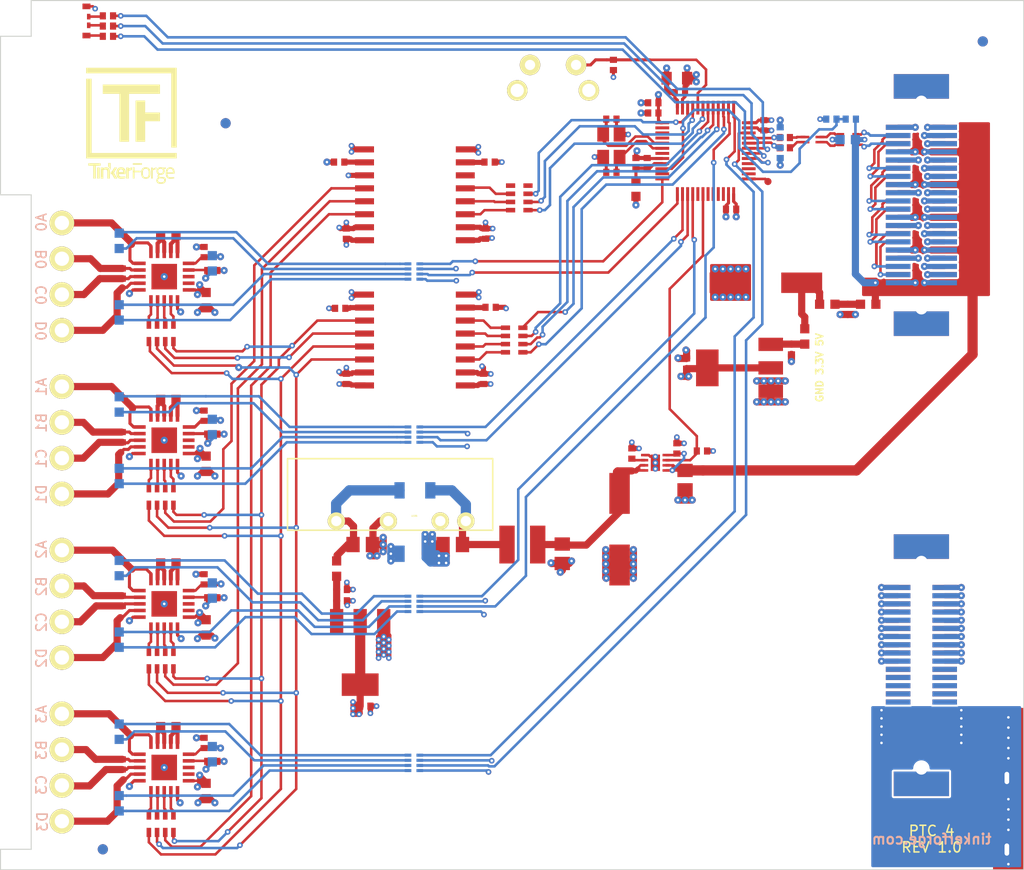
<source format=kicad_pcb>
(kicad_pcb (version 20171130) (host pcbnew 5.1.6-c6e7f7d~86~ubuntu18.04.1)
  (layers (0 F.Cu signal hide) (1 GND power) (2 VCC power hide) (31 B.Cu signal hide) (34 B.Paste user) (35 F.Paste user) (36 B.SilkS user) (37 F.SilkS user) (38 B.Mask user) (39 F.Mask user) (44 Edge.Cuts user))
  (net 0 "")
  (net 1 GND)
  (net 2 3V3)
  (net 3 "Net-(C102-Pad1)")
  (net 4 "Net-(C108-Pad2)")
  (net 5 "Net-(C109-Pad2)")
  (net 6 +5V)
  (net 7 "Net-(C112-Pad1)")
  (net 8 USB-DP)
  (net 9 USB-DM)
  (net 10 5VA)
  (net 11 "Net-(C117-Pad1)")
  (net 12 Earth)
  (net 13 AGND)
  (net 14 "Net-(C202-Pad2)")
  (net 15 "Net-(C203-Pad2)")
  (net 16 "Net-(C210-Pad2)")
  (net 17 "Net-(D203-Pad2)")
  (net 18 "Net-(D203-Pad1)")
  (net 19 "Net-(D204-Pad1)")
  (net 20 "Net-(D204-Pad2)")
  (net 21 "Net-(D205-Pad2)")
  (net 22 "Net-(D205-Pad1)")
  (net 23 "Net-(D206-Pad1)")
  (net 24 "Net-(D206-Pad2)")
  (net 25 "Net-(D207-Pad2)")
  (net 26 "Net-(D207-Pad1)")
  (net 27 "Net-(D208-Pad1)")
  (net 28 "Net-(D208-Pad2)")
  (net 29 "Net-(D209-Pad2)")
  (net 30 "Net-(D209-Pad1)")
  (net 31 "Net-(D210-Pad1)")
  (net 32 "Net-(D210-Pad2)")
  (net 33 "Net-(J103-Pad29)")
  (net 34 "Net-(J103-Pad27)")
  (net 35 "Net-(J103-Pad21)")
  (net 36 "Net-(J103-Pad19)")
  (net 37 "Net-(J103-Pad13)")
  (net 38 "Net-(J103-Pad11)")
  (net 39 "Net-(J103-Pad5)")
  (net 40 "Net-(J103-Pad3)")
  (net 41 "Net-(LED101-Pad4)")
  (net 42 "Net-(LED101-Pad2)")
  (net 43 "Net-(LED101-Pad3)")
  (net 44 LEDR)
  (net 45 "Net-(R203-Pad1)")
  (net 46 "Net-(R204-Pad1)")
  (net 47 LED3)
  (net 48 LED2)
  (net 49 LED5)
  (net 50 LED4)
  (net 51 LED6)
  (net 52 LED7)
  (net 53 LEDG)
  (net 54 LED1)
  (net 55 LED0)
  (net 56 LEDB)
  (net 57 "Net-(C119-Pad2)")
  (net 58 USB-DMA)
  (net 59 USB-DPA)
  (net 60 USB-DMB)
  (net 61 USB-DPB)
  (net 62 AIN0)
  (net 63 USB-DMC)
  (net 64 USB-DPC)
  (net 65 AGNDA)
  (net 66 VCCPWRA)
  (net 67 "Net-(P102-Pad1)")
  (net 68 "Net-(C121-Pad1)")
  (net 69 "Net-(R101-Pad2)")
  (net 70 "Net-(C120-Pad1)")
  (net 71 A5V)
  (net 72 "Net-(C201-Pad2)")
  (net 73 "Net-(C201-Pad1)")
  (net 74 "Net-(C202-Pad1)")
  (net 75 "Net-(C203-Pad1)")
  (net 76 "Net-(C204-Pad1)")
  (net 77 AGND1)
  (net 78 "Net-(C205-Pad1)")
  (net 79 AGND2)
  (net 80 AGND3)
  (net 81 "Net-(C206-Pad1)")
  (net 82 A3V3)
  (net 83 "Net-(C210-Pad1)")
  (net 84 "Net-(C211-Pad1)")
  (net 85 AGND4)
  (net 86 "Net-(C218-Pad1)")
  (net 87 "Net-(J101-Pad22)")
  (net 88 "Net-(J101-Pad24)")
  (net 89 "Net-(J101-Pad26)")
  (net 90 "Net-(J101-Pad28)")
  (net 91 "Net-(J101-Pad30)")
  (net 92 "Net-(J101-Pad21)")
  (net 93 "Net-(J101-Pad23)")
  (net 94 "Net-(J101-Pad25)")
  (net 95 "Net-(J101-Pad27)")
  (net 96 "Net-(J101-Pad29)")
  (net 97 "Net-(J102-Pad22)")
  (net 98 "Net-(J102-Pad24)")
  (net 99 "Net-(J102-Pad26)")
  (net 100 "Net-(J102-Pad28)")
  (net 101 "Net-(J102-Pad30)")
  (net 102 "Net-(J102-Pad21)")
  (net 103 "Net-(J102-Pad23)")
  (net 104 "Net-(J102-Pad25)")
  (net 105 "Net-(J102-Pad27)")
  (net 106 "Net-(J102-Pad29)")
  (net 107 "Net-(J103-Pad37)")
  (net 108 "Net-(J103-Pad35)")
  (net 109 "Net-(P201-Pad1)")
  (net 110 "Net-(P201-Pad4)")
  (net 111 "Net-(P202-Pad4)")
  (net 112 "Net-(P202-Pad1)")
  (net 113 "Net-(P203-Pad1)")
  (net 114 "Net-(P203-Pad4)")
  (net 115 "Net-(P204-Pad4)")
  (net 116 "Net-(P204-Pad1)")
  (net 117 5V-ENABLE)
  (net 118 "Net-(R201-Pad2)")
  (net 119 "Net-(R201-Pad1)")
  (net 120 "Net-(R202-Pad1)")
  (net 121 "Net-(R202-Pad2)")
  (net 122 "Net-(R203-Pad2)")
  (net 123 "Net-(R204-Pad2)")
  (net 124 "Net-(R205-Pad1)")
  (net 125 "Net-(R206-Pad1)")
  (net 126 "Net-(R207-Pad2)")
  (net 127 "Net-(R208-Pad2)")
  (net 128 "Net-(RP205-Pad1)")
  (net 129 "Net-(RP205-Pad2)")
  (net 130 "Net-(RP205-Pad3)")
  (net 131 "Net-(RP205-Pad4)")
  (net 132 SDO)
  (net 133 SDI)
  (net 134 SCLK)
  (net 135 CS0)
  (net 136 "Net-(RP206-Pad1)")
  (net 137 "Net-(RP206-Pad2)")
  (net 138 "Net-(RP206-Pad3)")
  (net 139 "Net-(RP206-Pad4)")
  (net 140 CS1)
  (net 141 CS2)
  (net 142 "Net-(RP207-Pad4)")
  (net 143 "Net-(RP207-Pad3)")
  (net 144 "Net-(RP207-Pad2)")
  (net 145 "Net-(RP207-Pad1)")
  (net 146 CS3)
  (net 147 "Net-(RP208-Pad4)")
  (net 148 "Net-(RP208-Pad3)")
  (net 149 "Net-(RP208-Pad2)")
  (net 150 "Net-(RP208-Pad1)")
  (net 151 "Net-(RP209-Pad1)")
  (net 152 "Net-(RP209-Pad2)")
  (net 153 "Net-(RP209-Pad3)")
  (net 154 "Net-(RP209-Pad4)")
  (net 155 SPI-MISO)
  (net 156 SPI-CS0)
  (net 157 SPI-MOSI)
  (net 158 SPI-CLK)
  (net 159 SPI-CS1)
  (net 160 SPI-CS2)
  (net 161 SPI-CS3)
  (net 162 "Net-(RP210-Pad5)")
  (net 163 "Net-(RP210-Pad4)")
  (net 164 "Net-(RP210-Pad3)")
  (net 165 "Net-(RP210-Pad2)")
  (net 166 "Net-(RP210-Pad1)")
  (net 167 "Net-(U101-Pad2)")
  (net 168 "Net-(U101-Pad3)")
  (net 169 "Net-(U101-Pad4)")
  (net 170 "Net-(U101-Pad7)")
  (net 171 "Net-(U101-Pad11)")
  (net 172 "Net-(U101-Pad17)")
  (net 173 "Net-(U101-Pad19)")
  (net 174 "Net-(U101-Pad20)")
  (net 175 "Net-(U101-Pad21)")
  (net 176 "Net-(U101-Pad22)")
  (net 177 "Net-(U101-Pad26)")
  (net 178 "Net-(U101-Pad27)")
  (net 179 "Net-(U101-Pad28)")
  (net 180 "Net-(U201-Pad17)")
  (net 181 "Net-(U201-Pad18)")
  (net 182 "Net-(U202-Pad18)")
  (net 183 "Net-(U202-Pad17)")
  (net 184 "Net-(U203-Pad17)")
  (net 185 "Net-(U203-Pad18)")
  (net 186 "Net-(U204-Pad18)")
  (net 187 "Net-(U204-Pad17)")
  (net 188 "Net-(U206-Pad6)")
  (module kicad-libraries:SOT-223 (layer F.Cu) (at 161.975 98.425 90)
    (fp_text reference U102)
    (fp_text value AZ1117EH)
    (pad 2 smd rect (at 0 -3.0988 90) (size 3.59918 2.19964) (layers F.Cu F.Paste F.Mask) (net 2 3V3))
    (pad 3 smd rect (at 2.30124 3.0988 90) (size 1.30048 2.4003) (layers F.Cu F.Paste F.Mask) (net 11 "Net-(C117-Pad1)"))
    (pad 2 smd rect (at 0 3.0988 90) (size 1.30048 2.4003) (layers F.Cu F.Paste F.Mask) (net 2 3V3))
    (pad 1 smd rect (at -2.30124 3.0988 90) (size 1.30048 2.4003) (layers F.Cu F.Paste F.Mask) (net 1 GND))
  )
  (module kicad-libraries:ELKO_83 (layer F.Cu) (at 150.3 114.2 90)
    (fp_text reference C120)
    (fp_text value TBD)
    (pad 2 smd rect (at -3.50012 0 90) (size 4.0005 1.99898) (layers F.Cu F.Paste F.Mask) (net 1 GND))
    (pad 1 smd rect (at 3.50012 0 90) (size 4.0005 1.99898) (layers F.Cu F.Paste F.Mask) (net 70 "Net-(C120-Pad1)"))
  )
  (module kicad-libraries:PE_Hook (layer F.Cu) (at 188.3 139.6)
    (fp_text reference P103)
    (fp_text value PE)
    (pad 1 thru_hole oval (at -0.15 -1.075) (size 1 2) (drill oval 0.45 1.2) (layers *.Cu *.Mask) (net 12 Earth))
    (pad 1 thru_hole oval (at -0.15 5.925) (size 1 2) (drill oval 0.45 1.2) (layers *.Cu *.Mask) (net 12 Earth))
    (pad 1 smd rect (at 0 0) (size 3 15.85) (layers F.Cu) (net 12 Earth))
  )
  (module kicad-libraries:Fiducial_Mark (layer B.Cu) (at 99.8 145.5)
    (fp_text reference Fiducial_Mark hide)
    (fp_text value VAL** hide)
    (pad 1 smd circle (at 0 0) (size 1.00076 1.00076) (layers B.Cu B.Paste B.Mask) (clearance 0.65024))
  )
  (module kicad-libraries:Fiducial_Mark (layer B.Cu) (at 185.8 66.5)
    (fp_text reference Fiducial_Mark hide)
    (fp_text value VAL** hide)
    (pad 1 smd circle (at 0 0) (size 1.00076 1.00076) (layers B.Cu B.Paste B.Mask) (clearance 0.65024))
  )
  (module kicad-libraries:Fiducial_Mark (layer B.Cu) (at 111.8 74.5)
    (fp_text reference Fiducial_Mark hide)
    (fp_text value VAL** hide)
    (pad 1 smd circle (at 0 0) (size 1.00076 1.00076) (layers B.Cu B.Paste B.Mask) (clearance 0.65024))
  )
  (module kicad-libraries:Fiducial_Mark (layer F.Cu) (at 175.8 142.5)
    (fp_text reference Fiducial_Mark hide)
    (fp_text value VAL** hide)
    (pad 1 smd circle (at 0 0) (size 1.00076 1.00076) (layers F.Cu F.Paste F.Mask) (clearance 0.65024))
  )
  (module kicad-libraries:Fiducial_Mark (layer F.Cu) (at 111.8 74.5)
    (fp_text reference Fiducial_Mark hide)
    (fp_text value VAL** hide)
    (pad 1 smd circle (at 0 0) (size 1.00076 1.00076) (layers F.Cu F.Paste F.Mask) (clearance 0.65024))
  )
  (module kicad-libraries:Fiducial_Mark (layer F.Cu) (at 99.8 145.5)
    (fp_text reference Fiducial_Mark hide)
    (fp_text value VAL** hide)
    (pad 1 smd circle (at 0 0) (size 1.00076 1.00076) (layers F.Cu F.Paste F.Mask) (clearance 0.65024))
  )
  (module kicad-libraries:Fiducial_Mark (layer F.Cu) (at 185.8 66.5)
    (fp_text reference Fiducial_Mark hide)
    (fp_text value VAL** hide)
    (pad 1 smd circle (at 0 0) (size 1.00076 1.00076) (layers F.Cu F.Paste F.Mask) (clearance 0.65024))
  )
  (module C0402F (layer F.Cu) (at 156.85 98 90)
    (fp_text reference C116)
    (fp_text value 1uF)
    (pad 2 smd rect (at 0.5 0 90) (size 0.6 0.7) (layers F.Cu F.Paste F.Mask) (net 1 GND))
    (pad 1 smd rect (at -0.5 0 90) (size 0.6 0.7) (layers F.Cu F.Paste F.Mask) (net 2 3V3))
  )
  (module C0805 (layer F.Cu) (at 155.9 70.1)
    (fp_text reference C110)
    (fp_text value 10uF)
    (pad 1 smd rect (at -1.00076 0) (size 1.00076 1.24968) (layers F.Cu F.Paste F.Mask) (net 2 3V3) (clearance 0.14986))
    (pad 2 smd rect (at 1.00076 0) (size 1.00076 1.24968) (layers F.Cu F.Paste F.Mask) (net 1 GND) (clearance 0.14986))
  )
  (module kicad-libraries:ELKO_83 (layer F.Cu) (at 164.6 90.1)
    (fp_text reference C111)
    (fp_text value TBD)
    (pad 2 smd rect (at -3.50012 0) (size 4.0005 1.99898) (layers F.Cu F.Paste F.Mask) (net 1 GND))
    (pad 1 smd rect (at 3.50012 0) (size 4.0005 1.99898) (layers F.Cu F.Paste F.Mask) (net 6 +5V))
  )
  (module C0603F (layer B.Cu) (at 172.6 76.1 180)
    (fp_text reference C115)
    (fp_text value 2.2uF)
    (pad 2 smd rect (at 0.75 0 180) (size 0.9 0.9) (layers B.Cu B.Paste B.Mask) (net 1 GND))
    (pad 1 smd rect (at -0.75 0 180) (size 0.9 0.9) (layers B.Cu B.Paste B.Mask) (net 10 5VA))
  )
  (module C0402F (layer F.Cu) (at 167.1 96.6 270)
    (fp_text reference C117)
    (fp_text value 1uF)
    (pad 1 smd rect (at -0.5 0 270) (size 0.6 0.7) (layers F.Cu F.Paste F.Mask) (net 11 "Net-(C117-Pad1)"))
    (pad 2 smd rect (at 0.5 0 270) (size 0.6 0.7) (layers F.Cu F.Paste F.Mask) (net 1 GND))
  )
  (module TNG-40-TOP (layer F.Cu) (at 179.8 127.5 270)
    (fp_text reference J101)
    (fp_text value TNG-Power-TOP)
    (pad MNT smd rect (at -11.6 0 270) (size 2.4 5.4) (layers F.Cu F.Paste F.Mask))
    (pad MNT smd rect (at 11.6 0 270) (size 2.4 5.4) (layers F.Cu F.Paste F.Mask))
    (pad "" np_thru_hole circle (at -10.1 0 270) (size 0.8 0.8) (drill 0.8) (layers *.Cu *.Mask))
    (pad "" np_thru_hole circle (at 10.1 0 270) (size 1.2 1.2) (drill 1.2) (layers *.Cu *.Mask))
    (pad 2 smd rect (at -7.6 -2.275 270) (size 0.5 2.4) (layers F.Cu F.Paste F.Mask) (net 65 AGNDA))
    (pad 4 smd rect (at -6.8 -2.275 270) (size 0.5 2.4) (layers F.Cu F.Paste F.Mask) (net 65 AGNDA))
    (pad 6 smd rect (at -6 -2.275 270) (size 0.5 2.4) (layers F.Cu F.Paste F.Mask) (net 65 AGNDA))
    (pad 8 smd rect (at -5.2 -2.275 270) (size 0.5 2.4) (layers F.Cu F.Paste F.Mask) (net 65 AGNDA))
    (pad 10 smd rect (at -4.4 -2.275 270) (size 0.5 2.4) (layers F.Cu F.Paste F.Mask) (net 65 AGNDA))
    (pad 12 smd rect (at -3.6 -2.275 270) (size 0.5 2.4) (layers F.Cu F.Paste F.Mask) (net 65 AGNDA))
    (pad 14 smd rect (at -2.8 -2.275 270) (size 0.5 2.4) (layers F.Cu F.Paste F.Mask) (net 65 AGNDA))
    (pad 16 smd rect (at -2 -2.275 270) (size 0.5 2.4) (layers F.Cu F.Paste F.Mask) (net 65 AGNDA))
    (pad 18 smd rect (at -1.2 -2.275 270) (size 0.5 2.4) (layers F.Cu F.Paste F.Mask) (net 65 AGNDA))
    (pad 20 smd rect (at -0.4 -2.275 270) (size 0.5 2.4) (layers F.Cu F.Paste F.Mask) (net 65 AGNDA))
    (pad 22 smd rect (at 0.4 -2.275 270) (size 0.5 2.4) (layers F.Cu F.Paste F.Mask) (net 87 "Net-(J101-Pad22)"))
    (pad 24 smd rect (at 1.2 -2.275 270) (size 0.5 2.4) (layers F.Cu F.Paste F.Mask) (net 88 "Net-(J101-Pad24)"))
    (pad 26 smd rect (at 2 -2.275 270) (size 0.5 2.4) (layers F.Cu F.Paste F.Mask) (net 89 "Net-(J101-Pad26)"))
    (pad 28 smd rect (at 2.8 -2.275 270) (size 0.5 2.4) (layers F.Cu F.Paste F.Mask) (net 90 "Net-(J101-Pad28)"))
    (pad 30 smd rect (at 3.6 -2.275 270) (size 0.5 2.4) (layers F.Cu F.Paste F.Mask) (net 91 "Net-(J101-Pad30)"))
    (pad 32 smd rect (at 4.4 -2.275 270) (size 0.5 2.4) (layers F.Cu F.Paste F.Mask) (net 12 Earth))
    (pad 34 smd rect (at 5.2 -2.275 270) (size 0.5 2.4) (layers F.Cu F.Paste F.Mask) (net 12 Earth))
    (pad 36 smd rect (at 6 -2.275 270) (size 0.5 2.4) (layers F.Cu F.Paste F.Mask) (net 12 Earth))
    (pad 38 smd rect (at 6.8 -2.275 270) (size 0.5 2.4) (layers F.Cu F.Paste F.Mask) (net 12 Earth))
    (pad 40 smd rect (at 7.6 -2.275 270) (size 0.5 2.4) (layers F.Cu F.Paste F.Mask) (net 12 Earth))
    (pad 1 smd rect (at -7.6 2.275 270) (size 0.5 2.4) (layers F.Cu F.Paste F.Mask) (net 66 VCCPWRA))
    (pad 3 smd rect (at -6.8 2.275 270) (size 0.5 2.4) (layers F.Cu F.Paste F.Mask) (net 66 VCCPWRA))
    (pad 5 smd rect (at -6 2.275 270) (size 0.5 2.4) (layers F.Cu F.Paste F.Mask) (net 66 VCCPWRA))
    (pad 7 smd rect (at -5.2 2.275 270) (size 0.5 2.4) (layers F.Cu F.Paste F.Mask) (net 66 VCCPWRA))
    (pad 9 smd rect (at -4.4 2.275 270) (size 0.5 2.4) (layers F.Cu F.Paste F.Mask) (net 66 VCCPWRA))
    (pad 11 smd rect (at -3.6 2.275 270) (size 0.5 2.4) (layers F.Cu F.Paste F.Mask) (net 66 VCCPWRA))
    (pad 13 smd rect (at -2.8 2.275 270) (size 0.5 2.4) (layers F.Cu F.Paste F.Mask) (net 66 VCCPWRA))
    (pad 15 smd rect (at -2 2.275 270) (size 0.5 2.4) (layers F.Cu F.Paste F.Mask) (net 66 VCCPWRA))
    (pad 17 smd rect (at -1.2 2.275 270) (size 0.5 2.4) (layers F.Cu F.Paste F.Mask) (net 66 VCCPWRA))
    (pad 19 smd rect (at -0.4 2.275 270) (size 0.5 2.4) (layers F.Cu F.Paste F.Mask) (net 66 VCCPWRA))
    (pad 21 smd rect (at 0.4 2.275 270) (size 0.5 2.4) (layers F.Cu F.Paste F.Mask) (net 92 "Net-(J101-Pad21)"))
    (pad 23 smd rect (at 1.2 2.275 270) (size 0.5 2.4) (layers F.Cu F.Paste F.Mask) (net 93 "Net-(J101-Pad23)"))
    (pad 25 smd rect (at 2 2.275 270) (size 0.5 2.4) (layers F.Cu F.Paste F.Mask) (net 94 "Net-(J101-Pad25)"))
    (pad 27 smd rect (at 2.8 2.275 270) (size 0.5 2.4) (layers F.Cu F.Paste F.Mask) (net 95 "Net-(J101-Pad27)"))
    (pad 29 smd rect (at 3.6 2.275 270) (size 0.5 2.4) (layers F.Cu F.Paste F.Mask) (net 96 "Net-(J101-Pad29)"))
    (pad 31 smd rect (at 4.4 2.275 270) (size 0.5 2.4) (layers F.Cu F.Paste F.Mask) (net 12 Earth))
    (pad 33 smd rect (at 5.2 2.275 270) (size 0.5 2.4) (layers F.Cu F.Paste F.Mask) (net 12 Earth))
    (pad 35 smd rect (at 6 2.275 270) (size 0.5 2.4) (layers F.Cu F.Paste F.Mask) (net 12 Earth))
    (pad 37 smd rect (at 6.8 2.275 270) (size 0.5 2.4) (layers F.Cu F.Paste F.Mask) (net 12 Earth))
    (pad 39 smd rect (at 7.6 2.275 270) (size 0.5 2.4) (layers F.Cu F.Paste F.Mask) (net 12 Earth))
  )
  (module TNG-40-BTM (layer B.Cu) (at 179.8 127.5 270)
    (fp_text reference J102)
    (fp_text value TNG-Power-BTM)
    (pad MNT smd rect (at -11.6 0 270) (size 2.4 5.4) (layers B.Cu B.Paste B.Mask))
    (pad MNT smd rect (at 11.6 0 270) (size 2.4 5.4) (layers B.Cu B.Paste B.Mask))
    (pad "" np_thru_hole circle (at -10.1 0 270) (size 1.2 1.2) (drill 1.2) (layers *.Cu *.Mask))
    (pad "" np_thru_hole circle (at 10.1 0 270) (size 0.8 0.8) (drill 0.8) (layers *.Cu *.Mask))
    (pad 2 smd rect (at -7.6 2.275 270) (size 0.5 2.4) (layers B.Cu B.Paste B.Mask) (net 66 VCCPWRA))
    (pad 4 smd rect (at -6.8 2.275 270) (size 0.5 2.4) (layers B.Cu B.Paste B.Mask) (net 66 VCCPWRA))
    (pad 6 smd rect (at -6 2.275 270) (size 0.5 2.4) (layers B.Cu B.Paste B.Mask) (net 66 VCCPWRA))
    (pad 8 smd rect (at -5.2 2.275 270) (size 0.5 2.4) (layers B.Cu B.Paste B.Mask) (net 66 VCCPWRA))
    (pad 10 smd rect (at -4.4 2.275 270) (size 0.5 2.4) (layers B.Cu B.Paste B.Mask) (net 66 VCCPWRA))
    (pad 12 smd rect (at -3.6 2.275 270) (size 0.5 2.4) (layers B.Cu B.Paste B.Mask) (net 66 VCCPWRA))
    (pad 14 smd rect (at -2.8 2.275 270) (size 0.5 2.4) (layers B.Cu B.Paste B.Mask) (net 66 VCCPWRA))
    (pad 16 smd rect (at -2 2.275 270) (size 0.5 2.4) (layers B.Cu B.Paste B.Mask) (net 66 VCCPWRA))
    (pad 18 smd rect (at -1.2 2.275 270) (size 0.5 2.4) (layers B.Cu B.Paste B.Mask) (net 66 VCCPWRA))
    (pad 20 smd rect (at -0.4 2.275 270) (size 0.5 2.4) (layers B.Cu B.Paste B.Mask) (net 66 VCCPWRA))
    (pad 22 smd rect (at 0.4 2.275 270) (size 0.5 2.4) (layers B.Cu B.Paste B.Mask) (net 97 "Net-(J102-Pad22)"))
    (pad 24 smd rect (at 1.2 2.275 270) (size 0.5 2.4) (layers B.Cu B.Paste B.Mask) (net 98 "Net-(J102-Pad24)"))
    (pad 26 smd rect (at 2 2.275 270) (size 0.5 2.4) (layers B.Cu B.Paste B.Mask) (net 99 "Net-(J102-Pad26)"))
    (pad 28 smd rect (at 2.8 2.275 270) (size 0.5 2.4) (layers B.Cu B.Paste B.Mask) (net 100 "Net-(J102-Pad28)"))
    (pad 30 smd rect (at 3.6 2.275 270) (size 0.5 2.4) (layers B.Cu B.Paste B.Mask) (net 101 "Net-(J102-Pad30)"))
    (pad 32 smd rect (at 4.4 2.275 270) (size 0.5 2.4) (layers B.Cu B.Paste B.Mask) (net 12 Earth))
    (pad 34 smd rect (at 5.2 2.275 270) (size 0.5 2.4) (layers B.Cu B.Paste B.Mask) (net 12 Earth))
    (pad 36 smd rect (at 6 2.275 270) (size 0.5 2.4) (layers B.Cu B.Paste B.Mask) (net 12 Earth))
    (pad 38 smd rect (at 6.8 2.275 270) (size 0.5 2.4) (layers B.Cu B.Paste B.Mask) (net 12 Earth))
    (pad 40 smd rect (at 7.6 2.275 270) (size 0.5 2.4) (layers B.Cu B.Paste B.Mask) (net 12 Earth))
    (pad 1 smd rect (at -7.6 -2.275 270) (size 0.5 2.4) (layers B.Cu B.Paste B.Mask) (net 65 AGNDA))
    (pad 3 smd rect (at -6.8 -2.275 270) (size 0.5 2.4) (layers B.Cu B.Paste B.Mask) (net 65 AGNDA))
    (pad 5 smd rect (at -6 -2.275 270) (size 0.5 2.4) (layers B.Cu B.Paste B.Mask) (net 65 AGNDA))
    (pad 7 smd rect (at -5.2 -2.275 270) (size 0.5 2.4) (layers B.Cu B.Paste B.Mask) (net 65 AGNDA))
    (pad 9 smd rect (at -4.4 -2.275 270) (size 0.5 2.4) (layers B.Cu B.Paste B.Mask) (net 65 AGNDA))
    (pad 11 smd rect (at -3.6 -2.275 270) (size 0.5 2.4) (layers B.Cu B.Paste B.Mask) (net 65 AGNDA))
    (pad 13 smd rect (at -2.8 -2.275 270) (size 0.5 2.4) (layers B.Cu B.Paste B.Mask) (net 65 AGNDA))
    (pad 15 smd rect (at -2 -2.275 270) (size 0.5 2.4) (layers B.Cu B.Paste B.Mask) (net 65 AGNDA))
    (pad 17 smd rect (at -1.2 -2.275 270) (size 0.5 2.4) (layers B.Cu B.Paste B.Mask) (net 65 AGNDA))
    (pad 19 smd rect (at -0.4 -2.275 270) (size 0.5 2.4) (layers B.Cu B.Paste B.Mask) (net 65 AGNDA))
    (pad 21 smd rect (at 0.4 -2.275 270) (size 0.5 2.4) (layers B.Cu B.Paste B.Mask) (net 102 "Net-(J102-Pad21)"))
    (pad 23 smd rect (at 1.2 -2.275 270) (size 0.5 2.4) (layers B.Cu B.Paste B.Mask) (net 103 "Net-(J102-Pad23)"))
    (pad 25 smd rect (at 2 -2.275 270) (size 0.5 2.4) (layers B.Cu B.Paste B.Mask) (net 104 "Net-(J102-Pad25)"))
    (pad 27 smd rect (at 2.8 -2.275 270) (size 0.5 2.4) (layers B.Cu B.Paste B.Mask) (net 105 "Net-(J102-Pad27)"))
    (pad 29 smd rect (at 3.6 -2.275 270) (size 0.5 2.4) (layers B.Cu B.Paste B.Mask) (net 106 "Net-(J102-Pad29)"))
    (pad 31 smd rect (at 4.4 -2.275 270) (size 0.5 2.4) (layers B.Cu B.Paste B.Mask) (net 12 Earth))
    (pad 33 smd rect (at 5.2 -2.275 270) (size 0.5 2.4) (layers B.Cu B.Paste B.Mask) (net 12 Earth))
    (pad 35 smd rect (at 6 -2.275 270) (size 0.5 2.4) (layers B.Cu B.Paste B.Mask) (net 12 Earth))
    (pad 37 smd rect (at 6.8 -2.275 270) (size 0.5 2.4) (layers B.Cu B.Paste B.Mask) (net 12 Earth))
    (pad 39 smd rect (at 7.6 -2.275 270) (size 0.5 2.4) (layers B.Cu B.Paste B.Mask) (net 12 Earth))
  )
  (module TNG-40-TOP (layer F.Cu) (at 179.8 82.5 270)
    (fp_text reference J103)
    (fp_text value TNG-Data-TOP)
    (pad 39 smd rect (at 7.6 2.275 270) (size 0.5 2.4) (layers F.Cu F.Paste F.Mask) (net 10 5VA))
    (pad 37 smd rect (at 6.8 2.275 270) (size 0.5 2.4) (layers F.Cu F.Paste F.Mask) (net 107 "Net-(J103-Pad37)"))
    (pad 35 smd rect (at 6 2.275 270) (size 0.5 2.4) (layers F.Cu F.Paste F.Mask) (net 108 "Net-(J103-Pad35)"))
    (pad 33 smd rect (at 5.2 2.275 270) (size 0.5 2.4) (layers F.Cu F.Paste F.Mask) (net 1 GND))
    (pad 31 smd rect (at 4.4 2.275 270) (size 0.5 2.4) (layers F.Cu F.Paste F.Mask) (net 10 5VA))
    (pad 29 smd rect (at 3.6 2.275 270) (size 0.5 2.4) (layers F.Cu F.Paste F.Mask) (net 33 "Net-(J103-Pad29)"))
    (pad 27 smd rect (at 2.8 2.275 270) (size 0.5 2.4) (layers F.Cu F.Paste F.Mask) (net 34 "Net-(J103-Pad27)"))
    (pad 25 smd rect (at 2 2.275 270) (size 0.5 2.4) (layers F.Cu F.Paste F.Mask) (net 1 GND))
    (pad 23 smd rect (at 1.2 2.275 270) (size 0.5 2.4) (layers F.Cu F.Paste F.Mask) (net 10 5VA))
    (pad 21 smd rect (at 0.4 2.275 270) (size 0.5 2.4) (layers F.Cu F.Paste F.Mask) (net 35 "Net-(J103-Pad21)"))
    (pad 19 smd rect (at -0.4 2.275 270) (size 0.5 2.4) (layers F.Cu F.Paste F.Mask) (net 36 "Net-(J103-Pad19)"))
    (pad 17 smd rect (at -1.2 2.275 270) (size 0.5 2.4) (layers F.Cu F.Paste F.Mask) (net 1 GND))
    (pad 15 smd rect (at -2 2.275 270) (size 0.5 2.4) (layers F.Cu F.Paste F.Mask) (net 10 5VA))
    (pad 13 smd rect (at -2.8 2.275 270) (size 0.5 2.4) (layers F.Cu F.Paste F.Mask) (net 37 "Net-(J103-Pad13)"))
    (pad 11 smd rect (at -3.6 2.275 270) (size 0.5 2.4) (layers F.Cu F.Paste F.Mask) (net 38 "Net-(J103-Pad11)"))
    (pad 9 smd rect (at -4.4 2.275 270) (size 0.5 2.4) (layers F.Cu F.Paste F.Mask) (net 1 GND))
    (pad 7 smd rect (at -5.2 2.275 270) (size 0.5 2.4) (layers F.Cu F.Paste F.Mask) (net 10 5VA))
    (pad 5 smd rect (at -6 2.275 270) (size 0.5 2.4) (layers F.Cu F.Paste F.Mask) (net 39 "Net-(J103-Pad5)"))
    (pad 3 smd rect (at -6.8 2.275 270) (size 0.5 2.4) (layers F.Cu F.Paste F.Mask) (net 40 "Net-(J103-Pad3)"))
    (pad 1 smd rect (at -7.6 2.275 270) (size 0.5 2.4) (layers F.Cu F.Paste F.Mask) (net 1 GND))
    (pad 40 smd rect (at 7.6 -2.275 270) (size 0.5 2.4) (layers F.Cu F.Paste F.Mask) (net 10 5VA))
    (pad 38 smd rect (at 6.8 -2.275 270) (size 0.5 2.4) (layers F.Cu F.Paste F.Mask) (net 1 GND))
    (pad 36 smd rect (at 6 -2.275 270) (size 0.5 2.4) (layers F.Cu F.Paste F.Mask) (net 1 GND))
    (pad 34 smd rect (at 5.2 -2.275 270) (size 0.5 2.4) (layers F.Cu F.Paste F.Mask) (net 1 GND))
    (pad 32 smd rect (at 4.4 -2.275 270) (size 0.5 2.4) (layers F.Cu F.Paste F.Mask) (net 10 5VA))
    (pad 30 smd rect (at 3.6 -2.275 270) (size 0.5 2.4) (layers F.Cu F.Paste F.Mask) (net 1 GND))
    (pad 28 smd rect (at 2.8 -2.275 270) (size 0.5 2.4) (layers F.Cu F.Paste F.Mask) (net 1 GND))
    (pad 26 smd rect (at 2 -2.275 270) (size 0.5 2.4) (layers F.Cu F.Paste F.Mask) (net 1 GND))
    (pad 24 smd rect (at 1.2 -2.275 270) (size 0.5 2.4) (layers F.Cu F.Paste F.Mask) (net 10 5VA))
    (pad 22 smd rect (at 0.4 -2.275 270) (size 0.5 2.4) (layers F.Cu F.Paste F.Mask) (net 1 GND))
    (pad 20 smd rect (at -0.4 -2.275 270) (size 0.5 2.4) (layers F.Cu F.Paste F.Mask) (net 1 GND))
    (pad 18 smd rect (at -1.2 -2.275 270) (size 0.5 2.4) (layers F.Cu F.Paste F.Mask) (net 1 GND))
    (pad 16 smd rect (at -2 -2.275 270) (size 0.5 2.4) (layers F.Cu F.Paste F.Mask) (net 10 5VA))
    (pad 14 smd rect (at -2.8 -2.275 270) (size 0.5 2.4) (layers F.Cu F.Paste F.Mask) (net 1 GND))
    (pad 12 smd rect (at -3.6 -2.275 270) (size 0.5 2.4) (layers F.Cu F.Paste F.Mask) (net 1 GND))
    (pad 10 smd rect (at -4.4 -2.275 270) (size 0.5 2.4) (layers F.Cu F.Paste F.Mask) (net 1 GND))
    (pad 8 smd rect (at -5.2 -2.275 270) (size 0.5 2.4) (layers F.Cu F.Paste F.Mask) (net 10 5VA))
    (pad 6 smd rect (at -6 -2.275 270) (size 0.5 2.4) (layers F.Cu F.Paste F.Mask) (net 1 GND))
    (pad 4 smd rect (at -6.8 -2.275 270) (size 0.5 2.4) (layers F.Cu F.Paste F.Mask) (net 1 GND))
    (pad 2 smd rect (at -7.6 -2.275 270) (size 0.5 2.4) (layers F.Cu F.Paste F.Mask) (net 1 GND))
    (pad "" np_thru_hole circle (at 10.1 0 270) (size 1.2 1.2) (drill 1.2) (layers *.Cu *.Mask))
    (pad "" np_thru_hole circle (at -10.1 0 270) (size 0.8 0.8) (drill 0.8) (layers *.Cu *.Mask))
    (pad MNT smd rect (at 11.6 0 270) (size 2.4 5.4) (layers F.Cu F.Paste F.Mask))
    (pad MNT smd rect (at -11.6 0 270) (size 2.4 5.4) (layers F.Cu F.Paste F.Mask))
  )
  (module TNG-40-BTM (layer B.Cu) (at 179.8 82.5 270)
    (fp_text reference J104)
    (fp_text value TNG-Data-BTM)
    (pad 39 smd rect (at 7.6 -2.275 270) (size 0.5 2.4) (layers B.Cu B.Paste B.Mask) (net 10 5VA))
    (pad 37 smd rect (at 6.8 -2.275 270) (size 0.5 2.4) (layers B.Cu B.Paste B.Mask) (net 1 GND))
    (pad 35 smd rect (at 6 -2.275 270) (size 0.5 2.4) (layers B.Cu B.Paste B.Mask) (net 1 GND))
    (pad 33 smd rect (at 5.2 -2.275 270) (size 0.5 2.4) (layers B.Cu B.Paste B.Mask) (net 1 GND))
    (pad 31 smd rect (at 4.4 -2.275 270) (size 0.5 2.4) (layers B.Cu B.Paste B.Mask) (net 10 5VA))
    (pad 29 smd rect (at 3.6 -2.275 270) (size 0.5 2.4) (layers B.Cu B.Paste B.Mask) (net 1 GND))
    (pad 27 smd rect (at 2.8 -2.275 270) (size 0.5 2.4) (layers B.Cu B.Paste B.Mask) (net 1 GND))
    (pad 25 smd rect (at 2 -2.275 270) (size 0.5 2.4) (layers B.Cu B.Paste B.Mask) (net 1 GND))
    (pad 23 smd rect (at 1.2 -2.275 270) (size 0.5 2.4) (layers B.Cu B.Paste B.Mask) (net 10 5VA))
    (pad 21 smd rect (at 0.4 -2.275 270) (size 0.5 2.4) (layers B.Cu B.Paste B.Mask) (net 1 GND))
    (pad 19 smd rect (at -0.4 -2.275 270) (size 0.5 2.4) (layers B.Cu B.Paste B.Mask) (net 1 GND))
    (pad 17 smd rect (at -1.2 -2.275 270) (size 0.5 2.4) (layers B.Cu B.Paste B.Mask) (net 1 GND))
    (pad 15 smd rect (at -2 -2.275 270) (size 0.5 2.4) (layers B.Cu B.Paste B.Mask) (net 10 5VA))
    (pad 13 smd rect (at -2.8 -2.275 270) (size 0.5 2.4) (layers B.Cu B.Paste B.Mask) (net 1 GND))
    (pad 11 smd rect (at -3.6 -2.275 270) (size 0.5 2.4) (layers B.Cu B.Paste B.Mask) (net 1 GND))
    (pad 9 smd rect (at -4.4 -2.275 270) (size 0.5 2.4) (layers B.Cu B.Paste B.Mask) (net 1 GND))
    (pad 7 smd rect (at -5.2 -2.275 270) (size 0.5 2.4) (layers B.Cu B.Paste B.Mask) (net 10 5VA))
    (pad 5 smd rect (at -6 -2.275 270) (size 0.5 2.4) (layers B.Cu B.Paste B.Mask) (net 1 GND))
    (pad 3 smd rect (at -6.8 -2.275 270) (size 0.5 2.4) (layers B.Cu B.Paste B.Mask) (net 1 GND))
    (pad 1 smd rect (at -7.6 -2.275 270) (size 0.5 2.4) (layers B.Cu B.Paste B.Mask) (net 1 GND))
    (pad 40 smd rect (at 7.6 2.275 270) (size 0.5 2.4) (layers B.Cu B.Paste B.Mask) (net 10 5VA))
    (pad 38 smd rect (at 6.8 2.275 270) (size 0.5 2.4) (layers B.Cu B.Paste B.Mask) (net 33 "Net-(J103-Pad29)"))
    (pad 36 smd rect (at 6 2.275 270) (size 0.5 2.4) (layers B.Cu B.Paste B.Mask) (net 34 "Net-(J103-Pad27)"))
    (pad 34 smd rect (at 5.2 2.275 270) (size 0.5 2.4) (layers B.Cu B.Paste B.Mask) (net 1 GND))
    (pad 32 smd rect (at 4.4 2.275 270) (size 0.5 2.4) (layers B.Cu B.Paste B.Mask) (net 10 5VA))
    (pad 30 smd rect (at 3.6 2.275 270) (size 0.5 2.4) (layers B.Cu B.Paste B.Mask) (net 35 "Net-(J103-Pad21)"))
    (pad 28 smd rect (at 2.8 2.275 270) (size 0.5 2.4) (layers B.Cu B.Paste B.Mask) (net 36 "Net-(J103-Pad19)"))
    (pad 26 smd rect (at 2 2.275 270) (size 0.5 2.4) (layers B.Cu B.Paste B.Mask) (net 1 GND))
    (pad 24 smd rect (at 1.2 2.275 270) (size 0.5 2.4) (layers B.Cu B.Paste B.Mask) (net 10 5VA))
    (pad 22 smd rect (at 0.4 2.275 270) (size 0.5 2.4) (layers B.Cu B.Paste B.Mask) (net 37 "Net-(J103-Pad13)"))
    (pad 20 smd rect (at -0.4 2.275 270) (size 0.5 2.4) (layers B.Cu B.Paste B.Mask) (net 38 "Net-(J103-Pad11)"))
    (pad 18 smd rect (at -1.2 2.275 270) (size 0.5 2.4) (layers B.Cu B.Paste B.Mask) (net 1 GND))
    (pad 16 smd rect (at -2 2.275 270) (size 0.5 2.4) (layers B.Cu B.Paste B.Mask) (net 10 5VA))
    (pad 14 smd rect (at -2.8 2.275 270) (size 0.5 2.4) (layers B.Cu B.Paste B.Mask) (net 39 "Net-(J103-Pad5)"))
    (pad 12 smd rect (at -3.6 2.275 270) (size 0.5 2.4) (layers B.Cu B.Paste B.Mask) (net 40 "Net-(J103-Pad3)"))
    (pad 10 smd rect (at -4.4 2.275 270) (size 0.5 2.4) (layers B.Cu B.Paste B.Mask) (net 1 GND))
    (pad 8 smd rect (at -5.2 2.275 270) (size 0.5 2.4) (layers B.Cu B.Paste B.Mask) (net 10 5VA))
    (pad 6 smd rect (at -6 2.275 270) (size 0.5 2.4) (layers B.Cu B.Paste B.Mask) (net 58 USB-DMA))
    (pad 4 smd rect (at -6.8 2.275 270) (size 0.5 2.4) (layers B.Cu B.Paste B.Mask) (net 59 USB-DPA))
    (pad 2 smd rect (at -7.6 2.275 270) (size 0.5 2.4) (layers B.Cu B.Paste B.Mask) (net 1 GND))
    (pad "" np_thru_hole circle (at 10.1 0 270) (size 0.8 0.8) (drill 0.8) (layers *.Cu *.Mask))
    (pad "" np_thru_hole circle (at -10.1 0 270) (size 1.2 1.2) (drill 1.2) (layers *.Cu *.Mask))
    (pad MNT smd rect (at 11.6 0 270) (size 2.4 5.4) (layers B.Cu B.Paste B.Mask))
    (pad MNT smd rect (at -11.6 0 270) (size 2.4 5.4) (layers B.Cu B.Paste B.Mask))
  )
  (module R0603F (layer F.Cu) (at 151.9 80.9 90)
    (fp_text reference L101)
    (fp_text value FB)
    (pad 1 smd rect (at -0.75 0 90) (size 0.9 0.9) (layers F.Cu F.Paste F.Mask) (net 2 3V3))
    (pad 2 smd rect (at 0.75 0 90) (size 0.9 0.9) (layers F.Cu F.Paste F.Mask) (net 3 "Net-(C102-Pad1)"))
  )
  (module R0603F (layer F.Cu) (at 168.4 95.35 270)
    (fp_text reference L102)
    (fp_text value INDUCTs)
    (pad 1 smd rect (at -0.75 0 270) (size 0.9 0.9) (layers F.Cu F.Paste F.Mask) (net 6 +5V))
    (pad 2 smd rect (at 0.75 0 270) (size 0.9 0.9) (layers F.Cu F.Paste F.Mask) (net 11 "Net-(C117-Pad1)"))
  )
  (module R0603F (layer F.Cu) (at 170.6 92.2 180)
    (fp_text reference L103)
    (fp_text value INDUCTs)
    (pad 1 smd rect (at -0.75 0 180) (size 0.9 0.9) (layers F.Cu F.Paste F.Mask) (net 7 "Net-(C112-Pad1)"))
    (pad 2 smd rect (at 0.75 0 180) (size 0.9 0.9) (layers F.Cu F.Paste F.Mask) (net 6 +5V))
  )
  (module R0603F (layer F.Cu) (at 174.6 92.2 180)
    (fp_text reference L104)
    (fp_text value INDUCTs)
    (pad 2 smd rect (at 0.75 0 180) (size 0.9 0.9) (layers F.Cu F.Paste F.Mask) (net 7 "Net-(C112-Pad1)"))
    (pad 1 smd rect (at -0.75 0 180) (size 0.9 0.9) (layers F.Cu F.Paste F.Mask) (net 10 5VA))
  )
  (module WE-CNSW-0603 (layer F.Cu) (at 169.15 76.1 180)
    (fp_text reference L105)
    (fp_text value 744230900)
    (pad 1 smd rect (at -0.725 -0.25 180) (size 0.85 0.25) (layers F.Cu F.Paste F.Mask) (net 60 USB-DMB))
    (pad 2 smd rect (at 0.725 -0.25 180) (size 0.85 0.25) (layers F.Cu F.Paste F.Mask) (net 63 USB-DMC))
    (pad 3 smd rect (at 0.725 0.25 180) (size 0.85 0.25) (layers F.Cu F.Paste F.Mask) (net 64 USB-DPC))
    (pad 4 smd rect (at -0.725 0.25 180) (size 0.85 0.25) (layers F.Cu F.Paste F.Mask) (net 61 USB-DPB))
  )
  (module OQ_4P (layer F.Cu) (at 95.8 89.5 270)
    (fp_text reference P201)
    (fp_text value INPUT0)
    (pad 1 thru_hole circle (at -5.25018 0 270) (size 2.4003 2.4003) (drill 1.39954) (layers *.Cu *.Mask F.SilkS) (net 109 "Net-(P201-Pad1)"))
    (pad 4 thru_hole circle (at 5.25018 0 270) (size 2.4003 2.4003) (drill 1.39954) (layers *.Cu *.Mask F.SilkS) (net 110 "Net-(P201-Pad4)"))
    (pad 3 thru_hole circle (at 1.75006 0 270) (size 2.4003 2.4003) (drill 1.39954) (layers *.Cu *.Mask F.SilkS) (net 72 "Net-(C201-Pad2)"))
    (pad 2 thru_hole circle (at -1.75006 0 270) (size 2.4003 2.4003) (drill 1.39954) (layers *.Cu *.Mask F.SilkS) (net 73 "Net-(C201-Pad1)"))
  )
  (module OQ_4P (layer F.Cu) (at 95.8 105.5 270)
    (fp_text reference P202)
    (fp_text value INPUT1)
    (pad 2 thru_hole circle (at -1.75006 0 270) (size 2.4003 2.4003) (drill 1.39954) (layers *.Cu *.Mask F.SilkS) (net 74 "Net-(C202-Pad1)"))
    (pad 3 thru_hole circle (at 1.75006 0 270) (size 2.4003 2.4003) (drill 1.39954) (layers *.Cu *.Mask F.SilkS) (net 14 "Net-(C202-Pad2)"))
    (pad 4 thru_hole circle (at 5.25018 0 270) (size 2.4003 2.4003) (drill 1.39954) (layers *.Cu *.Mask F.SilkS) (net 111 "Net-(P202-Pad4)"))
    (pad 1 thru_hole circle (at -5.25018 0 270) (size 2.4003 2.4003) (drill 1.39954) (layers *.Cu *.Mask F.SilkS) (net 112 "Net-(P202-Pad1)"))
  )
  (module OQ_4P (layer F.Cu) (at 95.8 121.5 270)
    (fp_text reference P203)
    (fp_text value INPUT2)
    (pad 1 thru_hole circle (at -5.25018 0 270) (size 2.4003 2.4003) (drill 1.39954) (layers *.Cu *.Mask F.SilkS) (net 113 "Net-(P203-Pad1)"))
    (pad 4 thru_hole circle (at 5.25018 0 270) (size 2.4003 2.4003) (drill 1.39954) (layers *.Cu *.Mask F.SilkS) (net 114 "Net-(P203-Pad4)"))
    (pad 3 thru_hole circle (at 1.75006 0 270) (size 2.4003 2.4003) (drill 1.39954) (layers *.Cu *.Mask F.SilkS) (net 15 "Net-(C203-Pad2)"))
    (pad 2 thru_hole circle (at -1.75006 0 270) (size 2.4003 2.4003) (drill 1.39954) (layers *.Cu *.Mask F.SilkS) (net 75 "Net-(C203-Pad1)"))
  )
  (module OQ_4P (layer F.Cu) (at 95.8 137.5 270)
    (fp_text reference P204)
    (fp_text value INPUT3)
    (pad 2 thru_hole circle (at -1.75006 0 270) (size 2.4003 2.4003) (drill 1.39954) (layers *.Cu *.Mask F.SilkS) (net 83 "Net-(C210-Pad1)"))
    (pad 3 thru_hole circle (at 1.75006 0 270) (size 2.4003 2.4003) (drill 1.39954) (layers *.Cu *.Mask F.SilkS) (net 16 "Net-(C210-Pad2)"))
    (pad 4 thru_hole circle (at 5.25018 0 270) (size 2.4003 2.4003) (drill 1.39954) (layers *.Cu *.Mask F.SilkS) (net 115 "Net-(P204-Pad4)"))
    (pad 1 thru_hole circle (at -5.25018 0 270) (size 2.4003 2.4003) (drill 1.39954) (layers *.Cu *.Mask F.SilkS) (net 116 "Net-(P204-Pad1)"))
  )
  (module kicad-libraries:LQFP48 (layer F.Cu) (at 158.7 77.2 270)
    (fp_text reference U101)
    (fp_text value STM32F070CBT6)
    (pad 1 smd rect (at -2.74828 4.22402 90) (size 0.28956 1.34874) (layers F.Cu F.Paste F.Mask) (net 2 3V3))
    (pad 2 smd rect (at -2.2479 4.22402 90) (size 0.28956 1.34874) (layers F.Cu F.Paste F.Mask) (net 167 "Net-(U101-Pad2)"))
    (pad 3 smd rect (at -1.74752 4.22402 90) (size 0.28956 1.34874) (layers F.Cu F.Paste F.Mask) (net 168 "Net-(U101-Pad3)"))
    (pad 4 smd rect (at -1.24968 4.22402 90) (size 0.28956 1.34874) (layers F.Cu F.Paste F.Mask) (net 169 "Net-(U101-Pad4)"))
    (pad 5 smd rect (at -0.7493 4.22402 90) (size 0.28956 1.34874) (layers F.Cu F.Paste F.Mask) (net 4 "Net-(C108-Pad2)"))
    (pad 6 smd rect (at -0.24892 4.22402 90) (size 0.28956 1.34874) (layers F.Cu F.Paste F.Mask) (net 5 "Net-(C109-Pad2)"))
    (pad 7 smd rect (at 0.24892 4.22402 90) (size 0.28956 1.34874) (layers F.Cu F.Paste F.Mask) (net 170 "Net-(U101-Pad7)"))
    (pad 8 smd rect (at 0.7493 4.22402 90) (size 0.28956 1.34874) (layers F.Cu F.Paste F.Mask) (net 1 GND))
    (pad 9 smd rect (at 1.24968 4.22402 90) (size 0.28956 1.34874) (layers F.Cu F.Paste F.Mask) (net 3 "Net-(C102-Pad1)"))
    (pad 10 smd rect (at 1.74752 4.22402 90) (size 0.28956 1.34874) (layers F.Cu F.Paste F.Mask) (net 62 AIN0))
    (pad 11 smd rect (at 2.2479 4.22402 90) (size 0.28956 1.34874) (layers F.Cu F.Paste F.Mask) (net 171 "Net-(U101-Pad11)"))
    (pad 12 smd rect (at 2.74828 4.22402 90) (size 0.28956 1.34874) (layers F.Cu F.Paste F.Mask) (net 55 LED0))
    (pad 13 smd rect (at 4.22402 2.74828 180) (size 0.28956 1.34874) (layers F.Cu F.Paste F.Mask) (net 54 LED1))
    (pad 14 smd rect (at 4.22402 2.2479 180) (size 0.28956 1.34874) (layers F.Cu F.Paste F.Mask) (net 48 LED2))
    (pad 15 smd rect (at 4.22402 1.74752 180) (size 0.28956 1.34874) (layers F.Cu F.Paste F.Mask) (net 47 LED3))
    (pad 16 smd rect (at 4.22402 1.24968 180) (size 0.28956 1.34874) (layers F.Cu F.Paste F.Mask) (net 50 LED4))
    (pad 17 smd rect (at 4.22402 0.7493 180) (size 0.28956 1.34874) (layers F.Cu F.Paste F.Mask) (net 172 "Net-(U101-Pad17)"))
    (pad 18 smd rect (at 4.22402 0.24892 180) (size 0.28956 1.34874) (layers F.Cu F.Paste F.Mask) (net 117 5V-ENABLE))
    (pad 19 smd rect (at 4.22402 -0.24892 180) (size 0.28956 1.34874) (layers F.Cu F.Paste F.Mask) (net 173 "Net-(U101-Pad19)"))
    (pad 20 smd rect (at 4.22402 -0.7493 180) (size 0.28956 1.34874) (layers F.Cu F.Paste F.Mask) (net 174 "Net-(U101-Pad20)"))
    (pad 21 smd rect (at 4.22402 -1.24968 180) (size 0.28956 1.34874) (layers F.Cu F.Paste F.Mask) (net 175 "Net-(U101-Pad21)"))
    (pad 22 smd rect (at 4.22402 -1.74752 180) (size 0.28956 1.34874) (layers F.Cu F.Paste F.Mask) (net 176 "Net-(U101-Pad22)"))
    (pad 23 smd rect (at 4.22402 -2.2479 180) (size 0.28956 1.34874) (layers F.Cu F.Paste F.Mask) (net 1 GND))
    (pad 24 smd rect (at 4.22402 -2.74828 180) (size 0.28956 1.34874) (layers F.Cu F.Paste F.Mask) (net 2 3V3))
    (pad 25 smd rect (at 2.74828 -4.22402 270) (size 0.28956 1.34874) (layers F.Cu F.Paste F.Mask) (net 67 "Net-(P102-Pad1)"))
    (pad 26 smd rect (at 2.2479 -4.22402 270) (size 0.28956 1.34874) (layers F.Cu F.Paste F.Mask) (net 177 "Net-(U101-Pad26)"))
    (pad 27 smd rect (at 1.74752 -4.22402 270) (size 0.28956 1.34874) (layers F.Cu F.Paste F.Mask) (net 178 "Net-(U101-Pad27)"))
    (pad 28 smd rect (at 1.24968 -4.22402 270) (size 0.28956 1.34874) (layers F.Cu F.Paste F.Mask) (net 179 "Net-(U101-Pad28)"))
    (pad 29 smd rect (at 0.7493 -4.22402 270) (size 0.28956 1.34874) (layers F.Cu F.Paste F.Mask) (net 44 LEDR))
    (pad 30 smd rect (at 0.24892 -4.22402 270) (size 0.28956 1.34874) (layers F.Cu F.Paste F.Mask) (net 53 LEDG))
    (pad 31 smd rect (at -0.24892 -4.22402 270) (size 0.28956 1.34874) (layers F.Cu F.Paste F.Mask) (net 56 LEDB))
    (pad 32 smd rect (at -0.7493 -4.22402 270) (size 0.28956 1.34874) (layers F.Cu F.Paste F.Mask) (net 9 USB-DM))
    (pad 33 smd rect (at -1.24968 -4.22402 270) (size 0.28956 1.34874) (layers F.Cu F.Paste F.Mask) (net 8 USB-DP))
    (pad 34 smd rect (at -1.74752 -4.22402 270) (size 0.28956 1.34874) (layers F.Cu F.Paste F.Mask) (net 52 LED7))
    (pad 35 smd rect (at -2.2479 -4.22402 270) (size 0.28956 1.34874) (layers F.Cu F.Paste F.Mask) (net 1 GND))
    (pad 36 smd rect (at -2.74828 -4.22402 270) (size 0.28956 1.34874) (layers F.Cu F.Paste F.Mask) (net 2 3V3))
    (pad 37 smd rect (at -4.22402 -2.74828) (size 0.28956 1.34874) (layers F.Cu F.Paste F.Mask) (net 51 LED6))
    (pad 38 smd rect (at -4.22402 -2.2479) (size 0.28956 1.34874) (layers F.Cu F.Paste F.Mask) (net 49 LED5))
    (pad 39 smd rect (at -4.22402 -1.74752) (size 0.28956 1.34874) (layers F.Cu F.Paste F.Mask) (net 158 SPI-CLK))
    (pad 40 smd rect (at -4.22402 -1.24968) (size 0.28956 1.34874) (layers F.Cu F.Paste F.Mask) (net 155 SPI-MISO))
    (pad 41 smd rect (at -4.22402 -0.7493) (size 0.28956 1.34874) (layers F.Cu F.Paste F.Mask) (net 157 SPI-MOSI))
    (pad 42 smd rect (at -4.22402 -0.24892) (size 0.28956 1.34874) (layers F.Cu F.Paste F.Mask) (net 156 SPI-CS0))
    (pad 43 smd rect (at -4.22402 0.24892) (size 0.28956 1.34874) (layers F.Cu F.Paste F.Mask) (net 161 SPI-CS3))
    (pad 44 smd rect (at -4.22402 0.7493) (size 0.28956 1.34874) (layers F.Cu F.Paste F.Mask) (net 69 "Net-(R101-Pad2)"))
    (pad 45 smd rect (at -4.22402 1.24968) (size 0.28956 1.34874) (layers F.Cu F.Paste F.Mask) (net 160 SPI-CS2))
    (pad 46 smd rect (at -4.22402 1.74752) (size 0.28956 1.34874) (layers F.Cu F.Paste F.Mask) (net 159 SPI-CS1))
    (pad 47 smd rect (at -4.22402 2.2479) (size 0.28956 1.34874) (layers F.Cu F.Paste F.Mask) (net 1 GND))
    (pad 48 smd rect (at -4.22402 2.74828) (size 0.28956 1.34874) (layers F.Cu F.Paste F.Mask) (net 2 3V3))
  )
  (module SOT563-SPEC (layer F.Cu) (at 172.65 76.1 270)
    (fp_text reference U103)
    (fp_text value 82400152)
    (pad 1 smd rect (at -0.49784 0.75 90) (size 0.29972 0.7) (layers F.Cu F.Paste F.Mask) (net 61 USB-DPB) (clearance 0.14986))
    (pad 2 smd rect (at 0 0.75 90) (size 0.29972 0.7) (layers F.Cu F.Paste F.Mask) (net 1 GND) (clearance 0.14986))
    (pad 3 smd rect (at 0.49784 0.75 90) (size 0.29972 0.7) (layers F.Cu F.Paste F.Mask) (net 60 USB-DMB) (clearance 0.14986))
    (pad 4 smd rect (at 0.49784 -0.75 270) (size 0.29972 0.7) (layers F.Cu F.Paste F.Mask) (net 58 USB-DMA) (clearance 0.14986))
    (pad 5 smd rect (at 0 -0.75 270) (size 0.29972 0.7) (layers F.Cu F.Paste F.Mask) (net 10 5VA) (clearance 0.14986))
    (pad 6 smd rect (at -0.49784 -0.75 270) (size 0.29972 0.7) (layers F.Cu F.Paste F.Mask) (net 59 USB-DPA) (clearance 0.14986))
  )
  (module kicad-libraries:CRYSTAL_3225 (layer F.Cu) (at 149.5 76.7 90)
    (fp_text reference X101)
    (fp_text value TBD)
    (pad 3 smd rect (at -1.09982 -0.8001 90) (size 1.39954 1.15062) (layers F.Cu F.Paste F.Mask) (net 1 GND))
    (pad 2 smd rect (at 1.09982 -0.8001 90) (size 1.39954 1.15062) (layers F.Cu F.Paste F.Mask) (net 4 "Net-(C108-Pad2)"))
    (pad 1 smd rect (at -1.09982 0.8001 90) (size 1.39954 1.15062) (layers F.Cu F.Paste F.Mask) (net 5 "Net-(C109-Pad2)"))
    (pad 3 smd rect (at 1.09982 0.8001 90) (size 1.39954 1.15062) (layers F.Cu F.Paste F.Mask) (net 1 GND))
  )
  (module C0402F (layer B.Cu) (at 166 75.4 90)
    (fp_text reference C113)
    (fp_text value TBD/47pF)
    (pad 1 smd rect (at -0.5 0 90) (size 0.6 0.7) (layers B.Cu B.Paste B.Mask) (net 8 USB-DP))
    (pad 2 smd rect (at 0.5 0 90) (size 0.6 0.7) (layers B.Cu B.Paste B.Mask) (net 1 GND))
  )
  (module C0402F (layer B.Cu) (at 166 77.4 270)
    (fp_text reference C114)
    (fp_text value TBD/47pF)
    (pad 2 smd rect (at 0.5 0 270) (size 0.6 0.7) (layers B.Cu B.Paste B.Mask) (net 1 GND))
    (pad 1 smd rect (at -0.5 0 270) (size 0.6 0.7) (layers B.Cu B.Paste B.Mask) (net 9 USB-DM))
  )
  (module R0402F (layer F.Cu) (at 166.45 75.9 180)
    (fp_text reference R103)
    (fp_text value 22)
    (pad 1 smd rect (at -0.5 0 180) (size 0.6 0.7) (layers F.Cu F.Paste F.Mask) (net 64 USB-DPC))
    (pad 2 smd rect (at 0.5 0 180) (size 0.6 0.7) (layers F.Cu F.Paste F.Mask) (net 8 USB-DP))
  )
  (module R0402F (layer F.Cu) (at 166.45 76.9 180)
    (fp_text reference R104)
    (fp_text value 22)
    (pad 2 smd rect (at 0.5 0 180) (size 0.6 0.7) (layers F.Cu F.Paste F.Mask) (net 9 USB-DM))
    (pad 1 smd rect (at -0.5 0 180) (size 0.6 0.7) (layers F.Cu F.Paste F.Mask) (net 63 USB-DMC))
  )
  (module C0402F (layer F.Cu) (at 172.6 92.7 270)
    (fp_text reference C112)
    (fp_text value 100nF)
    (pad 2 smd rect (at 0.5 0 270) (size 0.6 0.7) (layers F.Cu F.Paste F.Mask) (net 1 GND))
    (pad 1 smd rect (at -0.5 0 270) (size 0.6 0.7) (layers F.Cu F.Paste F.Mask) (net 7 "Net-(C112-Pad1)"))
  )
  (module C0402F (layer F.Cu) (at 153.6 72.5 180)
    (fp_text reference C101)
    (fp_text value 1uF)
    (pad 2 smd rect (at 0.5 0 180) (size 0.6 0.7) (layers F.Cu F.Paste F.Mask) (net 1 GND))
    (pad 1 smd rect (at -0.5 0 180) (size 0.6 0.7) (layers F.Cu F.Paste F.Mask) (net 2 3V3))
  )
  (module C0402F (layer F.Cu) (at 151.9 78.4 90)
    (fp_text reference C102)
    (fp_text value 1uF)
    (pad 2 smd rect (at 0.5 0 90) (size 0.6 0.7) (layers F.Cu F.Paste F.Mask) (net 1 GND))
    (pad 1 smd rect (at -0.5 0 90) (size 0.6 0.7) (layers F.Cu F.Paste F.Mask) (net 3 "Net-(C102-Pad1)"))
  )
  (module C0402F (layer F.Cu) (at 161.2 82.9 180)
    (fp_text reference C103)
    (fp_text value 100nF)
    (pad 1 smd rect (at -0.5 0 180) (size 0.6 0.7) (layers F.Cu F.Paste F.Mask) (net 2 3V3))
    (pad 2 smd rect (at 0.5 0 180) (size 0.6 0.7) (layers F.Cu F.Paste F.Mask) (net 1 GND))
  )
  (module C0402F (layer F.Cu) (at 164.4 74.7 270)
    (fp_text reference C104)
    (fp_text value 100nF)
    (pad 2 smd rect (at 0.5 0 270) (size 0.6 0.7) (layers F.Cu F.Paste F.Mask) (net 1 GND))
    (pad 1 smd rect (at -0.5 0 270) (size 0.6 0.7) (layers F.Cu F.Paste F.Mask) (net 2 3V3))
  )
  (module C0402F (layer F.Cu) (at 156.2 71.5)
    (fp_text reference C105)
    (fp_text value 100nF)
    (pad 1 smd rect (at -0.5 0) (size 0.6 0.7) (layers F.Cu F.Paste F.Mask) (net 2 3V3))
    (pad 2 smd rect (at 0.5 0) (size 0.6 0.7) (layers F.Cu F.Paste F.Mask) (net 1 GND))
  )
  (module C0402F (layer F.Cu) (at 153.6 73.5 180)
    (fp_text reference C106)
    (fp_text value 100nF)
    (pad 2 smd rect (at 0.5 0 180) (size 0.6 0.7) (layers F.Cu F.Paste F.Mask) (net 1 GND))
    (pad 1 smd rect (at -0.5 0 180) (size 0.6 0.7) (layers F.Cu F.Paste F.Mask) (net 2 3V3))
  )
  (module C0402F (layer F.Cu) (at 153 78.4 90)
    (fp_text reference C107)
    (fp_text value 100nF)
    (pad 1 smd rect (at -0.5 0 90) (size 0.6 0.7) (layers F.Cu F.Paste F.Mask) (net 3 "Net-(C102-Pad1)"))
    (pad 2 smd rect (at 0.5 0 90) (size 0.6 0.7) (layers F.Cu F.Paste F.Mask) (net 1 GND))
  )
  (module R0402F (layer F.Cu) (at 100.3 66 180)
    (fp_text reference R102)
    (fp_text value 0)
    (pad 2 smd rect (at 0.5 0 180) (size 0.6 0.7) (layers F.Cu F.Paste F.Mask) (net 41 "Net-(LED101-Pad4)"))
    (pad 1 smd rect (at -0.5 0 180) (size 0.6 0.7) (layers F.Cu F.Paste F.Mask) (net 44 LEDR))
  )
  (module R0402F (layer F.Cu) (at 100.3 65 180)
    (fp_text reference R105)
    (fp_text value 0)
    (pad 1 smd rect (at -0.5 0 180) (size 0.6 0.7) (layers F.Cu F.Paste F.Mask) (net 53 LEDG))
    (pad 2 smd rect (at 0.5 0 180) (size 0.6 0.7) (layers F.Cu F.Paste F.Mask) (net 43 "Net-(LED101-Pad3)"))
  )
  (module R0402F (layer F.Cu) (at 100.3 64 180)
    (fp_text reference R106)
    (fp_text value 56)
    (pad 2 smd rect (at 0.5 0 180) (size 0.6 0.7) (layers F.Cu F.Paste F.Mask) (net 42 "Net-(LED101-Pad2)"))
    (pad 1 smd rect (at -0.5 0 180) (size 0.6 0.7) (layers F.Cu F.Paste F.Mask) (net 56 LEDB))
  )
  (module kicad-libraries:4X0402 (layer B.Cu) (at 130.2 89 270)
    (fp_text reference RP201)
    (fp_text value 470)
    (pad 1 smd rect (at -0.7493 -0.575 90) (size 0.29972 0.65) (layers B.Cu B.Paste B.Mask) (net 55 LED0))
    (pad 2 smd rect (at -0.24892 -0.575 90) (size 0.29972 0.65) (layers B.Cu B.Paste B.Mask) (net 2 3V3))
    (pad 3 smd rect (at 0.24892 -0.575 90) (size 0.29972 0.65) (layers B.Cu B.Paste B.Mask) (net 54 LED1))
    (pad 4 smd rect (at 0.7493 -0.575 90) (size 0.29972 0.65) (layers B.Cu B.Paste B.Mask) (net 2 3V3))
    (pad 5 smd rect (at 0.7493 0.575 270) (size 0.29972 0.65) (layers B.Cu B.Paste B.Mask) (net 19 "Net-(D204-Pad1)"))
    (pad 6 smd rect (at 0.24892 0.575 270) (size 0.29972 0.65) (layers B.Cu B.Paste B.Mask) (net 20 "Net-(D204-Pad2)"))
    (pad 7 smd rect (at -0.24892 0.575 270) (size 0.29972 0.65) (layers B.Cu B.Paste B.Mask) (net 18 "Net-(D203-Pad1)"))
    (pad 8 smd rect (at -0.7493 0.575 270) (size 0.29972 0.65) (layers B.Cu B.Paste B.Mask) (net 17 "Net-(D203-Pad2)"))
  )
  (module kicad-libraries:4X0402 (layer B.Cu) (at 130.2 104.95 270)
    (fp_text reference RP202)
    (fp_text value 470)
    (pad 8 smd rect (at -0.7493 0.575 270) (size 0.29972 0.65) (layers B.Cu B.Paste B.Mask) (net 21 "Net-(D205-Pad2)"))
    (pad 7 smd rect (at -0.24892 0.575 270) (size 0.29972 0.65) (layers B.Cu B.Paste B.Mask) (net 22 "Net-(D205-Pad1)"))
    (pad 6 smd rect (at 0.24892 0.575 270) (size 0.29972 0.65) (layers B.Cu B.Paste B.Mask) (net 24 "Net-(D206-Pad2)"))
    (pad 5 smd rect (at 0.7493 0.575 270) (size 0.29972 0.65) (layers B.Cu B.Paste B.Mask) (net 23 "Net-(D206-Pad1)"))
    (pad 4 smd rect (at 0.7493 -0.575 90) (size 0.29972 0.65) (layers B.Cu B.Paste B.Mask) (net 2 3V3))
    (pad 3 smd rect (at 0.24892 -0.575 90) (size 0.29972 0.65) (layers B.Cu B.Paste B.Mask) (net 47 LED3))
    (pad 2 smd rect (at -0.24892 -0.575 90) (size 0.29972 0.65) (layers B.Cu B.Paste B.Mask) (net 2 3V3))
    (pad 1 smd rect (at -0.7493 -0.575 90) (size 0.29972 0.65) (layers B.Cu B.Paste B.Mask) (net 48 LED2))
  )
  (module kicad-libraries:4X0402 (layer B.Cu) (at 130.2 121.5 270)
    (fp_text reference RP203)
    (fp_text value 470)
    (pad 8 smd rect (at -0.7493 0.575 270) (size 0.29972 0.65) (layers B.Cu B.Paste B.Mask) (net 25 "Net-(D207-Pad2)"))
    (pad 7 smd rect (at -0.24892 0.575 270) (size 0.29972 0.65) (layers B.Cu B.Paste B.Mask) (net 26 "Net-(D207-Pad1)"))
    (pad 6 smd rect (at 0.24892 0.575 270) (size 0.29972 0.65) (layers B.Cu B.Paste B.Mask) (net 28 "Net-(D208-Pad2)"))
    (pad 5 smd rect (at 0.7493 0.575 270) (size 0.29972 0.65) (layers B.Cu B.Paste B.Mask) (net 27 "Net-(D208-Pad1)"))
    (pad 4 smd rect (at 0.7493 -0.575 90) (size 0.29972 0.65) (layers B.Cu B.Paste B.Mask) (net 2 3V3))
    (pad 3 smd rect (at 0.24892 -0.575 90) (size 0.29972 0.65) (layers B.Cu B.Paste B.Mask) (net 49 LED5))
    (pad 2 smd rect (at -0.24892 -0.575 90) (size 0.29972 0.65) (layers B.Cu B.Paste B.Mask) (net 2 3V3))
    (pad 1 smd rect (at -0.7493 -0.575 90) (size 0.29972 0.65) (layers B.Cu B.Paste B.Mask) (net 50 LED4))
  )
  (module kicad-libraries:4X0402 (layer B.Cu) (at 130.2 137.05 270)
    (fp_text reference RP204)
    (fp_text value 470)
    (pad 1 smd rect (at -0.7493 -0.575 90) (size 0.29972 0.65) (layers B.Cu B.Paste B.Mask) (net 51 LED6))
    (pad 2 smd rect (at -0.24892 -0.575 90) (size 0.29972 0.65) (layers B.Cu B.Paste B.Mask) (net 2 3V3))
    (pad 3 smd rect (at 0.24892 -0.575 90) (size 0.29972 0.65) (layers B.Cu B.Paste B.Mask) (net 52 LED7))
    (pad 4 smd rect (at 0.7493 -0.575 90) (size 0.29972 0.65) (layers B.Cu B.Paste B.Mask) (net 2 3V3))
    (pad 5 smd rect (at 0.7493 0.575 270) (size 0.29972 0.65) (layers B.Cu B.Paste B.Mask) (net 31 "Net-(D210-Pad1)"))
    (pad 6 smd rect (at 0.24892 0.575 270) (size 0.29972 0.65) (layers B.Cu B.Paste B.Mask) (net 32 "Net-(D210-Pad2)"))
    (pad 7 smd rect (at -0.24892 0.575 270) (size 0.29972 0.65) (layers B.Cu B.Paste B.Mask) (net 30 "Net-(D209-Pad1)"))
    (pad 8 smd rect (at -0.7493 0.575 270) (size 0.29972 0.65) (layers B.Cu B.Paste B.Mask) (net 29 "Net-(D209-Pad2)"))
  )
  (module C0402F (layer F.Cu) (at 149.5 74.1 180)
    (fp_text reference C108)
    (fp_text value TBD)
    (pad 1 smd rect (at -0.5 0 180) (size 0.6 0.7) (layers F.Cu F.Paste F.Mask) (net 1 GND))
    (pad 2 smd rect (at 0.5 0 180) (size 0.6 0.7) (layers F.Cu F.Paste F.Mask) (net 4 "Net-(C108-Pad2)"))
  )
  (module C0402F (layer F.Cu) (at 149.5 79.3)
    (fp_text reference C109)
    (fp_text value TBD)
    (pad 2 smd rect (at 0.5 0) (size 0.6 0.7) (layers F.Cu F.Paste F.Mask) (net 5 "Net-(C109-Pad2)"))
    (pad 1 smd rect (at -0.5 0) (size 0.6 0.7) (layers F.Cu F.Paste F.Mask) (net 1 GND))
  )
  (module R0402F (layer F.Cu) (at 149.7 68.8 90)
    (fp_text reference R101)
    (fp_text value 1k)
    (pad 2 smd rect (at 0.5 0 90) (size 0.6 0.7) (layers F.Cu F.Paste F.Mask) (net 69 "Net-(R101-Pad2)"))
    (pad 1 smd rect (at -0.5 0 90) (size 0.6 0.7) (layers F.Cu F.Paste F.Mask) (net 1 GND))
  )
  (module R0402F (layer B.Cu) (at 172.9 74.1 180)
    (fp_text reference R107)
    (fp_text value 1k)
    (pad 1 smd rect (at -0.5 0 180) (size 0.6 0.7) (layers B.Cu B.Paste B.Mask) (net 10 5VA))
    (pad 2 smd rect (at 0.5 0 180) (size 0.6 0.7) (layers B.Cu B.Paste B.Mask) (net 62 AIN0))
  )
  (module R0402F (layer B.Cu) (at 171 74.1 180)
    (fp_text reference R108)
    (fp_text value 1k)
    (pad 2 smd rect (at 0.5 0 180) (size 0.6 0.7) (layers B.Cu B.Paste B.Mask) (net 1 GND))
    (pad 1 smd rect (at -0.5 0 180) (size 0.6 0.7) (layers B.Cu B.Paste B.Mask) (net 62 AIN0))
  )
  (module kicad-libraries:Logo_TF_10x12 (layer F.Cu) (at 102.6 74.6)
    (fp_text reference G*** hide)
    (fp_text value LOGO hide)
  )
  (module kicad-libraries:DEBUG_PAD (layer F.Cu) (at 164.8 80.2)
    (fp_text reference P102)
    (fp_text value Debug)
    (pad 1 smd circle (at 0 0) (size 0.7 0.7) (layers F.Cu F.Paste F.Mask) (net 67 "Net-(P102-Pad1)"))
  )
  (module kicad-libraries:TACT-6MM-HOR (layer F.Cu) (at 143.8 68.8)
    (fp_text reference SW101)
    (fp_text value BOOT)
    (pad "" thru_hole circle (at -3.5 2.49) (size 2 2) (drill 1.3) (layers *.Cu *.Mask F.SilkS))
    (pad "" thru_hole circle (at 3.5 2.49) (size 2 2) (drill 1.3) (layers *.Cu *.Mask F.SilkS))
    (pad 1 thru_hole circle (at -2.25 0) (size 2 2) (drill 1) (layers *.Cu *.Mask F.SilkS) (net 2 3V3))
    (pad 2 thru_hole circle (at 2.25 0) (size 2 2) (drill 1) (layers *.Cu *.Mask F.SilkS) (net 69 "Net-(R101-Pad2)"))
  )
  (module LED-LP (layer B.Cu) (at 101.4 86 90)
    (fp_text reference D203)
    (fp_text value LED)
    (pad 1 smd rect (at -0.75 0 90) (size 0.9 0.9) (layers B.Cu B.Paste B.Mask) (net 18 "Net-(D203-Pad1)"))
    (pad 2 smd rect (at 0.75 0 90) (size 0.9 0.9) (layers B.Cu B.Paste B.Mask) (net 17 "Net-(D203-Pad2)"))
    (pad "" np_thru_hole circle (at 0 -1.7 90) (size 1.5 1.5) (drill 1.5) (layers *.Cu *.Mask))
  )
  (module LED-LP (layer B.Cu) (at 101.4 93 90)
    (fp_text reference D204)
    (fp_text value LED)
    (pad "" np_thru_hole circle (at 0 -1.7 90) (size 1.5 1.5) (drill 1.5) (layers *.Cu *.Mask))
    (pad 2 smd rect (at 0.75 0 90) (size 0.9 0.9) (layers B.Cu B.Paste B.Mask) (net 20 "Net-(D204-Pad2)"))
    (pad 1 smd rect (at -0.75 0 90) (size 0.9 0.9) (layers B.Cu B.Paste B.Mask) (net 19 "Net-(D204-Pad1)"))
  )
  (module LED-LP (layer B.Cu) (at 101.4 102 90)
    (fp_text reference D205)
    (fp_text value LED)
    (pad "" np_thru_hole circle (at 0 -1.7 90) (size 1.5 1.5) (drill 1.5) (layers *.Cu *.Mask))
    (pad 2 smd rect (at 0.75 0 90) (size 0.9 0.9) (layers B.Cu B.Paste B.Mask) (net 21 "Net-(D205-Pad2)"))
    (pad 1 smd rect (at -0.75 0 90) (size 0.9 0.9) (layers B.Cu B.Paste B.Mask) (net 22 "Net-(D205-Pad1)"))
  )
  (module LED-LP (layer B.Cu) (at 101.4 109 90)
    (fp_text reference D206)
    (fp_text value LED)
    (pad "" np_thru_hole circle (at 0 -1.7 90) (size 1.5 1.5) (drill 1.5) (layers *.Cu *.Mask))
    (pad 2 smd rect (at 0.75 0 90) (size 0.9 0.9) (layers B.Cu B.Paste B.Mask) (net 24 "Net-(D206-Pad2)"))
    (pad 1 smd rect (at -0.75 0 90) (size 0.9 0.9) (layers B.Cu B.Paste B.Mask) (net 23 "Net-(D206-Pad1)"))
  )
  (module LED-LP (layer B.Cu) (at 101.4 118 90)
    (fp_text reference D207)
    (fp_text value LED)
    (pad 1 smd rect (at -0.75 0 90) (size 0.9 0.9) (layers B.Cu B.Paste B.Mask) (net 26 "Net-(D207-Pad1)"))
    (pad 2 smd rect (at 0.75 0 90) (size 0.9 0.9) (layers B.Cu B.Paste B.Mask) (net 25 "Net-(D207-Pad2)"))
    (pad "" np_thru_hole circle (at 0 -1.7 90) (size 1.5 1.5) (drill 1.5) (layers *.Cu *.Mask))
  )
  (module LED-LP (layer B.Cu) (at 101.4 125 90)
    (fp_text reference D208)
    (fp_text value LED)
    (pad 1 smd rect (at -0.75 0 90) (size 0.9 0.9) (layers B.Cu B.Paste B.Mask) (net 27 "Net-(D208-Pad1)"))
    (pad 2 smd rect (at 0.75 0 90) (size 0.9 0.9) (layers B.Cu B.Paste B.Mask) (net 28 "Net-(D208-Pad2)"))
    (pad "" np_thru_hole circle (at 0 -1.7 90) (size 1.5 1.5) (drill 1.5) (layers *.Cu *.Mask))
  )
  (module LED-LP (layer B.Cu) (at 101.4 134 90)
    (fp_text reference D209)
    (fp_text value LED)
    (pad 1 smd rect (at -0.75 0 90) (size 0.9 0.9) (layers B.Cu B.Paste B.Mask) (net 30 "Net-(D209-Pad1)"))
    (pad 2 smd rect (at 0.75 0 90) (size 0.9 0.9) (layers B.Cu B.Paste B.Mask) (net 29 "Net-(D209-Pad2)"))
    (pad "" np_thru_hole circle (at 0 -1.7 90) (size 1.5 1.5) (drill 1.5) (layers *.Cu *.Mask))
  )
  (module LED-LP (layer B.Cu) (at 101.4 141 90)
    (fp_text reference D210)
    (fp_text value LED)
    (pad "" np_thru_hole circle (at 0 -1.7 90) (size 1.5 1.5) (drill 1.5) (layers *.Cu *.Mask))
    (pad 2 smd rect (at 0.75 0 90) (size 0.9 0.9) (layers B.Cu B.Paste B.Mask) (net 32 "Net-(D210-Pad2)"))
    (pad 1 smd rect (at -0.75 0 90) (size 0.9 0.9) (layers B.Cu B.Paste B.Mask) (net 31 "Net-(D210-Pad1)"))
  )
  (module LED-RGB-LP (layer F.Cu) (at 98.2 64.5 90)
    (fp_text reference LED101)
    (fp_text value EASV3015RGBA0)
    (pad "" np_thru_hole circle (at 0 -2.4 90) (size 1.5 1.5) (drill 1.5) (layers *.Cu *.Mask))
    (pad 1 smd rect (at 1.425 0 90) (size 0.55 0.78) (layers F.Cu F.Paste F.Mask) (net 2 3V3))
    (pad 4 smd rect (at -1.425 0 90) (size 0.55 0.78) (layers F.Cu F.Paste F.Mask) (net 41 "Net-(LED101-Pad4)"))
    (pad 2 smd rect (at 0.425 0.22 90) (size 0.55 0.34) (layers F.Cu F.Paste F.Mask) (net 42 "Net-(LED101-Pad2)"))
    (pad 3 smd rect (at -0.425 0.22 90) (size 0.55 0.34) (layers F.Cu F.Paste F.Mask) (net 43 "Net-(LED101-Pad3)"))
  )
  (module C0402F (layer F.Cu) (at 155.9 106.3 90)
    (fp_text reference C118)
    (fp_text value 1uF)
    (pad 1 smd rect (at -0.5 0 90) (size 0.6 0.7) (layers F.Cu F.Paste F.Mask) (net 10 5VA))
    (pad 2 smd rect (at 0.5 0 90) (size 0.6 0.7) (layers F.Cu F.Paste F.Mask) (net 1 GND))
  )
  (module C0402F (layer F.Cu) (at 151.5 106.8 270)
    (fp_text reference C119)
    (fp_text value DNP)
    (pad 2 smd rect (at 0.5 0 270) (size 0.6 0.7) (layers F.Cu F.Paste F.Mask) (net 57 "Net-(C119-Pad2)"))
    (pad 1 smd rect (at -0.5 0 270) (size 0.6 0.7) (layers F.Cu F.Paste F.Mask) (net 1 GND))
  )
  (module kicad-libraries:C0805E (layer F.Cu) (at 134 115.7 180)
    (fp_text reference C121)
    (fp_text value 4.7µF/16V)
    (pad 2 smd rect (at 0.95 0 180) (size 1.3 1.5) (layers F.Cu F.Paste F.Mask) (net 1 GND) (clearance 0.14986))
    (pad 1 smd rect (at -0.95 0 180) (size 1.3 1.5) (layers F.Cu F.Paste F.Mask) (net 68 "Net-(C121-Pad1)") (clearance 0.14986))
  )
  (module kicad-libraries:C0805E (layer F.Cu) (at 125.2 115.7)
    (fp_text reference C122)
    (fp_text value 4.7µF/16V)
    (pad 1 smd rect (at -0.95 0) (size 1.3 1.5) (layers F.Cu F.Paste F.Mask) (net 71 A5V) (clearance 0.14986))
    (pad 2 smd rect (at 0.95 0) (size 1.3 1.5) (layers F.Cu F.Paste F.Mask) (net 13 AGND) (clearance 0.14986))
  )
  (module kicad-libraries:C0805E (layer F.Cu) (at 144.7 116.6 270)
    (fp_text reference C126)
    (fp_text value 4.7µF/16V)
    (pad 1 smd rect (at -0.95 0 270) (size 1.3 1.5) (layers F.Cu F.Paste F.Mask) (net 70 "Net-(C120-Pad1)") (clearance 0.14986))
    (pad 2 smd rect (at 0.95 0 270) (size 1.3 1.5) (layers F.Cu F.Paste F.Mask) (net 1 GND) (clearance 0.14986))
  )
  (module C0402F (layer F.Cu) (at 101.7 89.2 270)
    (fp_text reference C201)
    (fp_text value 100nF)
    (pad 2 smd rect (at 0.5 0 270) (size 0.6 0.7) (layers F.Cu F.Paste F.Mask) (net 72 "Net-(C201-Pad2)"))
    (pad 1 smd rect (at -0.5 0 270) (size 0.6 0.7) (layers F.Cu F.Paste F.Mask) (net 73 "Net-(C201-Pad1)"))
  )
  (module C0402F (layer F.Cu) (at 101.7 105.2 270)
    (fp_text reference C202)
    (fp_text value 100nF)
    (pad 2 smd rect (at 0.5 0 270) (size 0.6 0.7) (layers F.Cu F.Paste F.Mask) (net 14 "Net-(C202-Pad2)"))
    (pad 1 smd rect (at -0.5 0 270) (size 0.6 0.7) (layers F.Cu F.Paste F.Mask) (net 74 "Net-(C202-Pad1)"))
  )
  (module C0402F (layer F.Cu) (at 101.7 121.2 270)
    (fp_text reference C203)
    (fp_text value 100nF)
    (pad 1 smd rect (at -0.5 0 270) (size 0.6 0.7) (layers F.Cu F.Paste F.Mask) (net 75 "Net-(C203-Pad1)"))
    (pad 2 smd rect (at 0.5 0 270) (size 0.6 0.7) (layers F.Cu F.Paste F.Mask) (net 15 "Net-(C203-Pad2)"))
  )
  (module C0402F (layer F.Cu) (at 109.7 87.1 90)
    (fp_text reference C204)
    (fp_text value 100nF)
    (pad 1 smd rect (at -0.5 0 90) (size 0.6 0.7) (layers F.Cu F.Paste F.Mask) (net 76 "Net-(C204-Pad1)"))
    (pad 2 smd rect (at 0.5 0 90) (size 0.6 0.7) (layers F.Cu F.Paste F.Mask) (net 77 AGND1))
  )
  (module C0402F (layer F.Cu) (at 109.7 103.1 90)
    (fp_text reference C205)
    (fp_text value 100nF)
    (pad 1 smd rect (at -0.5 0 90) (size 0.6 0.7) (layers F.Cu F.Paste F.Mask) (net 78 "Net-(C205-Pad1)"))
    (pad 2 smd rect (at 0.5 0 90) (size 0.6 0.7) (layers F.Cu F.Paste F.Mask) (net 79 AGND2))
  )
  (module C0402F (layer F.Cu) (at 109.7 119.1 90)
    (fp_text reference C206)
    (fp_text value 100nF)
    (pad 2 smd rect (at 0.5 0 90) (size 0.6 0.7) (layers F.Cu F.Paste F.Mask) (net 80 AGND3))
    (pad 1 smd rect (at -0.5 0 90) (size 0.6 0.7) (layers F.Cu F.Paste F.Mask) (net 81 "Net-(C206-Pad1)"))
  )
  (module C0402F (layer F.Cu) (at 110.5 88.9)
    (fp_text reference C207)
    (fp_text value 100nF)
    (pad 1 smd rect (at -0.5 0) (size 0.6 0.7) (layers F.Cu F.Paste F.Mask) (net 82 A3V3))
    (pad 2 smd rect (at 0.5 0) (size 0.6 0.7) (layers F.Cu F.Paste F.Mask) (net 13 AGND))
  )
  (module C0402F (layer F.Cu) (at 110.5 104.9)
    (fp_text reference C208)
    (fp_text value 100nF)
    (pad 2 smd rect (at 0.5 0) (size 0.6 0.7) (layers F.Cu F.Paste F.Mask) (net 13 AGND))
    (pad 1 smd rect (at -0.5 0) (size 0.6 0.7) (layers F.Cu F.Paste F.Mask) (net 82 A3V3))
  )
  (module C0402F (layer F.Cu) (at 110.5 120.9)
    (fp_text reference C209)
    (fp_text value 100nF)
    (pad 2 smd rect (at 0.5 0) (size 0.6 0.7) (layers F.Cu F.Paste F.Mask) (net 13 AGND))
    (pad 1 smd rect (at -0.5 0) (size 0.6 0.7) (layers F.Cu F.Paste F.Mask) (net 82 A3V3))
  )
  (module C0402F (layer F.Cu) (at 101.7 137.2 270)
    (fp_text reference C210)
    (fp_text value 100nF)
    (pad 2 smd rect (at 0.5 0 270) (size 0.6 0.7) (layers F.Cu F.Paste F.Mask) (net 16 "Net-(C210-Pad2)"))
    (pad 1 smd rect (at -0.5 0 270) (size 0.6 0.7) (layers F.Cu F.Paste F.Mask) (net 83 "Net-(C210-Pad1)"))
  )
  (module C0402F (layer F.Cu) (at 109.7 135.1 90)
    (fp_text reference C211)
    (fp_text value 100nF)
    (pad 1 smd rect (at -0.5 0 90) (size 0.6 0.7) (layers F.Cu F.Paste F.Mask) (net 84 "Net-(C211-Pad1)"))
    (pad 2 smd rect (at 0.5 0 90) (size 0.6 0.7) (layers F.Cu F.Paste F.Mask) (net 85 AGND4))
  )
  (module C0402F (layer F.Cu) (at 110.5 136.9)
    (fp_text reference C212)
    (fp_text value 100nF)
    (pad 2 smd rect (at 0.5 0) (size 0.6 0.7) (layers F.Cu F.Paste F.Mask) (net 13 AGND))
    (pad 1 smd rect (at -0.5 0) (size 0.6 0.7) (layers F.Cu F.Paste F.Mask) (net 82 A3V3))
  )
  (module C0402F (layer F.Cu) (at 123.6 99.5 90)
    (fp_text reference C213)
    (fp_text value 100nF)
    (pad 1 smd rect (at -0.5 0 90) (size 0.6 0.7) (layers F.Cu F.Paste F.Mask) (net 82 A3V3))
    (pad 2 smd rect (at 0.5 0 90) (size 0.6 0.7) (layers F.Cu F.Paste F.Mask) (net 13 AGND))
  )
  (module C0402F (layer F.Cu) (at 123.6 85.3 90)
    (fp_text reference C214)
    (fp_text value 100nF)
    (pad 2 smd rect (at 0.5 0 90) (size 0.6 0.7) (layers F.Cu F.Paste F.Mask) (net 13 AGND))
    (pad 1 smd rect (at -0.5 0 90) (size 0.6 0.7) (layers F.Cu F.Paste F.Mask) (net 82 A3V3))
  )
  (module C0402F (layer F.Cu) (at 137 99.5 90)
    (fp_text reference C215)
    (fp_text value 100nF)
    (pad 1 smd rect (at -0.5 0 90) (size 0.6 0.7) (layers F.Cu F.Paste F.Mask) (net 2 3V3))
    (pad 2 smd rect (at 0.5 0 90) (size 0.6 0.7) (layers F.Cu F.Paste F.Mask) (net 1 GND))
  )
  (module C0402F (layer F.Cu) (at 137.2 85.3 90)
    (fp_text reference C216)
    (fp_text value 100nF)
    (pad 2 smd rect (at 0.5 0 90) (size 0.6 0.7) (layers F.Cu F.Paste F.Mask) (net 1 GND))
    (pad 1 smd rect (at -0.5 0 90) (size 0.6 0.7) (layers F.Cu F.Paste F.Mask) (net 2 3V3))
  )
  (module C0402F (layer F.Cu) (at 125.45 131.5)
    (fp_text reference C217)
    (fp_text value 1uF)
    (pad 2 smd rect (at 0.5 0) (size 0.6 0.7) (layers F.Cu F.Paste F.Mask) (net 13 AGND))
    (pad 1 smd rect (at -0.5 0) (size 0.6 0.7) (layers F.Cu F.Paste F.Mask) (net 82 A3V3))
  )
  (module C0402F (layer F.Cu) (at 123.15 120.1)
    (fp_text reference C218)
    (fp_text value 1uF)
    (pad 1 smd rect (at -0.5 0) (size 0.6 0.7) (layers F.Cu F.Paste F.Mask) (net 86 "Net-(C218-Pad1)"))
    (pad 2 smd rect (at 0.5 0) (size 0.6 0.7) (layers F.Cu F.Paste F.Mask) (net 13 AGND))
  )
  (module C0402F (layer F.Cu) (at 123.15 121.2)
    (fp_text reference C219)
    (fp_text value 100nF)
    (pad 1 smd rect (at -0.5 0) (size 0.6 0.7) (layers F.Cu F.Paste F.Mask) (net 86 "Net-(C218-Pad1)"))
    (pad 2 smd rect (at 0.5 0) (size 0.6 0.7) (layers F.Cu F.Paste F.Mask) (net 13 AGND))
  )
  (module kicad-libraries:NR4040 (layer F.Cu) (at 140.8 115.7)
    (fp_text reference L106)
    (fp_text value 6.8uH)
    (pad 1 smd rect (at 1.5 0) (size 1.5 3.70078) (layers F.Cu F.Paste F.Mask) (net 70 "Net-(C120-Pad1)"))
    (pad 2 smd rect (at -1.5 0) (size 1.5 3.70078) (layers F.Cu F.Paste F.Mask) (net 68 "Net-(C121-Pad1)"))
  )
  (module kicad-libraries:R0603F (layer F.Cu) (at 109.9 91.8 270)
    (fp_text reference L201)
    (fp_text value FB)
    (pad 2 smd rect (at 0.75 0 270) (size 0.9 0.9) (layers F.Cu F.Paste F.Mask) (net 13 AGND))
    (pad 1 smd rect (at -0.75 0 270) (size 0.9 0.9) (layers F.Cu F.Paste F.Mask) (net 77 AGND1))
  )
  (module kicad-libraries:R0603F (layer F.Cu) (at 109.9 107.8 270)
    (fp_text reference L202)
    (fp_text value FB)
    (pad 2 smd rect (at 0.75 0 270) (size 0.9 0.9) (layers F.Cu F.Paste F.Mask) (net 13 AGND))
    (pad 1 smd rect (at -0.75 0 270) (size 0.9 0.9) (layers F.Cu F.Paste F.Mask) (net 79 AGND2))
  )
  (module kicad-libraries:R0603F (layer B.Cu) (at 110.5 88.2 270)
    (fp_text reference L203)
    (fp_text value FB)
    (pad 1 smd rect (at -0.75 0 270) (size 0.9 0.9) (layers B.Cu B.Paste B.Mask) (net 76 "Net-(C204-Pad1)"))
    (pad 2 smd rect (at 0.75 0 270) (size 0.9 0.9) (layers B.Cu B.Paste B.Mask) (net 82 A3V3))
  )
  (module kicad-libraries:R0603F (layer B.Cu) (at 110.5 104.2 270)
    (fp_text reference L204)
    (fp_text value FB)
    (pad 1 smd rect (at -0.75 0 270) (size 0.9 0.9) (layers B.Cu B.Paste B.Mask) (net 78 "Net-(C205-Pad1)"))
    (pad 2 smd rect (at 0.75 0 270) (size 0.9 0.9) (layers B.Cu B.Paste B.Mask) (net 82 A3V3))
  )
  (module kicad-libraries:R0603F (layer F.Cu) (at 109.9 123.8 270)
    (fp_text reference L205)
    (fp_text value FB)
    (pad 2 smd rect (at 0.75 0 270) (size 0.9 0.9) (layers F.Cu F.Paste F.Mask) (net 13 AGND))
    (pad 1 smd rect (at -0.75 0 270) (size 0.9 0.9) (layers F.Cu F.Paste F.Mask) (net 80 AGND3))
  )
  (module kicad-libraries:R0603F (layer B.Cu) (at 110.5 120.2 270)
    (fp_text reference L206)
    (fp_text value FB)
    (pad 1 smd rect (at -0.75 0 270) (size 0.9 0.9) (layers B.Cu B.Paste B.Mask) (net 81 "Net-(C206-Pad1)"))
    (pad 2 smd rect (at 0.75 0 270) (size 0.9 0.9) (layers B.Cu B.Paste B.Mask) (net 82 A3V3))
  )
  (module kicad-libraries:R0603F (layer F.Cu) (at 109.9 139.8 270)
    (fp_text reference L207)
    (fp_text value FB)
    (pad 1 smd rect (at -0.75 0 270) (size 0.9 0.9) (layers F.Cu F.Paste F.Mask) (net 85 AGND4))
    (pad 2 smd rect (at 0.75 0 270) (size 0.9 0.9) (layers F.Cu F.Paste F.Mask) (net 13 AGND))
  )
  (module kicad-libraries:R0603F (layer B.Cu) (at 110.5 136.2 270)
    (fp_text reference L208)
    (fp_text value FB)
    (pad 2 smd rect (at 0.75 0 270) (size 0.9 0.9) (layers B.Cu B.Paste B.Mask) (net 82 A3V3))
    (pad 1 smd rect (at -0.75 0 270) (size 0.9 0.9) (layers B.Cu B.Paste B.Mask) (net 84 "Net-(C211-Pad1)"))
  )
  (module R0603F (layer F.Cu) (at 122.65 118.05 270)
    (fp_text reference L209)
    (fp_text value INDUCTs)
    (pad 1 smd rect (at -0.75 0 270) (size 0.9 0.9) (layers F.Cu F.Paste F.Mask) (net 71 A5V))
    (pad 2 smd rect (at 0.75 0 270) (size 0.9 0.9) (layers F.Cu F.Paste F.Mask) (net 86 "Net-(C218-Pad1)"))
  )
  (module R0402F (layer F.Cu) (at 158.35 106.55)
    (fp_text reference R109)
    (fp_text value 10k)
    (pad 2 smd rect (at 0.5 0) (size 0.6 0.7) (layers F.Cu F.Paste F.Mask) (net 1 GND))
    (pad 1 smd rect (at -0.5 0) (size 0.6 0.7) (layers F.Cu F.Paste F.Mask) (net 117 5V-ENABLE))
  )
  (module kicad-libraries:R1206 (layer B.Cu) (at 130.3 110.4)
    (fp_text reference R110)
    (fp_text value DNP)
    (pad 1 smd rect (at -1.50114 0) (size 1.00076 1.6002) (layers B.Cu B.Paste B.Mask) (net 71 A5V))
    (pad 2 smd rect (at 1.50114 0) (size 1.00076 1.6002) (layers B.Cu B.Paste B.Mask) (net 68 "Net-(C121-Pad1)"))
  )
  (module kicad-libraries:R1206 (layer B.Cu) (at 130.3 116.6)
    (fp_text reference R111)
    (fp_text value DNP)
    (pad 2 smd rect (at 1.50114 0) (size 1.00076 1.6002) (layers B.Cu B.Paste B.Mask) (net 1 GND))
    (pad 1 smd rect (at -1.50114 0) (size 1.00076 1.6002) (layers B.Cu B.Paste B.Mask) (net 13 AGND))
  )
  (module kicad-libraries:R0603F (layer F.Cu) (at 106.2 85.5)
    (fp_text reference R201)
    (fp_text value "390/3900 0.1%")
    (pad 2 smd rect (at 0.75 0) (size 0.9 0.9) (layers F.Cu F.Paste F.Mask) (net 118 "Net-(R201-Pad2)"))
    (pad 1 smd rect (at -0.75 0) (size 0.9 0.9) (layers F.Cu F.Paste F.Mask) (net 119 "Net-(R201-Pad1)"))
  )
  (module kicad-libraries:R0603F (layer F.Cu) (at 106.2 101.5)
    (fp_text reference R202)
    (fp_text value "390/3900 0.1%")
    (pad 1 smd rect (at -0.75 0) (size 0.9 0.9) (layers F.Cu F.Paste F.Mask) (net 120 "Net-(R202-Pad1)"))
    (pad 2 smd rect (at 0.75 0) (size 0.9 0.9) (layers F.Cu F.Paste F.Mask) (net 121 "Net-(R202-Pad2)"))
  )
  (module kicad-libraries:R0603F (layer F.Cu) (at 106.2 117.5)
    (fp_text reference R203)
    (fp_text value "390/3900 0.1%")
    (pad 1 smd rect (at -0.75 0) (size 0.9 0.9) (layers F.Cu F.Paste F.Mask) (net 45 "Net-(R203-Pad1)"))
    (pad 2 smd rect (at 0.75 0) (size 0.9 0.9) (layers F.Cu F.Paste F.Mask) (net 122 "Net-(R203-Pad2)"))
  )
  (module kicad-libraries:R0603F (layer F.Cu) (at 106.2 133.5)
    (fp_text reference R204)
    (fp_text value "390/3900 0.1%")
    (pad 2 smd rect (at 0.75 0) (size 0.9 0.9) (layers F.Cu F.Paste F.Mask) (net 123 "Net-(R204-Pad2)"))
    (pad 1 smd rect (at -0.75 0) (size 0.9 0.9) (layers F.Cu F.Paste F.Mask) (net 46 "Net-(R204-Pad1)"))
  )
  (module kicad-libraries:R0402F (layer F.Cu) (at 123 92.6 180)
    (fp_text reference R205)
    (fp_text value 0)
    (pad 2 smd rect (at 0.5 0 180) (size 0.6 0.7) (layers F.Cu F.Paste F.Mask) (net 82 A3V3))
    (pad 1 smd rect (at -0.5 0 180) (size 0.6 0.7) (layers F.Cu F.Paste F.Mask) (net 124 "Net-(R205-Pad1)"))
  )
  (module kicad-libraries:R0402F (layer F.Cu) (at 122.9 78.3 180)
    (fp_text reference R206)
    (fp_text value 0)
    (pad 1 smd rect (at -0.5 0 180) (size 0.6 0.7) (layers F.Cu F.Paste F.Mask) (net 125 "Net-(R206-Pad1)"))
    (pad 2 smd rect (at 0.5 0 180) (size 0.6 0.7) (layers F.Cu F.Paste F.Mask) (net 82 A3V3))
  )
  (module kicad-libraries:R0402F (layer F.Cu) (at 137.7 92.5 180)
    (fp_text reference R207)
    (fp_text value 0)
    (pad 1 smd rect (at -0.5 0 180) (size 0.6 0.7) (layers F.Cu F.Paste F.Mask) (net 2 3V3))
    (pad 2 smd rect (at 0.5 0 180) (size 0.6 0.7) (layers F.Cu F.Paste F.Mask) (net 126 "Net-(R207-Pad2)"))
  )
  (module kicad-libraries:R0402F (layer F.Cu) (at 137.6 78.3 180)
    (fp_text reference R208)
    (fp_text value 0)
    (pad 2 smd rect (at 0.5 0 180) (size 0.6 0.7) (layers F.Cu F.Paste F.Mask) (net 127 "Net-(R208-Pad2)"))
    (pad 1 smd rect (at -0.5 0 180) (size 0.6 0.7) (layers F.Cu F.Paste F.Mask) (net 2 3V3))
  )
  (module kicad-libraries:4X0603 (layer F.Cu) (at 105.5 95)
    (fp_text reference RP205)
    (fp_text value 180)
    (pad 1 smd rect (at -1.19888 -0.8509) (size 0.44958 0.89916) (layers F.Cu F.Paste F.Mask) (net 128 "Net-(RP205-Pad1)"))
    (pad 2 smd rect (at -0.39878 -0.8509) (size 0.44958 0.89916) (layers F.Cu F.Paste F.Mask) (net 129 "Net-(RP205-Pad2)"))
    (pad 3 smd rect (at 0.39878 -0.8509) (size 0.44958 0.89916) (layers F.Cu F.Paste F.Mask) (net 130 "Net-(RP205-Pad3)"))
    (pad 4 smd rect (at 1.19888 -0.8509) (size 0.44958 0.89916) (layers F.Cu F.Paste F.Mask) (net 131 "Net-(RP205-Pad4)"))
    (pad 5 smd rect (at 1.19888 0.8509) (size 0.44958 0.89916) (layers F.Cu F.Paste F.Mask) (net 132 SDO))
    (pad 6 smd rect (at 0.39878 0.8509) (size 0.44958 0.89916) (layers F.Cu F.Paste F.Mask) (net 135 CS0))
    (pad 7 smd rect (at -0.39878 0.8509) (size 0.44958 0.89916) (layers F.Cu F.Paste F.Mask) (net 134 SCLK))
    (pad 8 smd rect (at -1.19888 0.8509) (size 0.44958 0.89916) (layers F.Cu F.Paste F.Mask) (net 133 SDI))
  )
  (module kicad-libraries:4X0603 (layer F.Cu) (at 105.5 111)
    (fp_text reference RP206)
    (fp_text value 180)
    (pad 1 smd rect (at -1.19888 -0.8509) (size 0.44958 0.89916) (layers F.Cu F.Paste F.Mask) (net 136 "Net-(RP206-Pad1)"))
    (pad 2 smd rect (at -0.39878 -0.8509) (size 0.44958 0.89916) (layers F.Cu F.Paste F.Mask) (net 137 "Net-(RP206-Pad2)"))
    (pad 3 smd rect (at 0.39878 -0.8509) (size 0.44958 0.89916) (layers F.Cu F.Paste F.Mask) (net 138 "Net-(RP206-Pad3)"))
    (pad 4 smd rect (at 1.19888 -0.8509) (size 0.44958 0.89916) (layers F.Cu F.Paste F.Mask) (net 139 "Net-(RP206-Pad4)"))
    (pad 5 smd rect (at 1.19888 0.8509) (size 0.44958 0.89916) (layers F.Cu F.Paste F.Mask) (net 132 SDO))
    (pad 6 smd rect (at 0.39878 0.8509) (size 0.44958 0.89916) (layers F.Cu F.Paste F.Mask) (net 140 CS1))
    (pad 7 smd rect (at -0.39878 0.8509) (size 0.44958 0.89916) (layers F.Cu F.Paste F.Mask) (net 134 SCLK))
    (pad 8 smd rect (at -1.19888 0.8509) (size 0.44958 0.89916) (layers F.Cu F.Paste F.Mask) (net 133 SDI))
  )
  (module kicad-libraries:4X0603 (layer F.Cu) (at 105.5 127)
    (fp_text reference RP207)
    (fp_text value 180)
    (pad 8 smd rect (at -1.19888 0.8509) (size 0.44958 0.89916) (layers F.Cu F.Paste F.Mask) (net 133 SDI))
    (pad 7 smd rect (at -0.39878 0.8509) (size 0.44958 0.89916) (layers F.Cu F.Paste F.Mask) (net 134 SCLK))
    (pad 6 smd rect (at 0.39878 0.8509) (size 0.44958 0.89916) (layers F.Cu F.Paste F.Mask) (net 141 CS2))
    (pad 5 smd rect (at 1.19888 0.8509) (size 0.44958 0.89916) (layers F.Cu F.Paste F.Mask) (net 132 SDO))
    (pad 4 smd rect (at 1.19888 -0.8509) (size 0.44958 0.89916) (layers F.Cu F.Paste F.Mask) (net 142 "Net-(RP207-Pad4)"))
    (pad 3 smd rect (at 0.39878 -0.8509) (size 0.44958 0.89916) (layers F.Cu F.Paste F.Mask) (net 143 "Net-(RP207-Pad3)"))
    (pad 2 smd rect (at -0.39878 -0.8509) (size 0.44958 0.89916) (layers F.Cu F.Paste F.Mask) (net 144 "Net-(RP207-Pad2)"))
    (pad 1 smd rect (at -1.19888 -0.8509) (size 0.44958 0.89916) (layers F.Cu F.Paste F.Mask) (net 145 "Net-(RP207-Pad1)"))
  )
  (module kicad-libraries:4X0603 (layer F.Cu) (at 105.5 143)
    (fp_text reference RP208)
    (fp_text value 180)
    (pad 8 smd rect (at -1.19888 0.8509) (size 0.44958 0.89916) (layers F.Cu F.Paste F.Mask) (net 133 SDI))
    (pad 7 smd rect (at -0.39878 0.8509) (size 0.44958 0.89916) (layers F.Cu F.Paste F.Mask) (net 134 SCLK))
    (pad 6 smd rect (at 0.39878 0.8509) (size 0.44958 0.89916) (layers F.Cu F.Paste F.Mask) (net 146 CS3))
    (pad 5 smd rect (at 1.19888 0.8509) (size 0.44958 0.89916) (layers F.Cu F.Paste F.Mask) (net 132 SDO))
    (pad 4 smd rect (at 1.19888 -0.8509) (size 0.44958 0.89916) (layers F.Cu F.Paste F.Mask) (net 147 "Net-(RP208-Pad4)"))
    (pad 3 smd rect (at 0.39878 -0.8509) (size 0.44958 0.89916) (layers F.Cu F.Paste F.Mask) (net 148 "Net-(RP208-Pad3)"))
    (pad 2 smd rect (at -0.39878 -0.8509) (size 0.44958 0.89916) (layers F.Cu F.Paste F.Mask) (net 149 "Net-(RP208-Pad2)"))
    (pad 1 smd rect (at -1.19888 -0.8509) (size 0.44958 0.89916) (layers F.Cu F.Paste F.Mask) (net 150 "Net-(RP208-Pad1)"))
  )
  (module kicad-libraries:4X0603 (layer F.Cu) (at 140 95.7 90)
    (fp_text reference RP209)
    (fp_text value 180)
    (pad 1 smd rect (at -1.19888 -0.8509 90) (size 0.44958 0.89916) (layers F.Cu F.Paste F.Mask) (net 151 "Net-(RP209-Pad1)"))
    (pad 2 smd rect (at -0.39878 -0.8509 90) (size 0.44958 0.89916) (layers F.Cu F.Paste F.Mask) (net 152 "Net-(RP209-Pad2)"))
    (pad 3 smd rect (at 0.39878 -0.8509 90) (size 0.44958 0.89916) (layers F.Cu F.Paste F.Mask) (net 153 "Net-(RP209-Pad3)"))
    (pad 4 smd rect (at 1.19888 -0.8509 90) (size 0.44958 0.89916) (layers F.Cu F.Paste F.Mask) (net 154 "Net-(RP209-Pad4)"))
    (pad 5 smd rect (at 1.19888 0.8509 90) (size 0.44958 0.89916) (layers F.Cu F.Paste F.Mask) (net 155 SPI-MISO))
    (pad 6 smd rect (at 0.39878 0.8509 90) (size 0.44958 0.89916) (layers F.Cu F.Paste F.Mask) (net 156 SPI-CS0))
    (pad 7 smd rect (at -0.39878 0.8509 90) (size 0.44958 0.89916) (layers F.Cu F.Paste F.Mask) (net 157 SPI-MOSI))
    (pad 8 smd rect (at -1.19888 0.8509 90) (size 0.44958 0.89916) (layers F.Cu F.Paste F.Mask) (net 158 SPI-CLK))
  )
  (module kicad-libraries:4X0603 (layer F.Cu) (at 140.5 81.8 90)
    (fp_text reference RP210)
    (fp_text value 180)
    (pad 8 smd rect (at -1.19888 0.8509 90) (size 0.44958 0.89916) (layers F.Cu F.Paste F.Mask) (net 161 SPI-CS3))
    (pad 7 smd rect (at -0.39878 0.8509 90) (size 0.44958 0.89916) (layers F.Cu F.Paste F.Mask) (net 160 SPI-CS2))
    (pad 6 smd rect (at 0.39878 0.8509 90) (size 0.44958 0.89916) (layers F.Cu F.Paste F.Mask) (net 159 SPI-CS1))
    (pad 5 smd rect (at 1.19888 0.8509 90) (size 0.44958 0.89916) (layers F.Cu F.Paste F.Mask) (net 162 "Net-(RP210-Pad5)"))
    (pad 4 smd rect (at 1.19888 -0.8509 90) (size 0.44958 0.89916) (layers F.Cu F.Paste F.Mask) (net 163 "Net-(RP210-Pad4)"))
    (pad 3 smd rect (at 0.39878 -0.8509 90) (size 0.44958 0.89916) (layers F.Cu F.Paste F.Mask) (net 164 "Net-(RP210-Pad3)"))
    (pad 2 smd rect (at -0.39878 -0.8509 90) (size 0.44958 0.89916) (layers F.Cu F.Paste F.Mask) (net 165 "Net-(RP210-Pad2)"))
    (pad 1 smd rect (at -1.19888 -0.8509 90) (size 0.44958 0.89916) (layers F.Cu F.Paste F.Mask) (net 166 "Net-(RP210-Pad1)"))
  )
  (module kicad-libraries:WSON8-2x2 (layer F.Cu) (at 153.8 107.7 180)
    (fp_text reference U104)
    (fp_text value TPS22975)
    (pad EXP smd rect (at 0 0 180) (size 0.9 1.6) (layers F.Cu F.Paste F.Mask) (net 1 GND))
    (pad 8 smd rect (at 1.05 -0.75 180) (size 0.7 0.25) (layers F.Cu F.Paste F.Mask) (net 70 "Net-(C120-Pad1)"))
    (pad 7 smd rect (at 1.05 -0.25 180) (size 0.7 0.25) (layers F.Cu F.Paste F.Mask) (net 70 "Net-(C120-Pad1)"))
    (pad 6 smd rect (at 1.05 0.25 180) (size 0.7 0.25) (layers F.Cu F.Paste F.Mask) (net 57 "Net-(C119-Pad2)"))
    (pad 5 smd rect (at 1.05 0.75 180) (size 0.7 0.25) (layers F.Cu F.Paste F.Mask) (net 1 GND))
    (pad 4 smd rect (at -1.05 0.75 180) (size 0.7 0.25) (layers F.Cu F.Paste F.Mask) (net 10 5VA))
    (pad 3 smd rect (at -1.05 0.25 180) (size 0.7 0.25) (layers F.Cu F.Paste F.Mask) (net 117 5V-ENABLE))
    (pad 2 smd rect (at -1.05 -0.25 180) (size 0.7 0.25) (layers F.Cu F.Paste F.Mask) (net 10 5VA))
    (pad 1 smd rect (at -1.05 -0.75 180) (size 0.7 0.25) (layers F.Cu F.Paste F.Mask) (net 10 5VA))
  )
  (module kicad-libraries:QFN-20-5x5 (layer F.Cu) (at 105.8 89.5 180)
    (fp_text reference U201)
    (fp_text value MAX31865)
    (pad 1 smd rect (at -1.29794 2.3876) (size 0.34798 1.14808) (layers F.Cu F.Paste F.Mask) (net 118 "Net-(R201-Pad2)"))
    (pad 2 smd rect (at -0.6477 2.3876) (size 0.34798 1.14808) (layers F.Cu F.Paste F.Mask) (net 118 "Net-(R201-Pad2)"))
    (pad 3 smd rect (at 0 2.3876) (size 0.34798 1.14808) (layers F.Cu F.Paste F.Mask) (net 119 "Net-(R201-Pad1)"))
    (pad 4 smd rect (at 0.6477 2.3876) (size 0.34798 1.14808) (layers F.Cu F.Paste F.Mask) (net 119 "Net-(R201-Pad1)"))
    (pad 5 smd rect (at 1.29794 2.3876) (size 0.34798 1.14808) (layers F.Cu F.Paste F.Mask) (net 109 "Net-(P201-Pad1)"))
    (pad 6 smd rect (at 2.3876 1.29794 90) (size 0.34798 1.14808) (layers F.Cu F.Paste F.Mask) (net 109 "Net-(P201-Pad1)"))
    (pad 7 smd rect (at 2.3876 0.6477 90) (size 0.34798 1.14808) (layers F.Cu F.Paste F.Mask) (net 73 "Net-(C201-Pad1)"))
    (pad 8 smd rect (at 2.3876 0 90) (size 0.34798 1.14808) (layers F.Cu F.Paste F.Mask) (net 72 "Net-(C201-Pad2)"))
    (pad 9 smd rect (at 2.3876 -0.6477 90) (size 0.34798 1.14808) (layers F.Cu F.Paste F.Mask) (net 110 "Net-(P201-Pad4)"))
    (pad 10 smd rect (at 2.3876 -1.29794 90) (size 0.34798 1.14808) (layers F.Cu F.Paste F.Mask) (net 77 AGND1))
    (pad 11 smd rect (at 1.29794 -2.3876 180) (size 0.34798 1.14808) (layers F.Cu F.Paste F.Mask) (net 128 "Net-(RP205-Pad1)"))
    (pad 12 smd rect (at 0.6477 -2.3876 180) (size 0.34798 1.14808) (layers F.Cu F.Paste F.Mask) (net 129 "Net-(RP205-Pad2)"))
    (pad 13 smd rect (at 0 -2.3876 180) (size 0.34798 1.14808) (layers F.Cu F.Paste F.Mask) (net 130 "Net-(RP205-Pad3)"))
    (pad 14 smd rect (at -0.6477 -2.3876 180) (size 0.34798 1.14808) (layers F.Cu F.Paste F.Mask) (net 131 "Net-(RP205-Pad4)"))
    (pad 15 smd rect (at -1.29794 -2.3876 180) (size 0.34798 1.14808) (layers F.Cu F.Paste F.Mask) (net 13 AGND))
    (pad 16 smd rect (at -2.3876 -1.29794 270) (size 0.34798 1.14808) (layers F.Cu F.Paste F.Mask) (net 77 AGND1))
    (pad 17 smd rect (at -2.3876 -0.6477 270) (size 0.34798 1.14808) (layers F.Cu F.Paste F.Mask) (net 180 "Net-(U201-Pad17)"))
    (pad 18 smd rect (at -2.3876 0 270) (size 0.34798 1.14808) (layers F.Cu F.Paste F.Mask) (net 181 "Net-(U201-Pad18)"))
    (pad 19 smd rect (at -2.3876 0.6477 270) (size 0.34798 1.14808) (layers F.Cu F.Paste F.Mask) (net 82 A3V3))
    (pad 20 smd rect (at -2.3876 1.29794 270) (size 0.34798 1.14808) (layers F.Cu F.Paste F.Mask) (net 76 "Net-(C204-Pad1)"))
    (pad EP smd rect (at 0 0 180) (size 2.49936 2.49936) (layers F.Cu F.Paste F.Mask) (net 77 AGND1))
  )
  (module kicad-libraries:QFN-20-5x5 (layer F.Cu) (at 105.8 105.5 180)
    (fp_text reference U202)
    (fp_text value MAX31865)
    (pad EP smd rect (at 0 0 180) (size 2.49936 2.49936) (layers F.Cu F.Paste F.Mask) (net 79 AGND2))
    (pad 20 smd rect (at -2.3876 1.29794 270) (size 0.34798 1.14808) (layers F.Cu F.Paste F.Mask) (net 78 "Net-(C205-Pad1)"))
    (pad 19 smd rect (at -2.3876 0.6477 270) (size 0.34798 1.14808) (layers F.Cu F.Paste F.Mask) (net 82 A3V3))
    (pad 18 smd rect (at -2.3876 0 270) (size 0.34798 1.14808) (layers F.Cu F.Paste F.Mask) (net 182 "Net-(U202-Pad18)"))
    (pad 17 smd rect (at -2.3876 -0.6477 270) (size 0.34798 1.14808) (layers F.Cu F.Paste F.Mask) (net 183 "Net-(U202-Pad17)"))
    (pad 16 smd rect (at -2.3876 -1.29794 270) (size 0.34798 1.14808) (layers F.Cu F.Paste F.Mask) (net 79 AGND2))
    (pad 15 smd rect (at -1.29794 -2.3876 180) (size 0.34798 1.14808) (layers F.Cu F.Paste F.Mask) (net 13 AGND))
    (pad 14 smd rect (at -0.6477 -2.3876 180) (size 0.34798 1.14808) (layers F.Cu F.Paste F.Mask) (net 139 "Net-(RP206-Pad4)"))
    (pad 13 smd rect (at 0 -2.3876 180) (size 0.34798 1.14808) (layers F.Cu F.Paste F.Mask) (net 138 "Net-(RP206-Pad3)"))
    (pad 12 smd rect (at 0.6477 -2.3876 180) (size 0.34798 1.14808) (layers F.Cu F.Paste F.Mask) (net 137 "Net-(RP206-Pad2)"))
    (pad 11 smd rect (at 1.29794 -2.3876 180) (size 0.34798 1.14808) (layers F.Cu F.Paste F.Mask) (net 136 "Net-(RP206-Pad1)"))
    (pad 10 smd rect (at 2.3876 -1.29794 90) (size 0.34798 1.14808) (layers F.Cu F.Paste F.Mask) (net 79 AGND2))
    (pad 9 smd rect (at 2.3876 -0.6477 90) (size 0.34798 1.14808) (layers F.Cu F.Paste F.Mask) (net 111 "Net-(P202-Pad4)"))
    (pad 8 smd rect (at 2.3876 0 90) (size 0.34798 1.14808) (layers F.Cu F.Paste F.Mask) (net 14 "Net-(C202-Pad2)"))
    (pad 7 smd rect (at 2.3876 0.6477 90) (size 0.34798 1.14808) (layers F.Cu F.Paste F.Mask) (net 74 "Net-(C202-Pad1)"))
    (pad 6 smd rect (at 2.3876 1.29794 90) (size 0.34798 1.14808) (layers F.Cu F.Paste F.Mask) (net 112 "Net-(P202-Pad1)"))
    (pad 5 smd rect (at 1.29794 2.3876) (size 0.34798 1.14808) (layers F.Cu F.Paste F.Mask) (net 112 "Net-(P202-Pad1)"))
    (pad 4 smd rect (at 0.6477 2.3876) (size 0.34798 1.14808) (layers F.Cu F.Paste F.Mask) (net 120 "Net-(R202-Pad1)"))
    (pad 3 smd rect (at 0 2.3876) (size 0.34798 1.14808) (layers F.Cu F.Paste F.Mask) (net 120 "Net-(R202-Pad1)"))
    (pad 2 smd rect (at -0.6477 2.3876) (size 0.34798 1.14808) (layers F.Cu F.Paste F.Mask) (net 121 "Net-(R202-Pad2)"))
    (pad 1 smd rect (at -1.29794 2.3876) (size 0.34798 1.14808) (layers F.Cu F.Paste F.Mask) (net 121 "Net-(R202-Pad2)"))
  )
  (module kicad-libraries:QFN-20-5x5 (layer F.Cu) (at 105.8 121.5 180)
    (fp_text reference U203)
    (fp_text value MAX31865)
    (pad 1 smd rect (at -1.29794 2.3876) (size 0.34798 1.14808) (layers F.Cu F.Paste F.Mask) (net 122 "Net-(R203-Pad2)"))
    (pad 2 smd rect (at -0.6477 2.3876) (size 0.34798 1.14808) (layers F.Cu F.Paste F.Mask) (net 122 "Net-(R203-Pad2)"))
    (pad 3 smd rect (at 0 2.3876) (size 0.34798 1.14808) (layers F.Cu F.Paste F.Mask) (net 45 "Net-(R203-Pad1)"))
    (pad 4 smd rect (at 0.6477 2.3876) (size 0.34798 1.14808) (layers F.Cu F.Paste F.Mask) (net 45 "Net-(R203-Pad1)"))
    (pad 5 smd rect (at 1.29794 2.3876) (size 0.34798 1.14808) (layers F.Cu F.Paste F.Mask) (net 113 "Net-(P203-Pad1)"))
    (pad 6 smd rect (at 2.3876 1.29794 90) (size 0.34798 1.14808) (layers F.Cu F.Paste F.Mask) (net 113 "Net-(P203-Pad1)"))
    (pad 7 smd rect (at 2.3876 0.6477 90) (size 0.34798 1.14808) (layers F.Cu F.Paste F.Mask) (net 75 "Net-(C203-Pad1)"))
    (pad 8 smd rect (at 2.3876 0 90) (size 0.34798 1.14808) (layers F.Cu F.Paste F.Mask) (net 15 "Net-(C203-Pad2)"))
    (pad 9 smd rect (at 2.3876 -0.6477 90) (size 0.34798 1.14808) (layers F.Cu F.Paste F.Mask) (net 114 "Net-(P203-Pad4)"))
    (pad 10 smd rect (at 2.3876 -1.29794 90) (size 0.34798 1.14808) (layers F.Cu F.Paste F.Mask) (net 80 AGND3))
    (pad 11 smd rect (at 1.29794 -2.3876 180) (size 0.34798 1.14808) (layers F.Cu F.Paste F.Mask) (net 145 "Net-(RP207-Pad1)"))
    (pad 12 smd rect (at 0.6477 -2.3876 180) (size 0.34798 1.14808) (layers F.Cu F.Paste F.Mask) (net 144 "Net-(RP207-Pad2)"))
    (pad 13 smd rect (at 0 -2.3876 180) (size 0.34798 1.14808) (layers F.Cu F.Paste F.Mask) (net 143 "Net-(RP207-Pad3)"))
    (pad 14 smd rect (at -0.6477 -2.3876 180) (size 0.34798 1.14808) (layers F.Cu F.Paste F.Mask) (net 142 "Net-(RP207-Pad4)"))
    (pad 15 smd rect (at -1.29794 -2.3876 180) (size 0.34798 1.14808) (layers F.Cu F.Paste F.Mask) (net 13 AGND))
    (pad 16 smd rect (at -2.3876 -1.29794 270) (size 0.34798 1.14808) (layers F.Cu F.Paste F.Mask) (net 80 AGND3))
    (pad 17 smd rect (at -2.3876 -0.6477 270) (size 0.34798 1.14808) (layers F.Cu F.Paste F.Mask) (net 184 "Net-(U203-Pad17)"))
    (pad 18 smd rect (at -2.3876 0 270) (size 0.34798 1.14808) (layers F.Cu F.Paste F.Mask) (net 185 "Net-(U203-Pad18)"))
    (pad 19 smd rect (at -2.3876 0.6477 270) (size 0.34798 1.14808) (layers F.Cu F.Paste F.Mask) (net 82 A3V3))
    (pad 20 smd rect (at -2.3876 1.29794 270) (size 0.34798 1.14808) (layers F.Cu F.Paste F.Mask) (net 81 "Net-(C206-Pad1)"))
    (pad EP smd rect (at 0 0 180) (size 2.49936 2.49936) (layers F.Cu F.Paste F.Mask) (net 80 AGND3))
  )
  (module kicad-libraries:QFN-20-5x5 (layer F.Cu) (at 105.8 137.5 180)
    (fp_text reference U204)
    (fp_text value MAX31865)
    (pad EP smd rect (at 0 0 180) (size 2.49936 2.49936) (layers F.Cu F.Paste F.Mask) (net 85 AGND4))
    (pad 20 smd rect (at -2.3876 1.29794 270) (size 0.34798 1.14808) (layers F.Cu F.Paste F.Mask) (net 84 "Net-(C211-Pad1)"))
    (pad 19 smd rect (at -2.3876 0.6477 270) (size 0.34798 1.14808) (layers F.Cu F.Paste F.Mask) (net 82 A3V3))
    (pad 18 smd rect (at -2.3876 0 270) (size 0.34798 1.14808) (layers F.Cu F.Paste F.Mask) (net 186 "Net-(U204-Pad18)"))
    (pad 17 smd rect (at -2.3876 -0.6477 270) (size 0.34798 1.14808) (layers F.Cu F.Paste F.Mask) (net 187 "Net-(U204-Pad17)"))
    (pad 16 smd rect (at -2.3876 -1.29794 270) (size 0.34798 1.14808) (layers F.Cu F.Paste F.Mask) (net 85 AGND4))
    (pad 15 smd rect (at -1.29794 -2.3876 180) (size 0.34798 1.14808) (layers F.Cu F.Paste F.Mask) (net 13 AGND))
    (pad 14 smd rect (at -0.6477 -2.3876 180) (size 0.34798 1.14808) (layers F.Cu F.Paste F.Mask) (net 147 "Net-(RP208-Pad4)"))
    (pad 13 smd rect (at 0 -2.3876 180) (size 0.34798 1.14808) (layers F.Cu F.Paste F.Mask) (net 148 "Net-(RP208-Pad3)"))
    (pad 12 smd rect (at 0.6477 -2.3876 180) (size 0.34798 1.14808) (layers F.Cu F.Paste F.Mask) (net 149 "Net-(RP208-Pad2)"))
    (pad 11 smd rect (at 1.29794 -2.3876 180) (size 0.34798 1.14808) (layers F.Cu F.Paste F.Mask) (net 150 "Net-(RP208-Pad1)"))
    (pad 10 smd rect (at 2.3876 -1.29794 90) (size 0.34798 1.14808) (layers F.Cu F.Paste F.Mask) (net 85 AGND4))
    (pad 9 smd rect (at 2.3876 -0.6477 90) (size 0.34798 1.14808) (layers F.Cu F.Paste F.Mask) (net 115 "Net-(P204-Pad4)"))
    (pad 8 smd rect (at 2.3876 0 90) (size 0.34798 1.14808) (layers F.Cu F.Paste F.Mask) (net 16 "Net-(C210-Pad2)"))
    (pad 7 smd rect (at 2.3876 0.6477 90) (size 0.34798 1.14808) (layers F.Cu F.Paste F.Mask) (net 83 "Net-(C210-Pad1)"))
    (pad 6 smd rect (at 2.3876 1.29794 90) (size 0.34798 1.14808) (layers F.Cu F.Paste F.Mask) (net 116 "Net-(P204-Pad1)"))
    (pad 5 smd rect (at 1.29794 2.3876) (size 0.34798 1.14808) (layers F.Cu F.Paste F.Mask) (net 116 "Net-(P204-Pad1)"))
    (pad 4 smd rect (at 0.6477 2.3876) (size 0.34798 1.14808) (layers F.Cu F.Paste F.Mask) (net 46 "Net-(R204-Pad1)"))
    (pad 3 smd rect (at 0 2.3876) (size 0.34798 1.14808) (layers F.Cu F.Paste F.Mask) (net 46 "Net-(R204-Pad1)"))
    (pad 2 smd rect (at -0.6477 2.3876) (size 0.34798 1.14808) (layers F.Cu F.Paste F.Mask) (net 123 "Net-(R204-Pad2)"))
    (pad 1 smd rect (at -1.29794 2.3876) (size 0.34798 1.14808) (layers F.Cu F.Paste F.Mask) (net 123 "Net-(R204-Pad2)"))
  )
  (module kicad-libraries:SOIC16_WIDE (layer F.Cu) (at 130.3 95.7 90)
    (fp_text reference U205)
    (fp_text value ISO7741DWR)
    (pad 16 smd rect (at -4.44246 -4.92252 90) (size 0.59944 1.84912) (layers F.Cu F.Paste F.Mask) (net 82 A3V3))
    (pad 15 smd rect (at -3.17246 -4.92252 90) (size 0.59944 1.84912) (layers F.Cu F.Paste F.Mask) (net 13 AGND))
    (pad 14 smd rect (at -1.90246 -4.92252 90) (size 0.59944 1.84912) (layers F.Cu F.Paste F.Mask) (net 134 SCLK))
    (pad 13 smd rect (at -0.63246 -4.92252 90) (size 0.59944 1.84912) (layers F.Cu F.Paste F.Mask) (net 133 SDI))
    (pad 12 smd rect (at 0.63246 -4.92252 90) (size 0.59944 1.84912) (layers F.Cu F.Paste F.Mask) (net 135 CS0))
    (pad 11 smd rect (at 1.90246 -4.92252 90) (size 0.59944 1.84912) (layers F.Cu F.Paste F.Mask) (net 132 SDO))
    (pad 10 smd rect (at 3.17246 -4.92252 90) (size 0.59944 1.84912) (layers F.Cu F.Paste F.Mask) (net 124 "Net-(R205-Pad1)"))
    (pad 9 smd rect (at 4.44246 -4.92252 90) (size 0.59944 1.84912) (layers F.Cu F.Paste F.Mask) (net 13 AGND))
    (pad 8 smd rect (at 4.44246 4.92252 270) (size 0.59944 1.84912) (layers F.Cu F.Paste F.Mask) (net 1 GND))
    (pad 7 smd rect (at 3.17246 4.92252 270) (size 0.59944 1.84912) (layers F.Cu F.Paste F.Mask) (net 126 "Net-(R207-Pad2)"))
    (pad 6 smd rect (at 1.90246 4.92252 270) (size 0.59944 1.84912) (layers F.Cu F.Paste F.Mask) (net 154 "Net-(RP209-Pad4)"))
    (pad 5 smd rect (at 0.63246 4.92252 270) (size 0.59944 1.84912) (layers F.Cu F.Paste F.Mask) (net 153 "Net-(RP209-Pad3)"))
    (pad 4 smd rect (at -0.63246 4.92252 270) (size 0.59944 1.84912) (layers F.Cu F.Paste F.Mask) (net 152 "Net-(RP209-Pad2)"))
    (pad 3 smd rect (at -1.90246 4.92252 270) (size 0.59944 1.84912) (layers F.Cu F.Paste F.Mask) (net 151 "Net-(RP209-Pad1)"))
    (pad 2 smd rect (at -3.17246 4.92252 270) (size 0.59944 1.84912) (layers F.Cu F.Paste F.Mask) (net 1 GND))
    (pad 1 smd rect (at -4.44246 4.92252 270) (size 0.59944 1.84912) (layers F.Cu F.Paste F.Mask) (net 2 3V3))
  )
  (module kicad-libraries:SOIC16_WIDE (layer F.Cu) (at 130.3 81.5 90)
    (fp_text reference U206)
    (fp_text value ISO7741DWR)
    (pad 1 smd rect (at -4.44246 4.92252 270) (size 0.59944 1.84912) (layers F.Cu F.Paste F.Mask) (net 2 3V3))
    (pad 2 smd rect (at -3.17246 4.92252 270) (size 0.59944 1.84912) (layers F.Cu F.Paste F.Mask) (net 1 GND))
    (pad 3 smd rect (at -1.90246 4.92252 270) (size 0.59944 1.84912) (layers F.Cu F.Paste F.Mask) (net 166 "Net-(RP210-Pad1)"))
    (pad 4 smd rect (at -0.63246 4.92252 270) (size 0.59944 1.84912) (layers F.Cu F.Paste F.Mask) (net 165 "Net-(RP210-Pad2)"))
    (pad 5 smd rect (at 0.63246 4.92252 270) (size 0.59944 1.84912) (layers F.Cu F.Paste F.Mask) (net 164 "Net-(RP210-Pad3)"))
    (pad 6 smd rect (at 1.90246 4.92252 270) (size 0.59944 1.84912) (layers F.Cu F.Paste F.Mask) (net 188 "Net-(U206-Pad6)"))
    (pad 7 smd rect (at 3.17246 4.92252 270) (size 0.59944 1.84912) (layers F.Cu F.Paste F.Mask) (net 127 "Net-(R208-Pad2)"))
    (pad 8 smd rect (at 4.44246 4.92252 270) (size 0.59944 1.84912) (layers F.Cu F.Paste F.Mask) (net 1 GND))
    (pad 9 smd rect (at 4.44246 -4.92252 90) (size 0.59944 1.84912) (layers F.Cu F.Paste F.Mask) (net 13 AGND))
    (pad 10 smd rect (at 3.17246 -4.92252 90) (size 0.59944 1.84912) (layers F.Cu F.Paste F.Mask) (net 125 "Net-(R206-Pad1)"))
    (pad 11 smd rect (at 1.90246 -4.92252 90) (size 0.59944 1.84912) (layers F.Cu F.Paste F.Mask) (net 13 AGND))
    (pad 12 smd rect (at 0.63246 -4.92252 90) (size 0.59944 1.84912) (layers F.Cu F.Paste F.Mask) (net 140 CS1))
    (pad 13 smd rect (at -0.63246 -4.92252 90) (size 0.59944 1.84912) (layers F.Cu F.Paste F.Mask) (net 141 CS2))
    (pad 14 smd rect (at -1.90246 -4.92252 90) (size 0.59944 1.84912) (layers F.Cu F.Paste F.Mask) (net 146 CS3))
    (pad 15 smd rect (at -3.17246 -4.92252 90) (size 0.59944 1.84912) (layers F.Cu F.Paste F.Mask) (net 13 AGND))
    (pad 16 smd rect (at -4.44246 -4.92252 90) (size 0.59944 1.84912) (layers F.Cu F.Paste F.Mask) (net 82 A3V3))
  )
  (module kicad-libraries:SOT-223 (layer F.Cu) (at 124.95 126.3 180)
    (fp_text reference U207)
    (fp_text value AZ1117EH)
    (pad 1 smd rect (at -2.30124 3.0988 180) (size 1.30048 2.4003) (layers F.Cu F.Paste F.Mask) (net 13 AGND))
    (pad 2 smd rect (at 0 3.0988 180) (size 1.30048 2.4003) (layers F.Cu F.Paste F.Mask) (net 82 A3V3))
    (pad 3 smd rect (at 2.30124 3.0988 180) (size 1.30048 2.4003) (layers F.Cu F.Paste F.Mask) (net 86 "Net-(C218-Pad1)"))
    (pad 2 smd rect (at 0 -3.0988 180) (size 3.59918 2.19964) (layers F.Cu F.Paste F.Mask) (net 82 A3V3))
  )
  (module kicad-libraries:SIP7 (layer F.Cu) (at 127.7 113.4 180)
    (fp_text reference U105 (at -2.54 0.5) (layer F.SilkS) (effects (font (size 0.15 0.15) (thickness 0.0375))))
    (fp_text value PDME1-S5-S5-S)
    (pad 1 thru_hole circle (at -7.58 0 180) (size 1.7 1.7) (drill 1) (layers *.Cu *.Mask F.SilkS) (net 68 "Net-(C121-Pad1)"))
    (pad 2 thru_hole circle (at -5.08 0 180) (size 1.7 1.7) (drill 1) (layers *.Cu *.Mask F.SilkS) (net 1 GND))
    (pad 4 thru_hole circle (at 0 0 180) (size 1.7 1.7) (drill 1) (layers *.Cu *.Mask F.SilkS) (net 13 AGND))
    (pad 6 thru_hole circle (at 5.08 0 180) (size 1.7 1.7) (drill 1) (layers *.Cu *.Mask F.SilkS) (net 71 A5V))
  )
  (module kicad-libraries:C0805E (layer F.Cu) (at 156.7 109.4 270)
    (fp_text reference C123)
    (fp_text value 4.7µF/16V)
    (pad 1 smd rect (at -0.95 0 270) (size 1.3 1.5) (layers F.Cu F.Paste F.Mask) (net 10 5VA) (clearance 0.14986))
    (pad 2 smd rect (at 0.95 0 270) (size 1.3 1.5) (layers F.Cu F.Paste F.Mask) (net 1 GND) (clearance 0.14986))
  )
  (gr_text tinkerforge.com (at 180.8 144.5) (layer B.SilkS) (effects (font (size 1 1) (thickness 0.2)) (justify mirror)))
  (gr_line (start 89.8 145.5) (end 89.8 147.5) (layer Edge.Cuts) (width 0.1))
  (gr_line (start 89.8 81.5) (end 89.8 66) (layer Edge.Cuts) (width 0.1))
  (gr_line (start 92.8 81.5) (end 89.8 81.5) (layer Edge.Cuts) (width 0.1))
  (gr_line (start 92.8 145.5) (end 92.8 81.5) (layer Edge.Cuts) (width 0.1))
  (gr_line (start 89.8 145.5) (end 92.8 145.5) (layer Edge.Cuts) (width 0.1))
  (gr_line (start 92.8 62.5) (end 189.8 62.5) (layer Edge.Cuts) (width 0.1))
  (gr_line (start 92.8 66) (end 89.8 66) (layer Edge.Cuts) (width 0.1))
  (gr_line (start 92.8 66) (end 92.8 62.5) (layer Edge.Cuts) (width 0.1))
  (gr_text "GND 3.3V 5V" (at 169.85 98.4 90) (layer F.SilkS) (effects (font (size 0.7 0.7))))
  (gr_text D3 (at 93.9 142.8 90) (layer B.SilkS) (effects (font (size 1 1)) (justify mirror)))
  (gr_text C3 (at 93.8 139.2 90) (layer B.SilkS) (effects (font (size 1 1)) (justify mirror)))
  (gr_text B3 (at 93.8 135.8 90) (layer B.SilkS) (effects (font (size 1 1)) (justify mirror)))
  (gr_text A3 (at 93.8 132.3 90) (layer B.SilkS) (effects (font (size 1 1)) (justify mirror)))
  (gr_text D2 (at 93.8 126.8 90) (layer B.SilkS) (effects (font (size 1 1)) (justify mirror)))
  (gr_text C2 (at 93.8 123.3 90) (layer B.SilkS) (effects (font (size 1 1)) (justify mirror)))
  (gr_text B2 (at 93.8 119.8 90) (layer B.SilkS) (effects (font (size 1 1)) (justify mirror)))
  (gr_text A2 (at 93.8 116.2 90) (layer B.SilkS) (effects (font (size 1 1)) (justify mirror)))
  (gr_text D1 (at 93.8 110.8 90) (layer B.SilkS) (effects (font (size 1 1)) (justify mirror)))
  (gr_text C1 (at 93.8 107.3 90) (layer B.SilkS) (effects (font (size 1 1)) (justify mirror)))
  (gr_text B1 (at 93.8 103.8 90) (layer B.SilkS) (effects (font (size 1 1)) (justify mirror)))
  (gr_text A1 (at 93.8 100.3 90) (layer B.SilkS) (effects (font (size 1 1)) (justify mirror)))
  (gr_text D0 (at 93.8 94.8 90) (layer B.SilkS) (effects (font (size 1 1)) (justify mirror)))
  (gr_text C0 (at 93.8 91.3 90) (layer B.SilkS) (effects (font (size 1 1)) (justify mirror)))
  (gr_text A0 (at 93.8 84.2 90) (layer B.SilkS) (effects (font (size 1 1)) (justify mirror)))
  (gr_text B0 (at 93.8 87.8 90) (layer B.SilkS) (effects (font (size 1 1)) (justify mirror)))
  (gr_text "PTC 4\nREV 1.0" (at 180.8 144.5) (layer F.SilkS) (effects (font (size 1 1))))
  (gr_line (start 189.8 147.5) (end 189.8 62.5) (angle 90) (layer Edge.Cuts) (width 0.1))
  (gr_line (start 89.8 147.5) (end 189.8 147.5) (angle 90) (layer Edge.Cuts) (width 0.1))
  (segment (start 156.4521 72.97598) (end 156.4521 72.1479) (width 0.3) (layer F.Cu) (net 1))
  (segment (start 156.4521 72.1479) (end 156.7 71.9) (width 0.3) (layer F.Cu) (net 1))
  (segment (start 156.7 71.9) (end 156.7 71.5) (width 0.3) (layer F.Cu) (net 1))
  (segment (start 154.47598 77.9493) (end 153.0493 77.9493) (width 0.3) (layer F.Cu) (net 1))
  (segment (start 153.0493 77.9493) (end 153 77.9) (width 0.3) (layer F.Cu) (net 1))
  (segment (start 149 79.3) (end 149 78.09992) (width 0.3) (layer F.Cu) (net 1))
  (segment (start 149 78.09992) (end 148.6999 77.79982) (width 0.3) (layer F.Cu) (net 1))
  (segment (start 150 74.1) (end 150 75.30008) (width 0.3) (layer F.Cu) (net 1))
  (segment (start 150 75.30008) (end 150.3001 75.60018) (width 0.3) (layer F.Cu) (net 1))
  (segment (start 160.7 82.9) (end 160.7 82.55) (width 0.3) (layer F.Cu) (net 1))
  (segment (start 160.7 82.55) (end 160.9479 82.3021) (width 0.3) (layer F.Cu) (net 1))
  (segment (start 160.9479 82.3021) (end 160.9479 81.42402) (width 0.3) (layer F.Cu) (net 1))
  (segment (start 162.92402 74.9521) (end 163.7521 74.9521) (width 0.3) (layer F.Cu) (net 1))
  (segment (start 163.7521 74.9521) (end 164 75.2) (width 0.3) (layer F.Cu) (net 1))
  (segment (start 164 75.2) (end 164.4 75.2) (width 0.3) (layer F.Cu) (net 1))
  (segment (start 156.90076 70.1) (end 156.90076 70.69924) (width 0.5) (layer F.Cu) (net 1))
  (segment (start 156.90076 70.69924) (end 156.7 70.9) (width 0.5) (layer F.Cu) (net 1))
  (segment (start 156.7 70.9) (end 156.7 71.5) (width 0.5) (layer F.Cu) (net 1))
  (segment (start 164.4 75.2) (end 165.15 75.2) (width 0.5) (layer F.Cu) (net 1))
  (via (at 165.15 75.2) (size 0.55) (drill 0.25) (layers F.Cu B.Cu) (net 1))
  (segment (start 156.90076 70.1) (end 156.90076 69.10076) (width 0.5) (layer F.Cu) (net 1))
  (segment (start 156.90076 69.10076) (end 156.9 69.1) (width 0.5) (layer F.Cu) (net 1))
  (via (at 156.9 69.1) (size 0.7) (drill 0.25) (layers F.Cu B.Cu) (net 1))
  (segment (start 156.90076 70.1) (end 157.45 70.1) (width 0.5) (layer F.Cu) (net 1))
  (segment (start 157.45 70.1) (end 157.8 70.45) (width 0.5) (layer F.Cu) (net 1))
  (via (at 157.8 70.45) (size 0.7) (drill 0.25) (layers F.Cu B.Cu) (net 1))
  (segment (start 156.90076 70.1) (end 157.45 70.1) (width 0.5) (layer F.Cu) (net 1))
  (segment (start 157.45 70.1) (end 157.8 69.75) (width 0.5) (layer F.Cu) (net 1))
  (via (at 157.8 69.75) (size 0.7) (drill 0.25) (layers F.Cu B.Cu) (net 1))
  (segment (start 153.1 72.5) (end 152.4 72.5) (width 0.5) (layer F.Cu) (net 1))
  (via (at 152.4 72.5) (size 0.7) (drill 0.25) (layers F.Cu B.Cu) (net 1))
  (segment (start 153.1 73.5) (end 152.4 73.5) (width 0.5) (layer F.Cu) (net 1))
  (via (at 152.4 73.5) (size 0.7) (drill 0.25) (layers F.Cu B.Cu) (net 1))
  (segment (start 160.7 82.9) (end 160.7 83.65) (width 0.5) (layer F.Cu) (net 1))
  (via (at 160.7 83.65) (size 0.7) (drill 0.25) (layers F.Cu B.Cu) (net 1))
  (segment (start 151.9 77.9) (end 151.9 77.3) (width 0.4) (layer F.Cu) (net 1))
  (segment (start 151.9 77.3) (end 152 77.2) (width 0.4) (layer F.Cu) (net 1))
  (via (at 152 77.2) (size 0.7) (drill 0.25) (layers F.Cu B.Cu) (net 1))
  (segment (start 153 77.9) (end 151.9 77.9) (width 0.4) (layer F.Cu) (net 1))
  (segment (start 171.9 76.1) (end 171.1 76.1) (width 0.25) (layer F.Cu) (net 1))
  (via (at 171.1 76.1) (size 0.55) (drill 0.25) (layers F.Cu B.Cu) (net 1))
  (segment (start 150.3001 75.60018) (end 151.14982 75.60018) (width 0.5) (layer F.Cu) (net 1))
  (segment (start 151.14982 75.60018) (end 151.15 75.6) (width 0.5) (layer F.Cu) (net 1))
  (via (at 151.15 75.6) (size 0.55) (drill 0.25) (layers F.Cu B.Cu) (net 1))
  (segment (start 148.6999 77.79982) (end 147.85018 77.79982) (width 0.5) (layer F.Cu) (net 1))
  (segment (start 147.85018 77.79982) (end 147.85 77.8) (width 0.5) (layer F.Cu) (net 1))
  (via (at 147.85 77.8) (size 0.55) (drill 0.25) (layers F.Cu B.Cu) (net 1))
  (segment (start 166 77.9) (end 166 78.6) (width 0.5) (layer B.Cu) (net 1))
  (via (at 166 78.6) (size 0.7) (drill 0.25) (layers F.Cu B.Cu) (net 1))
  (segment (start 166 74.9) (end 166 74.2) (width 0.5) (layer B.Cu) (net 1))
  (via (at 166 74.2) (size 0.7) (drill 0.25) (layers F.Cu B.Cu) (net 1))
  (segment (start 171.1 76.1) (end 171.85 76.1) (width 0.5) (layer B.Cu) (net 1))
  (segment (start 182.075 74.9) (end 180.4 74.9) (width 0.5) (layer F.Cu) (net 1))
  (via (at 180.4 74.9) (size 0.7) (drill 0.25) (layers F.Cu B.Cu) (net 1))
  (segment (start 180.4 74.9) (end 182.075 74.9) (width 0.5) (layer B.Cu) (net 1))
  (segment (start 182.075 75.7) (end 180.1 75.7) (width 0.5) (layer B.Cu) (net 1))
  (via (at 180.1 75.7) (size 0.7) (drill 0.25) (layers F.Cu B.Cu) (net 1))
  (segment (start 180.1 75.7) (end 182.075 75.7) (width 0.5) (layer F.Cu) (net 1))
  (segment (start 182.075 76.5) (end 180.4 76.5) (width 0.5) (layer F.Cu) (net 1))
  (via (at 180.4 76.5) (size 0.7) (drill 0.25) (layers F.Cu B.Cu) (net 1))
  (segment (start 180.4 76.5) (end 182.075 76.5) (width 0.5) (layer B.Cu) (net 1))
  (segment (start 182.075 78.1) (end 180.4 78.1) (width 0.5) (layer F.Cu) (net 1))
  (via (at 180.4 78.1) (size 0.7) (drill 0.25) (layers F.Cu B.Cu) (net 1))
  (segment (start 180.4 78.1) (end 182.075 78.1) (width 0.5) (layer B.Cu) (net 1))
  (segment (start 182.075 78.9) (end 180.1 78.9) (width 0.5) (layer B.Cu) (net 1))
  (via (at 180.1 78.9) (size 0.7) (drill 0.25) (layers F.Cu B.Cu) (net 1))
  (segment (start 180.1 78.9) (end 182.075 78.9) (width 0.5) (layer F.Cu) (net 1))
  (segment (start 182.075 79.7) (end 180.4 79.7) (width 0.5) (layer F.Cu) (net 1))
  (via (at 180.4 79.7) (size 0.7) (drill 0.25) (layers F.Cu B.Cu) (net 1))
  (segment (start 180.4 79.7) (end 182.075 79.7) (width 0.5) (layer B.Cu) (net 1))
  (segment (start 182.075 81.3) (end 180.4 81.3) (width 0.5) (layer F.Cu) (net 1))
  (via (at 180.4 81.3) (size 0.7) (drill 0.25) (layers F.Cu B.Cu) (net 1))
  (segment (start 180.4 81.3) (end 182.075 81.3) (width 0.5) (layer B.Cu) (net 1))
  (segment (start 182.075 82.1) (end 180.1 82.1) (width 0.5) (layer B.Cu) (net 1))
  (via (at 180.1 82.1) (size 0.7) (drill 0.25) (layers F.Cu B.Cu) (net 1))
  (segment (start 180.1 82.1) (end 182.075 82.1) (width 0.5) (layer F.Cu) (net 1))
  (segment (start 182.075 82.9) (end 180.4 82.9) (width 0.5) (layer F.Cu) (net 1))
  (via (at 180.4 82.9) (size 0.7) (drill 0.25) (layers F.Cu B.Cu) (net 1))
  (segment (start 180.4 82.9) (end 182.075 82.9) (width 0.5) (layer B.Cu) (net 1))
  (segment (start 182.075 84.5) (end 180.4 84.5) (width 0.5) (layer B.Cu) (net 1))
  (via (at 180.4 84.5) (size 0.7) (drill 0.25) (layers F.Cu B.Cu) (net 1))
  (segment (start 180.4 84.5) (end 182.075 84.5) (width 0.5) (layer F.Cu) (net 1))
  (segment (start 182.075 85.3) (end 180.1 85.3) (width 0.5) (layer F.Cu) (net 1))
  (via (at 180.1 85.3) (size 0.7) (drill 0.25) (layers F.Cu B.Cu) (net 1))
  (segment (start 180.1 85.3) (end 182.075 85.3) (width 0.5) (layer B.Cu) (net 1))
  (segment (start 182.075 86.1) (end 180.4 86.1) (width 0.5) (layer B.Cu) (net 1))
  (via (at 180.4 86.1) (size 0.7) (drill 0.25) (layers F.Cu B.Cu) (net 1))
  (segment (start 180.4 86.1) (end 182.075 86.1) (width 0.5) (layer F.Cu) (net 1))
  (segment (start 182.075 87.7) (end 180.4 87.7) (width 0.5) (layer B.Cu) (net 1))
  (via (at 180.4 87.7) (size 0.7) (drill 0.25) (layers F.Cu B.Cu) (net 1))
  (segment (start 180.4 87.7) (end 182.075 87.7) (width 0.5) (layer F.Cu) (net 1))
  (segment (start 182.075 88.5) (end 180.1 88.5) (width 0.5) (layer F.Cu) (net 1))
  (via (at 180.1 88.5) (size 0.7) (drill 0.25) (layers F.Cu B.Cu) (net 1))
  (segment (start 180.1 88.5) (end 182.075 88.5) (width 0.5) (layer B.Cu) (net 1))
  (segment (start 182.075 89.3) (end 180.4 89.3) (width 0.5) (layer B.Cu) (net 1))
  (via (at 180.4 89.3) (size 0.7) (drill 0.25) (layers F.Cu B.Cu) (net 1))
  (segment (start 180.4 89.3) (end 182.075 89.3) (width 0.5) (layer F.Cu) (net 1))
  (segment (start 177.525 78.1) (end 179.5 78.1) (width 0.5) (layer F.Cu) (net 1))
  (via (at 179.5 78.1) (size 0.7) (drill 0.25) (layers F.Cu B.Cu) (net 1))
  (segment (start 179.5 78.1) (end 177.525 78.1) (width 0.5) (layer B.Cu) (net 1))
  (segment (start 177.525 81.3) (end 179.5 81.3) (width 0.5) (layer F.Cu) (net 1))
  (via (at 179.5 81.3) (size 0.7) (drill 0.25) (layers F.Cu B.Cu) (net 1))
  (segment (start 179.5 81.3) (end 177.525 81.3) (width 0.5) (layer B.Cu) (net 1))
  (segment (start 177.525 84.5) (end 179.5 84.5) (width 0.5) (layer F.Cu) (net 1))
  (via (at 179.5 84.5) (size 0.7) (drill 0.25) (layers F.Cu B.Cu) (net 1))
  (segment (start 179.5 84.5) (end 177.525 84.5) (width 0.5) (layer B.Cu) (net 1))
  (segment (start 177.525 87.7) (end 179.5 87.7) (width 0.5) (layer F.Cu) (net 1))
  (via (at 179.5 87.7) (size 0.7) (drill 0.25) (layers F.Cu B.Cu) (net 1))
  (segment (start 179.5 87.7) (end 177.525 87.7) (width 0.5) (layer B.Cu) (net 1))
  (segment (start 177.525 74.9) (end 179.2 74.9) (width 0.5) (layer F.Cu) (net 1))
  (via (at 179.2 74.9) (size 0.7) (drill 0.25) (layers F.Cu B.Cu) (net 1))
  (segment (start 179.2 74.9) (end 177.525 74.9) (width 0.5) (layer B.Cu) (net 1))
  (segment (start 170.5 74.1) (end 169.9 74.1) (width 0.4) (layer B.Cu) (net 1))
  (via (at 169.9 74.1) (size 0.55) (drill 0.25) (layers F.Cu B.Cu) (net 1))
  (via (at 167.1 97.8) (size 0.7) (drill 0.25) (layers F.Cu B.Cu) (net 1))
  (segment (start 167.1 97.1) (end 167.1 97.8) (width 0.7) (layer F.Cu) (net 1))
  (segment (start 165.0738 100.72624) (end 165.0738 99.7262) (width 0.7) (layer F.Cu) (net 1))
  (via (at 165.1 99.7) (size 0.7) (drill 0.25) (layers F.Cu B.Cu) (net 1))
  (segment (start 165.0738 99.7262) (end 165.1 99.7) (width 0.7) (layer F.Cu) (net 1))
  (via (at 164.4 99.7) (size 0.7) (drill 0.25) (layers F.Cu B.Cu) (net 1))
  (segment (start 165.1 99.7) (end 164.4 99.7) (width 0.7) (layer F.Cu) (net 1))
  (via (at 163.7 99.7) (size 0.7) (drill 0.25) (layers F.Cu B.Cu) (net 1))
  (segment (start 164.4 99.7) (end 163.7 99.7) (width 0.7) (layer F.Cu) (net 1))
  (via (at 165.8 99.7) (size 0.7) (drill 0.25) (layers F.Cu B.Cu) (net 1))
  (segment (start 165.1 99.7) (end 165.8 99.7) (width 0.7) (layer F.Cu) (net 1))
  (via (at 166.5 99.7) (size 0.7) (drill 0.25) (layers F.Cu B.Cu) (net 1))
  (segment (start 165.8 99.7) (end 166.5 99.7) (width 0.7) (layer F.Cu) (net 1))
  (via (at 165.1 101.75) (size 0.7) (drill 0.25) (layers F.Cu B.Cu) (net 1))
  (segment (start 165.0738 100.72624) (end 165.0738 101.7238) (width 0.7) (layer F.Cu) (net 1))
  (segment (start 165.0738 101.7238) (end 165.1 101.75) (width 0.7) (layer F.Cu) (net 1))
  (via (at 165.8 101.75) (size 0.7) (drill 0.25) (layers F.Cu B.Cu) (net 1))
  (segment (start 165.1 101.75) (end 165.8 101.75) (width 0.7) (layer F.Cu) (net 1))
  (via (at 166.5 101.75) (size 0.7) (drill 0.25) (layers F.Cu B.Cu) (net 1))
  (segment (start 165.8 101.75) (end 166.5 101.75) (width 0.7) (layer F.Cu) (net 1))
  (via (at 164.4 101.75) (size 0.7) (drill 0.25) (layers F.Cu B.Cu) (net 1))
  (segment (start 165.1 101.75) (end 164.4 101.75) (width 0.7) (layer F.Cu) (net 1))
  (via (at 163.7 101.75) (size 0.7) (drill 0.25) (layers F.Cu B.Cu) (net 1))
  (segment (start 164.4 101.75) (end 163.7 101.75) (width 0.7) (layer F.Cu) (net 1))
  (via (at 171.85 93.2) (size 0.7) (drill 0.25) (layers F.Cu B.Cu) (net 1))
  (segment (start 172.6 93.2) (end 171.85 93.2) (width 0.7) (layer F.Cu) (net 1))
  (via (at 173.35 93.2) (size 0.7) (drill 0.25) (layers F.Cu B.Cu) (net 1))
  (segment (start 172.6 93.2) (end 173.35 93.2) (width 0.7) (layer F.Cu) (net 1))
  (via (at 149.7 70) (size 0.55) (drill 0.25) (layers F.Cu B.Cu) (net 1))
  (segment (start 149.7 69.3) (end 149.7 70) (width 0.3) (layer F.Cu) (net 1))
  (via (at 155.9 105.2) (size 0.55) (drill 0.25) (layers F.Cu B.Cu) (net 1))
  (segment (start 155.9 105.8) (end 155.9 105.2) (width 0.5) (layer F.Cu) (net 1))
  (via (at 153.8 107.7) (size 0.55) (drill 0.25) (layers F.Cu B.Cu) (net 1))
  (via (at 153.8 108.3) (size 0.55) (drill 0.25) (layers F.Cu B.Cu) (net 1))
  (segment (start 153.8 107.7) (end 153.8 108.3) (width 0.5) (layer F.Cu) (net 1))
  (via (at 153.8 107.1) (size 0.55) (drill 0.25) (layers F.Cu B.Cu) (net 1))
  (segment (start 153.8 107.7) (end 153.8 107.1) (width 0.5) (layer F.Cu) (net 1))
  (segment (start 151.61125 106.3) (end 151.6 106.3) (width 0.25) (layer F.Cu) (net 1))
  (segment (start 152.75 106.95) (end 153.15 106.95) (width 0.25) (layer F.Cu) (net 1))
  (segment (start 153.15 106.95) (end 153.3 107.1) (width 0.25) (layer F.Cu) (net 1))
  (segment (start 153.3 107.1) (end 153.7 107.1) (width 0.25) (layer F.Cu) (net 1))
  (via (at 152.2 106.3) (size 0.55) (drill 0.25) (layers F.Cu B.Cu) (net 1))
  (segment (start 151.5 106.3) (end 152.2 106.3) (width 0.5) (layer F.Cu) (net 1))
  (segment (start 135.22252 98.87246) (end 136.37246 98.87246) (width 0.5) (layer F.Cu) (net 1))
  (segment (start 136.37246 98.87246) (end 136.5 99) (width 0.5) (layer F.Cu) (net 1))
  (segment (start 136.5 99) (end 137 99) (width 0.5) (layer F.Cu) (net 1))
  (via (at 136.5 77.4) (size 0.55) (drill 0.25) (layers F.Cu B.Cu) (net 1))
  (segment (start 136.15754 77.05754) (end 136.5 77.4) (width 0.5) (layer F.Cu) (net 1))
  (segment (start 135.22252 77.05754) (end 136.15754 77.05754) (width 0.5) (layer F.Cu) (net 1))
  (via (at 136.5 76.8) (size 0.55) (drill 0.25) (layers F.Cu B.Cu) (net 1))
  (segment (start 136.24246 77.05754) (end 136.5 76.8) (width 0.5) (layer F.Cu) (net 1))
  (segment (start 135.22252 77.05754) (end 136.24246 77.05754) (width 0.5) (layer F.Cu) (net 1))
  (segment (start 135.22252 84.67246) (end 136.67246 84.67246) (width 0.5) (layer F.Cu) (net 1))
  (segment (start 136.67246 84.67246) (end 136.8 84.8) (width 0.5) (layer F.Cu) (net 1))
  (segment (start 136.8 84.8) (end 137.2 84.8) (width 0.5) (layer F.Cu) (net 1))
  (via (at 137.2 84.2) (size 0.55) (drill 0.25) (layers F.Cu B.Cu) (net 1))
  (segment (start 137.2 84.8) (end 137.2 84.2) (width 0.5) (layer F.Cu) (net 1))
  (via (at 137.9 84.8) (size 0.55) (drill 0.25) (layers F.Cu B.Cu) (net 1))
  (segment (start 137.2 84.8) (end 137.9 84.8) (width 0.5) (layer F.Cu) (net 1))
  (via (at 143.6 117.5) (size 0.7) (drill 0.25) (layers F.Cu B.Cu) (net 1))
  (segment (start 143.65 117.55) (end 143.6 117.5) (width 0.7) (layer F.Cu) (net 1))
  (segment (start 144.7 117.55) (end 143.65 117.55) (width 0.7) (layer F.Cu) (net 1))
  (via (at 132 115.4) (size 0.7) (drill 0.25) (layers F.Cu B.Cu) (net 1))
  (segment (start 132.3 115.7) (end 132 115.4) (width 0.7) (layer F.Cu) (net 1))
  (segment (start 133.05 115.7) (end 132.3 115.7) (width 0.7) (layer F.Cu) (net 1))
  (via (at 132 114.7) (size 0.7) (drill 0.25) (layers F.Cu B.Cu) (net 1))
  (segment (start 132 115.4) (end 132 114.7) (width 0.7) (layer F.Cu) (net 1))
  (via (at 131.3 115.4) (size 0.7) (drill 0.25) (layers F.Cu B.Cu) (net 1))
  (segment (start 132 115.4) (end 131.3 115.4) (width 0.7) (layer F.Cu) (net 1))
  (via (at 131.3 114.7) (size 0.7) (drill 0.25) (layers F.Cu B.Cu) (net 1))
  (segment (start 131.3 115.4) (end 131.3 114.7) (width 0.7) (layer F.Cu) (net 1))
  (segment (start 135.22252 91.25754) (end 136.254686 91.25754) (width 0.5) (layer F.Cu) (net 1))
  (via (at 136.536053 91.538907) (size 0.55) (drill 0.25) (layers F.Cu B.Cu) (net 1))
  (segment (start 136.254686 91.25754) (end 136.536053 91.538907) (width 0.5) (layer F.Cu) (net 1))
  (segment (start 137 99) (end 137 98.4) (width 0.5) (layer F.Cu) (net 1))
  (segment (start 137 99) (end 137.700001 99) (width 0.5) (layer F.Cu) (net 1))
  (via (at 137.716893 99.016892) (size 0.55) (drill 0.25) (layers F.Cu B.Cu) (net 1))
  (segment (start 137 98.4) (end 136.861084 98.261084) (width 0.5) (layer F.Cu) (net 1))
  (segment (start 137.700001 99) (end 137.716893 99.016892) (width 0.5) (layer F.Cu) (net 1))
  (via (at 136.861084 98.261084) (size 0.55) (drill 0.25) (layers F.Cu B.Cu) (net 1))
  (segment (start 161.7 91.375) (end 161.7 91.025) (width 0.7) (layer F.Cu) (net 1))
  (via (at 161.9 91.5) (size 0.7) (drill 0.25) (layers F.Cu B.Cu) (net 1))
  (via (at 162.65 91.5) (size 0.7) (drill 0.25) (layers F.Cu B.Cu) (net 1))
  (via (at 161.15 91.5) (size 0.7) (drill 0.25) (layers F.Cu B.Cu) (net 1))
  (via (at 144.508051 118.408051) (size 0.7) (drill 0.25) (layers F.Cu B.Cu) (net 1))
  (segment (start 144.7 117.55) (end 144.7 118.216102) (width 0.7) (layer F.Cu) (net 1))
  (segment (start 145.366102 117.55) (end 145.608051 117.308051) (width 0.7) (layer F.Cu) (net 1))
  (segment (start 144.7 118.216102) (end 144.508051 118.408051) (width 0.7) (layer F.Cu) (net 1))
  (via (at 145.608051 117.308051) (size 0.7) (drill 0.25) (layers F.Cu B.Cu) (net 1))
  (segment (start 144.7 117.55) (end 145.366102 117.55) (width 0.7) (layer F.Cu) (net 1))
  (via (at 156.6 105.799992) (size 0.55) (drill 0.25) (layers F.Cu B.Cu) (net 1))
  (segment (start 155.9 105.8) (end 156.599992 105.8) (width 0.5) (layer F.Cu) (net 1))
  (segment (start 156.599992 105.8) (end 156.6 105.799992) (width 0.5) (layer F.Cu) (net 1))
  (via (at 159.45 106.55) (size 0.55) (drill 0.25) (layers F.Cu B.Cu) (net 1))
  (segment (start 158.85 106.55) (end 159.45 106.55) (width 0.5) (layer F.Cu) (net 1))
  (via (at 156.7 111.35) (size 0.7) (drill 0.25) (layers F.Cu B.Cu) (net 1))
  (segment (start 156.7 110.35) (end 156.7 111.35) (width 0.7) (layer F.Cu) (net 1))
  (via (at 157.4 111.35) (size 0.7) (drill 0.25) (layers F.Cu B.Cu) (net 1))
  (segment (start 156.7 111.35) (end 157.4 111.35) (width 0.7) (layer F.Cu) (net 1))
  (via (at 156 111.35) (size 0.7) (drill 0.25) (layers F.Cu B.Cu) (net 1))
  (segment (start 156.7 111.35) (end 156 111.35) (width 0.7) (layer F.Cu) (net 1))
  (via (at 148.95 116.2) (size 0.7) (drill 0.25) (layers F.Cu B.Cu) (net 1))
  (via (at 148.95 116.900006) (size 0.7) (drill 0.25) (layers F.Cu B.Cu) (net 1))
  (segment (start 148.95 116.2) (end 148.95 116.900006) (width 0.7) (layer F.Cu) (net 1))
  (via (at 148.95 117.600008) (size 0.7) (drill 0.25) (layers F.Cu B.Cu) (net 1))
  (segment (start 148.95 116.900006) (end 148.95 117.600008) (width 0.7) (layer F.Cu) (net 1))
  (segment (start 150.3 117.70012) (end 149.050112 117.70012) (width 0.7) (layer F.Cu) (net 1))
  (segment (start 149.050112 117.70012) (end 148.95 117.600008) (width 0.7) (layer F.Cu) (net 1))
  (via (at 148.95 118.299996) (size 0.7) (drill 0.25) (layers F.Cu B.Cu) (net 1))
  (segment (start 148.95 117.600008) (end 148.95 118.299996) (width 0.7) (layer F.Cu) (net 1))
  (via (at 149 119) (size 0.7) (drill 0.25) (layers F.Cu B.Cu) (net 1))
  (segment (start 148.95 118.299996) (end 148.95 118.95) (width 0.7) (layer F.Cu) (net 1))
  (segment (start 148.95 118.95) (end 149 119) (width 0.7) (layer F.Cu) (net 1))
  (via (at 151.65 116.9) (size 0.7) (drill 0.25) (layers F.Cu B.Cu) (net 1))
  (via (at 151.650008 116.2) (size 0.7) (drill 0.25) (layers F.Cu B.Cu) (net 1))
  (segment (start 151.65 116.9) (end 151.65 116.200008) (width 0.7) (layer F.Cu) (net 1))
  (segment (start 151.65 116.200008) (end 151.650008 116.2) (width 0.7) (layer F.Cu) (net 1))
  (segment (start 150.3 117.70012) (end 151.54988 117.70012) (width 0.7) (layer F.Cu) (net 1))
  (segment (start 151.65 116.9) (end 151.65 117.6) (width 0.7) (layer F.Cu) (net 1))
  (segment (start 151.54988 117.70012) (end 151.65 117.6) (width 0.7) (layer F.Cu) (net 1))
  (via (at 151.65 117.6) (size 0.7) (drill 0.25) (layers F.Cu B.Cu) (net 1))
  (via (at 151.65 118.3) (size 0.7) (drill 0.25) (layers F.Cu B.Cu) (net 1))
  (segment (start 151.65 117.6) (end 151.65 118.3) (width 0.7) (layer F.Cu) (net 1))
  (via (at 151.65 119) (size 0.7) (drill 0.25) (layers F.Cu B.Cu) (net 1))
  (segment (start 151.65 118.3) (end 151.65 119) (width 0.7) (layer F.Cu) (net 1))
  (via (at 156.008053 97.458049) (size 0.7) (drill 0.25) (layers F.Cu B.Cu) (net 1))
  (via (at 156.785837 96.680265) (size 0.7) (drill 0.25) (layers F.Cu B.Cu) (net 1))
  (segment (start 156.050004 97.5) (end 156.008053 97.458049) (width 0.7) (layer F.Cu) (net 1))
  (segment (start 156.85 96.744428) (end 156.785837 96.680265) (width 0.7) (layer F.Cu) (net 1))
  (segment (start 156.85 97.5) (end 156.050004 97.5) (width 0.7) (layer F.Cu) (net 1))
  (segment (start 156.85 97.5) (end 156.85 96.744428) (width 0.7) (layer F.Cu) (net 1))
  (segment (start 161.1 88.7) (end 162.6 88.7) (width 0.7) (layer F.Cu) (net 1))
  (segment (start 162.6 88.7) (end 162.65 88.75) (width 0.7) (layer F.Cu) (net 1))
  (via (at 162.65 88.75) (size 0.7) (drill 0.25) (layers F.Cu B.Cu) (net 1))
  (segment (start 161.85 88.7) (end 161.9 88.75) (width 0.7) (layer F.Cu) (net 1))
  (segment (start 161.1 88.7) (end 161.85 88.7) (width 0.7) (layer F.Cu) (net 1))
  (segment (start 161.09988 89.55012) (end 161.9 88.75) (width 0.7) (layer F.Cu) (net 1))
  (segment (start 161.09988 90.1) (end 161.09988 89.55012) (width 0.7) (layer F.Cu) (net 1))
  (via (at 161.9 88.75) (size 0.7) (drill 0.25) (layers F.Cu B.Cu) (net 1))
  (via (at 161.15 88.750004) (size 0.7) (drill 0.25) (layers F.Cu B.Cu) (net 1))
  (segment (start 161.1 88.7) (end 161.15 88.75) (width 0.7) (layer F.Cu) (net 1))
  (segment (start 161.15 88.75) (end 161.15 88.750004) (width 0.7) (layer F.Cu) (net 1))
  (via (at 160.399996 88.75) (size 0.7) (drill 0.25) (layers F.Cu B.Cu) (net 1))
  (via (at 159.65 88.75) (size 0.7) (drill 0.25) (layers F.Cu B.Cu) (net 1))
  (segment (start 160.399996 88.75) (end 159.65 88.75) (width 0.7) (layer F.Cu) (net 1))
  (segment (start 161.1 88.7) (end 159.7 88.7) (width 0.7) (layer F.Cu) (net 1))
  (segment (start 159.7 88.7) (end 159.65 88.75) (width 0.7) (layer F.Cu) (net 1))
  (via (at 160.4 91.5) (size 0.7) (drill 0.25) (layers F.Cu B.Cu) (net 1))
  (via (at 159.65 91.5) (size 0.7) (drill 0.25) (layers F.Cu B.Cu) (net 1))
  (segment (start 160.4 91.5) (end 159.65 91.5) (width 0.7) (layer F.Cu) (net 1))
  (segment (start 160.595108 91.112067) (end 160.037933 91.112067) (width 0.7) (layer F.Cu) (net 1))
  (segment (start 160.037933 91.112067) (end 159.65 91.5) (width 0.7) (layer F.Cu) (net 1))
  (via (at 132.65 116.8) (size 0.7) (drill 0.25) (layers F.Cu B.Cu) (net 1))
  (segment (start 132.45 116.6) (end 132.65 116.8) (width 0.7) (layer B.Cu) (net 1))
  (segment (start 131.80114 116.6) (end 132.45 116.6) (width 0.7) (layer B.Cu) (net 1))
  (via (at 132.65 117.5) (size 0.7) (drill 0.25) (layers F.Cu B.Cu) (net 1))
  (segment (start 132.65 116.8) (end 132.65 117.5) (width 0.7) (layer B.Cu) (net 1))
  (via (at 133.35 116.8) (size 0.7) (drill 0.25) (layers F.Cu B.Cu) (net 1))
  (segment (start 132.65 116.8) (end 133.35 116.8) (width 0.7) (layer B.Cu) (net 1))
  (via (at 133.35 117.5) (size 0.7) (drill 0.25) (layers F.Cu B.Cu) (net 1))
  (segment (start 133.35 116.8) (end 133.35 117.5) (width 0.7) (layer B.Cu) (net 1))
  (segment (start 132.65 117.5) (end 133.35 117.5) (width 0.7) (layer B.Cu) (net 1))
  (segment (start 133.35 117.5) (end 132.2 117.5) (width 0.7) (layer F.Cu) (net 1))
  (segment (start 132.2 117.5) (end 131.3 116.6) (width 0.7) (layer F.Cu) (net 1))
  (segment (start 131.3 116.6) (end 131.3 115.4) (width 0.7) (layer F.Cu) (net 1))
  (segment (start 133.35 117.5) (end 133.35 116.55) (width 0.7) (layer F.Cu) (net 1))
  (segment (start 133.35 116.55) (end 133.15 116.35) (width 0.7) (layer F.Cu) (net 1))
  (segment (start 133.35 116.8) (end 132.35 116.8) (width 0.7) (layer F.Cu) (net 1))
  (segment (start 132.35 116.8) (end 132 116.45) (width 0.7) (layer F.Cu) (net 1))
  (segment (start 132 116.45) (end 132 115.55) (width 0.7) (layer F.Cu) (net 1))
  (segment (start 133.05 115.7) (end 132.95 115.7) (width 0.7) (layer F.Cu) (net 1))
  (segment (start 132.95 115.7) (end 132.4 116.25) (width 0.7) (layer F.Cu) (net 1))
  (segment (start 132 114.7) (end 132 116.2) (width 0.7) (layer B.Cu) (net 1))
  (segment (start 131.3 114.7) (end 131.3 116.25) (width 0.7) (layer B.Cu) (net 1))
  (segment (start 131.3 116.25) (end 131.8 116.75) (width 0.7) (layer B.Cu) (net 1))
  (segment (start 133.35 117.5) (end 131.8 117.5) (width 0.7) (layer B.Cu) (net 1))
  (segment (start 131.8 117.5) (end 131.3 117) (width 0.7) (layer B.Cu) (net 1))
  (segment (start 131.3 117) (end 131.3 116.3) (width 0.7) (layer B.Cu) (net 1))
  (via (at 151.500004 105.7) (size 0.55) (drill 0.25) (layers F.Cu B.Cu) (net 1))
  (segment (start 151.5 106.3) (end 151.5 105.700004) (width 0.5) (layer F.Cu) (net 1))
  (segment (start 151.5 105.700004) (end 151.500004 105.7) (width 0.5) (layer F.Cu) (net 1))
  (segment (start 136.29246 91.25754) (end 136.55 91) (width 0.5) (layer F.Cu) (net 1))
  (segment (start 135.22252 91.25754) (end 136.29246 91.25754) (width 0.5) (layer F.Cu) (net 1))
  (via (at 136.55 91) (size 0.55) (drill 0.25) (layers F.Cu B.Cu) (net 1))
  (segment (start 155.95172 72.97598) (end 155.95172 72.25172) (width 0.3) (layer F.Cu) (net 2))
  (segment (start 155.95172 72.25172) (end 155.7 72) (width 0.3) (layer F.Cu) (net 2))
  (segment (start 155.7 72) (end 155.7 71.5) (width 0.3) (layer F.Cu) (net 2))
  (segment (start 154.47598 74.45172) (end 154.35172 74.45172) (width 0.3) (layer F.Cu) (net 2))
  (segment (start 154.35172 74.45172) (end 154.1 74.2) (width 0.3) (layer F.Cu) (net 2))
  (segment (start 154.1 74.2) (end 154.1 73.5) (width 0.3) (layer F.Cu) (net 2))
  (segment (start 161.44828 81.42402) (end 161.44828 82.14828) (width 0.3) (layer F.Cu) (net 2))
  (segment (start 161.44828 82.14828) (end 161.7 82.4) (width 0.3) (layer F.Cu) (net 2))
  (segment (start 161.7 82.4) (end 161.7 82.9) (width 0.3) (layer F.Cu) (net 2))
  (segment (start 162.92402 74.45172) (end 163.64828 74.45172) (width 0.3) (layer F.Cu) (net 2))
  (segment (start 163.64828 74.45172) (end 163.9 74.2) (width 0.3) (layer F.Cu) (net 2))
  (segment (start 163.9 74.2) (end 164.4 74.2) (width 0.3) (layer F.Cu) (net 2))
  (segment (start 154.1 73.5) (end 154.1 72.5) (width 0.3) (layer F.Cu) (net 2))
  (segment (start 154.89924 70.1) (end 154.89924 71.19924) (width 0.5) (layer F.Cu) (net 2))
  (segment (start 154.89924 71.19924) (end 155.2 71.5) (width 0.5) (layer F.Cu) (net 2))
  (segment (start 155.2 71.5) (end 155.7 71.5) (width 0.5) (layer F.Cu) (net 2))
  (segment (start 164.4 74.2) (end 165.15 74.2) (width 0.5) (layer F.Cu) (net 2))
  (via (at 165.15 74.2) (size 0.55) (drill 0.25) (layers F.Cu B.Cu) (net 2))
  (segment (start 154.89924 70.1) (end 154.89924 69.10076) (width 0.5) (layer F.Cu) (net 2))
  (segment (start 154.89924 69.10076) (end 154.9 69.1) (width 0.5) (layer F.Cu) (net 2))
  (via (at 154.9 69.1) (size 0.7) (drill 0.25) (layers F.Cu B.Cu) (net 2))
  (segment (start 154.1 72.5) (end 154.1 71.7) (width 0.5) (layer F.Cu) (net 2))
  (via (at 154.1 71.7) (size 0.7) (drill 0.25) (layers F.Cu B.Cu) (net 2))
  (segment (start 161.7 82.9) (end 161.7 83.65) (width 0.5) (layer F.Cu) (net 2))
  (via (at 161.7 83.65) (size 0.7) (drill 0.25) (layers F.Cu B.Cu) (net 2))
  (segment (start 151.9 81.65) (end 151.9 82.5) (width 0.5) (layer F.Cu) (net 2))
  (via (at 151.9 82.5) (size 0.7) (drill 0.25) (layers F.Cu B.Cu) (net 2))
  (segment (start 98.2 63.075) (end 98.825 63.075) (width 0.25) (layer F.Cu) (net 2))
  (segment (start 98.825 63.075) (end 99.05 63.3) (width 0.25) (layer F.Cu) (net 2))
  (via (at 99.05 63.3) (size 0.55) (drill 0.25) (layers F.Cu B.Cu) (net 2))
  (segment (start 165.0738 98.425) (end 158.925 98.425) (width 0.7) (layer F.Cu) (net 2))
  (segment (start 158.925 98.425) (end 158.9 98.45) (width 0.7) (layer F.Cu) (net 2))
  (segment (start 158.8762 98.425) (end 158.225 98.425) (width 0.7) (layer F.Cu) (net 2))
  (segment (start 158.225 98.425) (end 158.15 98.5) (width 0.7) (layer F.Cu) (net 2))
  (segment (start 158.15 98.5) (end 156.85 98.5) (width 0.7) (layer F.Cu) (net 2))
  (segment (start 135.22252 100.14246) (end 136.45754 100.14246) (width 0.5) (layer F.Cu) (net 2))
  (segment (start 136.45754 100.14246) (end 136.6 100) (width 0.5) (layer F.Cu) (net 2))
  (segment (start 136.6 100) (end 137.1 100) (width 0.5) (layer F.Cu) (net 2))
  (segment (start 135.22252 85.94246) (end 136.55754 85.94246) (width 0.5) (layer F.Cu) (net 2))
  (segment (start 136.55754 85.94246) (end 136.7 85.8) (width 0.5) (layer F.Cu) (net 2))
  (segment (start 136.7 85.8) (end 137.2 85.8) (width 0.5) (layer F.Cu) (net 2))
  (via (at 138.8 78.3) (size 0.55) (drill 0.25) (layers F.Cu B.Cu) (net 2))
  (segment (start 138.1 78.3) (end 138.8 78.3) (width 0.5) (layer F.Cu) (net 2))
  (via (at 137.838421 85.726682) (size 0.55) (drill 0.25) (layers F.Cu B.Cu) (net 2))
  (segment (start 137.2 85.8) (end 137.273318 85.726682) (width 0.5) (layer F.Cu) (net 2))
  (segment (start 137.273318 85.726682) (end 137.838421 85.726682) (width 0.5) (layer F.Cu) (net 2))
  (segment (start 138.2 92.5) (end 139.09421 92.5) (width 0.5) (layer F.Cu) (net 2))
  (segment (start 139.09421 92.5) (end 139.208189 92.613979) (width 0.5) (layer F.Cu) (net 2))
  (via (at 139.208189 92.613979) (size 0.55) (drill 0.25) (layers F.Cu B.Cu) (net 2))
  (segment (start 137 100) (end 137.7 100) (width 0.5) (layer F.Cu) (net 2))
  (via (at 137.7 100) (size 0.55) (drill 0.25) (layers F.Cu B.Cu) (net 2))
  (via (at 134.312601 88.717428) (size 0.55) (drill 0.25) (layers F.Cu B.Cu) (net 2))
  (segment (start 134.278949 88.75108) (end 134.312601 88.717428) (width 0.25) (layer B.Cu) (net 2))
  (segment (start 131.50071 89.90001) (end 134.345249 89.90001) (width 0.25) (layer B.Cu) (net 2))
  (segment (start 130.775 88.75108) (end 134.278949 88.75108) (width 0.25) (layer B.Cu) (net 2))
  (via (at 134.345249 89.90001) (size 0.55) (drill 0.25) (layers F.Cu B.Cu) (net 2))
  (segment (start 130.775 89.7493) (end 131.35 89.7493) (width 0.25) (layer B.Cu) (net 2))
  (segment (start 131.35 89.7493) (end 131.50071 89.90001) (width 0.25) (layer B.Cu) (net 2))
  (segment (start 135.30108 104.70108) (end 135.45 104.85) (width 0.25) (layer B.Cu) (net 2))
  (segment (start 130.775 104.70108) (end 135.30108 104.70108) (width 0.25) (layer B.Cu) (net 2))
  (via (at 135.45 104.85) (size 0.55) (drill 0.25) (layers F.Cu B.Cu) (net 2))
  (via (at 135.4 106.1) (size 0.55) (drill 0.25) (layers F.Cu B.Cu) (net 2))
  (segment (start 132.45 106.1) (end 135.4 106.1) (width 0.25) (layer B.Cu) (net 2))
  (segment (start 132.0493 105.6993) (end 132.45 106.1) (width 0.25) (layer B.Cu) (net 2))
  (segment (start 130.775 105.6993) (end 132.0493 105.6993) (width 0.25) (layer B.Cu) (net 2))
  (segment (start 130.775 122.2493) (end 136.7493 122.2493) (width 0.25) (layer B.Cu) (net 2))
  (segment (start 136.7493 122.2493) (end 137.05 122.55) (width 0.25) (layer B.Cu) (net 2))
  (via (at 137.05 122.55) (size 0.55) (drill 0.25) (layers F.Cu B.Cu) (net 2))
  (via (at 137.493916 137.937811) (size 0.55) (drill 0.25) (layers F.Cu B.Cu) (net 2))
  (via (at 137.807241 136.840015) (size 0.55) (drill 0.25) (layers F.Cu B.Cu) (net 2))
  (segment (start 137.355405 137.7993) (end 137.493916 137.937811) (width 0.25) (layer B.Cu) (net 2))
  (segment (start 130.775 136.80108) (end 137.768306 136.80108) (width 0.25) (layer B.Cu) (net 2))
  (segment (start 137.768306 136.80108) (end 137.807241 136.840015) (width 0.25) (layer B.Cu) (net 2))
  (segment (start 130.775 137.7993) (end 137.355405 137.7993) (width 0.25) (layer B.Cu) (net 2))
  (segment (start 137.118018 121.25108) (end 137.176429 121.192669) (width 0.25) (layer B.Cu) (net 2))
  (via (at 137.176429 121.192669) (size 0.55) (drill 0.25) (layers F.Cu B.Cu) (net 2))
  (segment (start 130.775 121.25108) (end 137.118018 121.25108) (width 0.25) (layer B.Cu) (net 2))
  (via (at 156.3 99.25) (size 0.7) (drill 0.25) (layers F.Cu B.Cu) (net 2))
  (via (at 157.05 99.25) (size 0.7) (drill 0.25) (layers F.Cu B.Cu) (net 2))
  (segment (start 157.05 99.25) (end 156.3 99.25) (width 0.7) (layer F.Cu) (net 2))
  (segment (start 157 99.3) (end 157.05 99.25) (width 0.7) (layer F.Cu) (net 2))
  (segment (start 156.85 99.15) (end 157 99.3) (width 0.7) (layer F.Cu) (net 2))
  (segment (start 156.85 98.5) (end 156.85 99.15) (width 0.7) (layer F.Cu) (net 2))
  (segment (start 154.47598 78.44968) (end 153.70032 78.44968) (width 0.3) (layer F.Cu) (net 3))
  (segment (start 153.70032 78.44968) (end 153.25 78.9) (width 0.3) (layer F.Cu) (net 3))
  (segment (start 153.25 78.9) (end 153 78.9) (width 0.3) (layer F.Cu) (net 3))
  (segment (start 153 78.9) (end 151.9 78.9) (width 0.3) (layer F.Cu) (net 3))
  (segment (start 151.9 78.9) (end 151.9 80.15) (width 0.3) (layer F.Cu) (net 3))
  (segment (start 149 74.1) (end 149 75.30008) (width 0.3) (layer F.Cu) (net 4))
  (segment (start 149 75.30008) (end 148.6999 75.60018) (width 0.3) (layer F.Cu) (net 4))
  (segment (start 154.47598 76.4507) (end 153.7007 76.4507) (width 0.25) (layer F.Cu) (net 4))
  (segment (start 153.7007 76.4507) (end 153.05 75.8) (width 0.25) (layer F.Cu) (net 4))
  (segment (start 153.05 75.8) (end 151.85 75.8) (width 0.25) (layer F.Cu) (net 4))
  (segment (start 151.85 75.8) (end 150.95 76.7) (width 0.25) (layer F.Cu) (net 4))
  (segment (start 150.95 76.7) (end 149.2 76.7) (width 0.25) (layer F.Cu) (net 4))
  (segment (start 149.2 76.7) (end 148.6999 76.1999) (width 0.25) (layer F.Cu) (net 4))
  (segment (start 148.6999 76.1999) (end 148.6999 75.60018) (width 0.25) (layer F.Cu) (net 4))
  (segment (start 150 79.3) (end 150 78.09992) (width 0.3) (layer F.Cu) (net 5))
  (segment (start 150 78.09992) (end 150.3001 77.79982) (width 0.3) (layer F.Cu) (net 5))
  (segment (start 154.47598 76.95108) (end 153.55108 76.95108) (width 0.25) (layer F.Cu) (net 5))
  (segment (start 153.55108 76.95108) (end 152.85 76.25) (width 0.25) (layer F.Cu) (net 5))
  (segment (start 152.85 76.25) (end 152 76.25) (width 0.25) (layer F.Cu) (net 5))
  (segment (start 152 76.25) (end 150.45018 77.79982) (width 0.25) (layer F.Cu) (net 5))
  (segment (start 150.45018 77.79982) (end 150.3001 77.79982) (width 0.25) (layer F.Cu) (net 5))
  (segment (start 169.85 91.05) (end 168.9 90.1) (width 0.7) (layer F.Cu) (net 6))
  (segment (start 169.85 92.2) (end 169.85 91.05) (width 0.7) (layer F.Cu) (net 6))
  (segment (start 168.9 90.1) (end 168.1 90.1) (width 0.7) (layer F.Cu) (net 6))
  (segment (start 168.4 93.45) (end 168.1 93.15) (width 0.7) (layer F.Cu) (net 6))
  (segment (start 168.4 94.6) (end 168.4 93.45) (width 0.7) (layer F.Cu) (net 6))
  (segment (start 168.1 93.15) (end 168.1 90.1) (width 0.7) (layer F.Cu) (net 6))
  (segment (start 173.85 92.2) (end 172.6 92.2) (width 0.7) (layer F.Cu) (net 7))
  (segment (start 172.6 92.2) (end 171.35 92.2) (width 0.7) (layer F.Cu) (net 7))
  (segment (start 162.92402 75.95032) (end 165.89968 75.95032) (width 0.25) (layer F.Cu) (net 8))
  (segment (start 165.89968 75.95032) (end 165.95 75.9) (width 0.25) (layer F.Cu) (net 8))
  (segment (start 166 75.9) (end 165.4 75.9) (width 0.25) (layer B.Cu) (net 8))
  (via (at 165.4 75.9) (size 0.55) (drill 0.25) (layers F.Cu B.Cu) (net 8))
  (segment (start 165.4 75.9) (end 165.95 75.9) (width 0.25) (layer F.Cu) (net 8))
  (segment (start 165.95 76.9) (end 165.6 76.9) (width 0.25) (layer F.Cu) (net 9))
  (segment (start 165.6 76.9) (end 165.4 76.7) (width 0.25) (layer F.Cu) (net 9))
  (via (at 165.4 76.7) (size 0.55) (drill 0.25) (layers F.Cu B.Cu) (net 9))
  (segment (start 165.4 76.7) (end 165.6 76.9) (width 0.25) (layer B.Cu) (net 9))
  (segment (start 165.6 76.9) (end 166 76.9) (width 0.25) (layer B.Cu) (net 9))
  (segment (start 165.4 76.7) (end 165.1 76.4) (width 0.25) (layer F.Cu) (net 9))
  (segment (start 165.1 76.4) (end 163.9 76.4) (width 0.25) (layer F.Cu) (net 9))
  (segment (start 163.9 76.4) (end 163.8493 76.4507) (width 0.25) (layer F.Cu) (net 9))
  (segment (start 163.8493 76.4507) (end 162.92402 76.4507) (width 0.25) (layer F.Cu) (net 9))
  (segment (start 173.4 76.1) (end 174.25 76.1) (width 0.25) (layer F.Cu) (net 10))
  (via (at 174.25 76.1) (size 0.55) (drill 0.25) (layers F.Cu B.Cu) (net 10))
  (segment (start 174.25 76.1) (end 173.35 76.1) (width 0.5) (layer B.Cu) (net 10))
  (segment (start 182.075 77.3) (end 180.1 77.3) (width 0.5) (layer B.Cu) (net 10))
  (via (at 180.1 77.3) (size 0.7) (drill 0.25) (layers F.Cu B.Cu) (net 10))
  (segment (start 180.1 77.3) (end 182.075 77.3) (width 0.5) (layer F.Cu) (net 10))
  (segment (start 182.075 80.5) (end 180.1 80.5) (width 0.5) (layer B.Cu) (net 10))
  (via (at 180.1 80.5) (size 0.7) (drill 0.25) (layers F.Cu B.Cu) (net 10))
  (segment (start 180.1 80.5) (end 182.075 80.5) (width 0.5) (layer F.Cu) (net 10))
  (segment (start 182.075 83.7) (end 180.1 83.7) (width 0.5) (layer F.Cu) (net 10))
  (via (at 180.1 83.7) (size 0.7) (drill 0.25) (layers F.Cu B.Cu) (net 10))
  (segment (start 180.1 83.7) (end 182.075 83.7) (width 0.5) (layer B.Cu) (net 10))
  (segment (start 182.075 86.9) (end 180.1 86.9) (width 0.5) (layer F.Cu) (net 10))
  (via (at 180.1 86.9) (size 0.7) (drill 0.25) (layers F.Cu B.Cu) (net 10))
  (segment (start 180.1 86.9) (end 182.075 86.9) (width 0.5) (layer B.Cu) (net 10))
  (segment (start 182.075 90.1) (end 180.1 90.1) (width 0.5) (layer F.Cu) (net 10))
  (via (at 180.1 90.1) (size 0.7) (drill 0.25) (layers F.Cu B.Cu) (net 10))
  (segment (start 180.1 90.1) (end 182.075 90.1) (width 0.5) (layer B.Cu) (net 10))
  (segment (start 177.525 77.3) (end 179.2 77.3) (width 0.5) (layer F.Cu) (net 10))
  (via (at 179.2 77.3) (size 0.7) (drill 0.25) (layers F.Cu B.Cu) (net 10))
  (segment (start 179.2 77.3) (end 177.525 77.3) (width 0.5) (layer B.Cu) (net 10))
  (segment (start 177.525 80.5) (end 179.2 80.5) (width 0.5) (layer B.Cu) (net 10))
  (via (at 179.2 80.5) (size 0.7) (drill 0.25) (layers F.Cu B.Cu) (net 10))
  (segment (start 179.2 80.5) (end 177.525 80.5) (width 0.5) (layer F.Cu) (net 10))
  (segment (start 177.525 83.7) (end 179.2 83.7) (width 0.5) (layer B.Cu) (net 10))
  (via (at 179.2 83.7) (size 0.7) (drill 0.25) (layers F.Cu B.Cu) (net 10))
  (segment (start 179.2 83.7) (end 177.525 83.7) (width 0.5) (layer F.Cu) (net 10))
  (segment (start 177.525 86.9) (end 179.2 86.9) (width 0.5) (layer B.Cu) (net 10))
  (via (at 179.2 86.9) (size 0.7) (drill 0.25) (layers F.Cu B.Cu) (net 10))
  (segment (start 179.2 86.9) (end 177.525 86.9) (width 0.5) (layer F.Cu) (net 10))
  (segment (start 177.525 90.1) (end 179.2 90.1) (width 0.5) (layer B.Cu) (net 10))
  (via (at 179.2 90.1) (size 0.7) (drill 0.25) (layers F.Cu B.Cu) (net 10))
  (segment (start 179.2 90.1) (end 177.525 90.1) (width 0.5) (layer F.Cu) (net 10))
  (segment (start 173.35 76.1) (end 173.35 89.25) (width 0.7) (layer B.Cu) (net 10))
  (segment (start 173.35 89.25) (end 174.2 90.1) (width 0.7) (layer B.Cu) (net 10))
  (segment (start 174.2 90.1) (end 175.3 90.1) (width 0.7) (layer B.Cu) (net 10))
  (via (at 175.3 90.1) (size 0.7) (drill 0.25) (layers F.Cu B.Cu) (net 10))
  (segment (start 175.3 90.1) (end 174.45 90.1) (width 0.7) (layer F.Cu) (net 10))
  (segment (start 173.35 76.1) (end 173.35 74.15) (width 0.25) (layer B.Cu) (net 10))
  (segment (start 173.35 74.15) (end 173.4 74.1) (width 0.25) (layer B.Cu) (net 10))
  (segment (start 175.35 92.2) (end 175.35 90.15) (width 0.5) (layer F.Cu) (net 10))
  (segment (start 175.35 90.15) (end 175.3 90.1) (width 0.5) (layer F.Cu) (net 10))
  (segment (start 175.3 90.1) (end 175.3 92.15) (width 0.7) (layer F.Cu) (net 10))
  (segment (start 175.3 92.15) (end 175.35 92.2) (width 0.7) (layer F.Cu) (net 10))
  (segment (start 154.85 106.95) (end 155.75 106.95) (width 0.25) (layer F.Cu) (net 10))
  (segment (start 155.75 106.95) (end 155.9 106.8) (width 0.25) (layer F.Cu) (net 10))
  (segment (start 154.85 107.95) (end 155.55 107.95) (width 0.25) (layer F.Cu) (net 10))
  (segment (start 156.1 108.5) (end 156.7 108.5) (width 0.25) (layer F.Cu) (net 10))
  (segment (start 154.85 108.45) (end 156.55 108.45) (width 0.25) (layer F.Cu) (net 10))
  (segment (start 156.55 108.45) (end 156.6 108.5) (width 0.25) (layer F.Cu) (net 10))
  (segment (start 155.55 107.95) (end 155.75 108.15) (width 0.25) (layer F.Cu) (net 10))
  (segment (start 155.75 108.15) (end 156.1 108.5) (width 0.25) (layer F.Cu) (net 10))
  (segment (start 156.7 108.45) (end 156.15 108.45) (width 0.5) (layer F.Cu) (net 10))
  (segment (start 156.15 108.45) (end 155.9 108.2) (width 0.5) (layer F.Cu) (net 10))
  (segment (start 155.9 108.2) (end 155.6 108.2) (width 0.5) (layer F.Cu) (net 10))
  (segment (start 156.7 108.45) (end 158.45 108.45) (width 1) (layer F.Cu) (net 10))
  (segment (start 176.4 105.5) (end 184.8 97.1) (width 1) (layer F.Cu) (net 10))
  (segment (start 184.8 97.1) (end 184.8 89.6) (width 1) (layer F.Cu) (net 10))
  (via (at 155.461084 108.438916) (size 0.55) (drill 0.25) (layers F.Cu B.Cu) (net 10))
  (segment (start 155.75 108.15) (end 155.461084 108.438916) (width 0.25) (layer F.Cu) (net 10))
  (segment (start 158.45 108.45) (end 173.45 108.45) (width 1) (layer F.Cu) (net 10))
  (segment (start 173.45 108.45) (end 176.4 105.5) (width 1) (layer F.Cu) (net 10))
  (via (at 156.600006 106.8) (size 0.55) (drill 0.25) (layers F.Cu B.Cu) (net 10))
  (segment (start 155.9 106.8) (end 156.600006 106.8) (width 0.25) (layer F.Cu) (net 10))
  (segment (start 156.6 107.3) (end 155.461084 108.438916) (width 0.25) (layer B.Cu) (net 10))
  (segment (start 156.6 106.8) (end 156.6 107.3) (width 0.25) (layer B.Cu) (net 10))
  (segment (start 168.4 96.1) (end 167.1 96.1) (width 0.7) (layer F.Cu) (net 11))
  (segment (start 167.1 96.1) (end 165.1 96.1) (width 0.7) (layer F.Cu) (net 11))
  (segment (start 182.075 131.9) (end 183.7 131.9) (width 0.5) (layer F.Cu) (net 12))
  (via (at 183.7 131.9) (size 0.7) (drill 0.25) (layers F.Cu B.Cu) (net 12))
  (segment (start 183.7 131.9) (end 182.075 131.9) (width 0.5) (layer B.Cu) (net 12))
  (segment (start 182.075 132.7) (end 183.7 132.7) (width 0.5) (layer B.Cu) (net 12))
  (via (at 183.7 132.7) (size 0.7) (drill 0.25) (layers F.Cu B.Cu) (net 12))
  (segment (start 183.7 132.7) (end 182.075 132.7) (width 0.5) (layer F.Cu) (net 12))
  (segment (start 182.075 133.5) (end 183.7 133.5) (width 0.5) (layer F.Cu) (net 12))
  (via (at 183.7 133.5) (size 0.7) (drill 0.25) (layers F.Cu B.Cu) (net 12))
  (segment (start 183.7 133.5) (end 182.075 133.5) (width 0.5) (layer B.Cu) (net 12))
  (segment (start 182.075 134.3) (end 183.7 134.3) (width 0.5) (layer B.Cu) (net 12))
  (via (at 183.7 134.3) (size 0.7) (drill 0.25) (layers F.Cu B.Cu) (net 12))
  (segment (start 183.7 134.3) (end 182.075 134.3) (width 0.5) (layer F.Cu) (net 12))
  (segment (start 182.075 135.1) (end 183.7 135.1) (width 0.5) (layer F.Cu) (net 12))
  (via (at 183.7 135.1) (size 0.7) (drill 0.25) (layers F.Cu B.Cu) (net 12))
  (segment (start 183.7 135.1) (end 182.075 135.1) (width 0.5) (layer B.Cu) (net 12))
  (segment (start 177.525 131.9) (end 175.9 131.9) (width 0.5) (layer F.Cu) (net 12))
  (via (at 175.9 131.9) (size 0.7) (drill 0.25) (layers F.Cu B.Cu) (net 12))
  (segment (start 175.9 131.9) (end 177.525 131.9) (width 0.5) (layer B.Cu) (net 12))
  (segment (start 177.525 132.7) (end 175.9 132.7) (width 0.5) (layer F.Cu) (net 12))
  (via (at 175.9 132.7) (size 0.7) (drill 0.25) (layers F.Cu B.Cu) (net 12))
  (segment (start 175.9 132.7) (end 177.525 132.7) (width 0.5) (layer B.Cu) (net 12))
  (segment (start 177.525 133.5) (end 175.9 133.5) (width 0.5) (layer B.Cu) (net 12))
  (via (at 175.9 133.5) (size 0.7) (drill 0.25) (layers F.Cu B.Cu) (net 12))
  (segment (start 175.9 133.5) (end 177.525 133.5) (width 0.5) (layer F.Cu) (net 12))
  (segment (start 177.525 134.3) (end 175.9 134.3) (width 0.5) (layer F.Cu) (net 12))
  (via (at 175.9 134.3) (size 0.7) (drill 0.25) (layers F.Cu B.Cu) (net 12))
  (segment (start 175.9 134.3) (end 177.525 134.3) (width 0.5) (layer B.Cu) (net 12))
  (segment (start 177.525 135.1) (end 175.9 135.1) (width 0.5) (layer B.Cu) (net 12))
  (via (at 175.9 135.1) (size 0.7) (drill 0.25) (layers F.Cu B.Cu) (net 12))
  (segment (start 175.9 135.1) (end 177.525 135.1) (width 0.5) (layer F.Cu) (net 12))
  (segment (start 188.3 139.6) (end 188.3 138.6) (width 0.7) (layer F.Cu) (net 12))
  (segment (start 188.3 139.6) (end 188.3 137.6) (width 0.7) (layer F.Cu) (net 12))
  (via (at 188.3 136.6) (size 0.7) (drill 0.25) (layers F.Cu B.Cu) (net 12))
  (segment (start 188.3 137.6) (end 188.3 136.6) (width 0.7) (layer B.Cu) (net 12))
  (via (at 188.3 140.6) (size 0.7) (drill 0.25) (layers F.Cu B.Cu) (net 12))
  (segment (start 188.3 139.6) (end 188.3 140.6) (width 0.7) (layer F.Cu) (net 12))
  (via (at 188.3 141.6) (size 0.7) (drill 0.25) (layers F.Cu B.Cu) (net 12))
  (segment (start 188.3 140.6) (end 188.3 141.6) (width 0.7) (layer B.Cu) (net 12))
  (via (at 188.3 142.6) (size 0.7) (drill 0.25) (layers F.Cu B.Cu) (net 12))
  (segment (start 188.3 141.6) (end 188.3 142.6) (width 0.7) (layer F.Cu) (net 12))
  (via (at 188.3 143.6) (size 0.7) (drill 0.25) (layers F.Cu B.Cu) (net 12))
  (segment (start 188.3 142.6) (end 188.3 143.6) (width 0.7) (layer B.Cu) (net 12))
  (segment (start 188.3 143.6) (end 188.3 144.6) (width 0.7) (layer F.Cu) (net 12))
  (segment (start 188.3 144.6) (end 188.3 145.6) (width 0.7) (layer B.Cu) (net 12))
  (via (at 188.3 135.6) (size 0.7) (drill 0.25) (layers F.Cu B.Cu) (net 12))
  (segment (start 188.3 136.6) (end 188.3 135.6) (width 0.7) (layer B.Cu) (net 12))
  (via (at 188.3 134.6) (size 0.7) (drill 0.25) (layers F.Cu B.Cu) (net 12))
  (segment (start 188.3 135.6) (end 188.3 134.6) (width 0.7) (layer F.Cu) (net 12))
  (via (at 188.3 133.6) (size 0.7) (drill 0.25) (layers F.Cu B.Cu) (net 12))
  (segment (start 188.3 134.6) (end 188.3 133.6) (width 0.7) (layer B.Cu) (net 12))
  (via (at 188.3 132.6) (size 0.7) (drill 0.25) (layers F.Cu B.Cu) (net 12))
  (segment (start 188.3 133.6) (end 188.3 132.6) (width 0.7) (layer F.Cu) (net 12))
  (segment (start 188.3 145.6) (end 188.3 146.455016) (width 0.7) (layer F.Cu) (net 12))
  (via (at 188.3 146.94999) (size 0.7) (drill 0.25) (layers F.Cu B.Cu) (net 12))
  (segment (start 188.3 146.455016) (end 188.3 146.94999) (width 0.7) (layer F.Cu) (net 12))
  (via (at 124.1 77.3) (size 0.55) (drill 0.25) (layers F.Cu B.Cu) (net 13))
  (segment (start 124.34246 77.05754) (end 124.1 77.3) (width 0.5) (layer F.Cu) (net 13))
  (segment (start 125.37748 77.05754) (end 124.34246 77.05754) (width 0.5) (layer F.Cu) (net 13))
  (via (at 124.1 76.7) (size 0.55) (drill 0.25) (layers F.Cu B.Cu) (net 13))
  (segment (start 124.2 76.8) (end 124.1 76.7) (width 0.5) (layer F.Cu) (net 13))
  (segment (start 124.2 76.9) (end 124.2 76.8) (width 0.5) (layer F.Cu) (net 13))
  (segment (start 124.35754 77.05754) (end 124.2 76.9) (width 0.5) (layer F.Cu) (net 13))
  (segment (start 125.37748 77.05754) (end 124.35754 77.05754) (width 0.5) (layer F.Cu) (net 13))
  (via (at 123.8 79.6) (size 0.55) (drill 0.25) (layers F.Cu B.Cu) (net 13))
  (segment (start 123.80246 79.59754) (end 123.8 79.6) (width 0.5) (layer F.Cu) (net 13))
  (segment (start 125.37748 79.59754) (end 123.80246 79.59754) (width 0.5) (layer F.Cu) (net 13))
  (segment (start 125.37748 84.67246) (end 124.42754 84.67246) (width 0.5) (layer F.Cu) (net 13))
  (segment (start 124.42754 84.67246) (end 124.3 84.8) (width 0.5) (layer F.Cu) (net 13))
  (segment (start 124.3 84.8) (end 123.6 84.8) (width 0.5) (layer F.Cu) (net 13))
  (via (at 122.9 84.7) (size 0.55) (drill 0.25) (layers F.Cu B.Cu) (net 13))
  (segment (start 123 84.8) (end 122.9 84.7) (width 0.5) (layer F.Cu) (net 13))
  (segment (start 123.6 84.8) (end 123 84.8) (width 0.5) (layer F.Cu) (net 13))
  (via (at 123.6 84.2) (size 0.55) (drill 0.25) (layers F.Cu B.Cu) (net 13))
  (segment (start 123.6 84.8) (end 123.6 84.2) (width 0.5) (layer F.Cu) (net 13))
  (via (at 124.1 91.6) (size 0.55) (drill 0.25) (layers F.Cu B.Cu) (net 13))
  (segment (start 124.44246 91.25754) (end 124.1 91.6) (width 0.5) (layer F.Cu) (net 13))
  (segment (start 125.37748 91.25754) (end 124.44246 91.25754) (width 0.5) (layer F.Cu) (net 13))
  (via (at 124.1 91) (size 0.55) (drill 0.25) (layers F.Cu B.Cu) (net 13))
  (segment (start 124.35754 91.25754) (end 124.1 91) (width 0.5) (layer F.Cu) (net 13))
  (segment (start 125.37748 91.25754) (end 124.35754 91.25754) (width 0.5) (layer F.Cu) (net 13))
  (segment (start 123.6 99) (end 124.1 99) (width 0.5) (layer F.Cu) (net 13))
  (segment (start 124.1 99) (end 124.2 98.9) (width 0.5) (layer F.Cu) (net 13))
  (segment (start 124.2 98.9) (end 125.4 98.9) (width 0.5) (layer F.Cu) (net 13))
  (via (at 123.6 98.4) (size 0.55) (drill 0.25) (layers F.Cu B.Cu) (net 13))
  (segment (start 123.6 99) (end 123.6 98.4) (width 0.5) (layer F.Cu) (net 13))
  (segment (start 123.085698 99) (end 122.885687 98.799989) (width 0.5) (layer F.Cu) (net 13))
  (via (at 122.885687 98.799989) (size 0.55) (drill 0.25) (layers F.Cu B.Cu) (net 13))
  (segment (start 123.6 99) (end 123.085698 99) (width 0.5) (layer F.Cu) (net 13))
  (segment (start 127.7 113.4) (end 126.9 113.4) (width 0.7) (layer F.Cu) (net 13))
  (segment (start 126.9 113.4) (end 126.2 114.1) (width 0.7) (layer F.Cu) (net 13))
  (segment (start 126.2 114.1) (end 126.2 115.8) (width 0.7) (layer F.Cu) (net 13))
  (via (at 124.25 120.1) (size 0.55) (drill 0.25) (layers F.Cu B.Cu) (net 13))
  (segment (start 123.65 120.1) (end 124.25 120.1) (width 0.5) (layer F.Cu) (net 13))
  (via (at 123.65 119.4) (size 0.55) (drill 0.25) (layers F.Cu B.Cu) (net 13))
  (segment (start 123.65 120.1) (end 123.65 119.4) (width 0.5) (layer F.Cu) (net 13))
  (via (at 124.25 121.2) (size 0.55) (drill 0.25) (layers F.Cu B.Cu) (net 13))
  (segment (start 123.65 121.2) (end 124.25 121.2) (width 0.5) (layer F.Cu) (net 13))
  (via (at 127.25 124.7) (size 0.55) (drill 0.25) (layers F.Cu B.Cu) (net 13))
  (segment (start 127.25124 124.69876) (end 127.25 124.7) (width 0.5) (layer F.Cu) (net 13))
  (segment (start 127.25124 123.2012) (end 127.25124 124.69876) (width 0.5) (layer F.Cu) (net 13))
  (via (at 127.25 125.3) (size 0.55) (drill 0.25) (layers F.Cu B.Cu) (net 13))
  (segment (start 127.25 124.7) (end 127.25 125.3) (width 0.5) (layer F.Cu) (net 13))
  (via (at 127.25 125.9) (size 0.55) (drill 0.25) (layers F.Cu B.Cu) (net 13))
  (segment (start 127.25 125.3) (end 127.25 125.9) (width 0.5) (layer F.Cu) (net 13))
  (segment (start 127.25124 123.2012) (end 127.25124 124.10124) (width 0.5) (layer F.Cu) (net 13))
  (via (at 127.75 125) (size 0.55) (drill 0.25) (layers F.Cu B.Cu) (net 13))
  (segment (start 127.75 124.6) (end 127.75 125) (width 0.5) (layer F.Cu) (net 13))
  (segment (start 127.25124 124.10124) (end 127.75 124.6) (width 0.5) (layer F.Cu) (net 13))
  (via (at 127.75 125.6) (size 0.55) (drill 0.25) (layers F.Cu B.Cu) (net 13))
  (segment (start 127.75 125) (end 127.75 125.6) (width 0.5) (layer F.Cu) (net 13))
  (segment (start 127.25124 123.2012) (end 127.25124 124.19876) (width 0.5) (layer F.Cu) (net 13))
  (via (at 126.75 125) (size 0.55) (drill 0.25) (layers F.Cu B.Cu) (net 13))
  (segment (start 126.75 124.7) (end 126.75 125) (width 0.5) (layer F.Cu) (net 13))
  (segment (start 127.25124 124.19876) (end 126.75 124.7) (width 0.5) (layer F.Cu) (net 13))
  (via (at 126.75 125.6) (size 0.55) (drill 0.25) (layers F.Cu B.Cu) (net 13))
  (segment (start 126.75 125) (end 126.75 125.6) (width 0.5) (layer F.Cu) (net 13))
  (via (at 126.75 126.2) (size 0.55) (drill 0.25) (layers F.Cu B.Cu) (net 13))
  (segment (start 126.75 125.6) (end 126.75 126.2) (width 0.5) (layer F.Cu) (net 13))
  (via (at 127.25 126.5) (size 0.55) (drill 0.25) (layers F.Cu B.Cu) (net 13))
  (segment (start 127.25 125.9) (end 127.25 126.5) (width 0.5) (layer F.Cu) (net 13))
  (via (at 127.75 126.2) (size 0.55) (drill 0.25) (layers F.Cu B.Cu) (net 13))
  (segment (start 127.75 125.6) (end 127.75 126.2) (width 0.5) (layer F.Cu) (net 13))
  (via (at 127.75 126.8) (size 0.55) (drill 0.25) (layers F.Cu B.Cu) (net 13))
  (segment (start 127.75 126.2) (end 127.75 126.8) (width 0.5) (layer F.Cu) (net 13))
  (via (at 126.75 126.8) (size 0.55) (drill 0.25) (layers F.Cu B.Cu) (net 13))
  (segment (start 126.75 126.2) (end 126.75 126.8) (width 0.5) (layer F.Cu) (net 13))
  (via (at 126.55 131.5) (size 0.55) (drill 0.25) (layers F.Cu B.Cu) (net 13))
  (segment (start 125.95 131.5) (end 126.55 131.5) (width 0.5) (layer F.Cu) (net 13))
  (via (at 125.95 132.2) (size 0.55) (drill 0.25) (layers F.Cu B.Cu) (net 13))
  (segment (start 125.95 131.5) (end 125.95 132.2) (width 0.5) (layer F.Cu) (net 13))
  (via (at 127.2 115.7) (size 0.7) (drill 0.25) (layers F.Cu B.Cu) (net 13))
  (segment (start 126.15 115.7) (end 127.2 115.7) (width 0.7) (layer F.Cu) (net 13))
  (via (at 127.2 115) (size 0.7) (drill 0.25) (layers F.Cu B.Cu) (net 13))
  (segment (start 127.2 115.7) (end 127.2 115) (width 0.7) (layer F.Cu) (net 13))
  (via (at 127.2 116.4) (size 0.7) (drill 0.25) (layers F.Cu B.Cu) (net 13))
  (segment (start 127.2 115.7) (end 127.2 116.4) (width 0.7) (layer F.Cu) (net 13))
  (via (at 126.6 116.8) (size 0.7) (drill 0.25) (layers F.Cu B.Cu) (net 13))
  (segment (start 126.15 116.35) (end 126.6 116.8) (width 0.7) (layer F.Cu) (net 13))
  (segment (start 126.15 115.7) (end 126.15 116.35) (width 0.7) (layer F.Cu) (net 13))
  (via (at 125.9 116.8) (size 0.7) (drill 0.25) (layers F.Cu B.Cu) (net 13))
  (segment (start 126.6 116.8) (end 125.9 116.8) (width 0.7) (layer F.Cu) (net 13))
  (via (at 123.693251 121.64999) (size 0.55) (drill 0.25) (layers F.Cu B.Cu) (net 13))
  (segment (start 123.65 121.606739) (end 123.693251 121.64999) (width 0.5) (layer F.Cu) (net 13))
  (segment (start 123.65 121.2) (end 123.65 121.606739) (width 0.5) (layer F.Cu) (net 13))
  (segment (start 111 104.9) (end 111.65 104.9) (width 0.4) (layer F.Cu) (net 13))
  (via (at 111.65 104.9) (size 0.7) (drill 0.25) (layers F.Cu B.Cu) (net 13))
  (via (at 111.65 120.9) (size 0.7) (drill 0.25) (layers F.Cu B.Cu) (net 13))
  (segment (start 111 120.9) (end 111.65 120.9) (width 0.4) (layer F.Cu) (net 13))
  (via (at 111.65 136.9) (size 0.7) (drill 0.25) (layers F.Cu B.Cu) (net 13))
  (segment (start 111 136.9) (end 111.65 136.9) (width 0.4) (layer F.Cu) (net 13))
  (via (at 111.65 88.9) (size 0.7) (drill 0.25) (layers F.Cu B.Cu) (net 13))
  (segment (start 111 88.9) (end 111.65 88.9) (width 0.4) (layer F.Cu) (net 13))
  (via (at 110.75 140.95) (size 0.7) (drill 0.25) (layers F.Cu B.Cu) (net 13))
  (segment (start 110.35 140.55) (end 110.75 140.95) (width 0.5) (layer F.Cu) (net 13))
  (segment (start 109.9 140.55) (end 110.35 140.55) (width 0.5) (layer F.Cu) (net 13))
  (via (at 109.1 140.95) (size 0.7) (drill 0.25) (layers F.Cu B.Cu) (net 13))
  (segment (start 109.5 140.55) (end 109.1 140.95) (width 0.5) (layer F.Cu) (net 13))
  (segment (start 109.9 140.55) (end 109.5 140.55) (width 0.5) (layer F.Cu) (net 13))
  (via (at 107.35 140.95) (size 0.7) (drill 0.25) (layers F.Cu B.Cu) (net 13))
  (segment (start 107.09794 140.69794) (end 107.35 140.95) (width 0.3) (layer F.Cu) (net 13))
  (segment (start 107.09794 139.8876) (end 107.09794 140.69794) (width 0.3) (layer F.Cu) (net 13))
  (segment (start 107.09794 123.8876) (end 107.09794 124.54794) (width 0.3) (layer F.Cu) (net 13))
  (segment (start 107.09794 124.54794) (end 107.45 124.9) (width 0.3) (layer F.Cu) (net 13))
  (via (at 107.45 124.9) (size 0.7) (drill 0.25) (layers F.Cu B.Cu) (net 13))
  (via (at 109.05 124.9) (size 0.7) (drill 0.25) (layers F.Cu B.Cu) (net 13))
  (segment (start 109.4 124.55) (end 109.05 124.9) (width 0.5) (layer F.Cu) (net 13))
  (segment (start 109.9 124.55) (end 109.4 124.55) (width 0.5) (layer F.Cu) (net 13))
  (segment (start 110.45 124.55) (end 110.75 124.85) (width 0.5) (layer F.Cu) (net 13))
  (via (at 110.75 124.85) (size 0.7) (drill 0.25) (layers F.Cu B.Cu) (net 13))
  (segment (start 109.9 124.55) (end 110.45 124.55) (width 0.5) (layer F.Cu) (net 13))
  (segment (start 110.3 108.55) (end 110.75 109) (width 0.5) (layer F.Cu) (net 13))
  (segment (start 109.9 108.55) (end 110.3 108.55) (width 0.5) (layer F.Cu) (net 13))
  (via (at 110.75 109) (size 0.7) (drill 0.25) (layers F.Cu B.Cu) (net 13))
  (via (at 109.05 109) (size 0.7) (drill 0.25) (layers F.Cu B.Cu) (net 13))
  (segment (start 109.5 108.55) (end 109.05 109) (width 0.5) (layer F.Cu) (net 13))
  (segment (start 109.9 108.55) (end 109.5 108.55) (width 0.5) (layer F.Cu) (net 13))
  (via (at 109.05 93) (size 0.7) (drill 0.25) (layers F.Cu B.Cu) (net 13))
  (segment (start 109.5 92.55) (end 109.05 93) (width 0.5) (layer F.Cu) (net 13))
  (segment (start 109.9 92.55) (end 109.5 92.55) (width 0.5) (layer F.Cu) (net 13))
  (via (at 110.75 93) (size 0.7) (drill 0.25) (layers F.Cu B.Cu) (net 13))
  (segment (start 110.3 92.55) (end 110.75 93) (width 0.5) (layer F.Cu) (net 13))
  (segment (start 109.9 92.55) (end 110.3 92.55) (width 0.5) (layer F.Cu) (net 13))
  (via (at 107.4 92.95) (size 0.7) (drill 0.25) (layers F.Cu B.Cu) (net 13))
  (segment (start 107.09794 92.64794) (end 107.4 92.95) (width 0.3) (layer F.Cu) (net 13))
  (segment (start 107.09794 91.8876) (end 107.09794 92.64794) (width 0.3) (layer F.Cu) (net 13))
  (via (at 127.95 116.6) (size 0.7) (drill 0.25) (layers F.Cu B.Cu) (net 13))
  (segment (start 128.79886 116.6) (end 127.95 116.6) (width 0.7) (layer B.Cu) (net 13))
  (via (at 127.95 115.9) (size 0.7) (drill 0.25) (layers F.Cu B.Cu) (net 13))
  (segment (start 127.95 116.6) (end 127.95 115.9) (width 0.7) (layer B.Cu) (net 13))
  (via (at 127.95 117.3) (size 0.7) (drill 0.25) (layers F.Cu B.Cu) (net 13))
  (segment (start 127.95 116.6) (end 127.95 117.3) (width 0.7) (layer B.Cu) (net 13))
  (via (at 107.45 109) (size 0.7) (drill 0.25) (layers F.Cu B.Cu) (net 13))
  (segment (start 107.09794 108.64794) (end 107.45 109) (width 0.3) (layer F.Cu) (net 13))
  (segment (start 107.09794 107.8876) (end 107.09794 108.64794) (width 0.3) (layer F.Cu) (net 13))
  (segment (start 103.4124 105.5) (end 102.5 105.5) (width 0.3) (layer F.Cu) (net 14))
  (segment (start 102.5 105.5) (end 102.25 105.75) (width 0.3) (layer F.Cu) (net 14))
  (segment (start 102.25 105.75) (end 101.65 105.75) (width 0.3) (layer F.Cu) (net 14))
  (segment (start 101.7 105.7) (end 99.45 105.7) (width 0.7) (layer F.Cu) (net 14))
  (segment (start 99.45 105.7) (end 97.9 107.25) (width 0.7) (layer F.Cu) (net 14))
  (segment (start 97.9 107.25) (end 95.8 107.25) (width 0.7) (layer F.Cu) (net 14))
  (segment (start 95.8 123.25006) (end 97.59994 123.25006) (width 0.7) (layer F.Cu) (net 15))
  (segment (start 97.59994 123.25006) (end 99.15 121.7) (width 0.7) (layer F.Cu) (net 15))
  (segment (start 99.15 121.7) (end 101.7 121.7) (width 0.7) (layer F.Cu) (net 15))
  (segment (start 103.4124 121.5) (end 101.95 121.5) (width 0.3) (layer F.Cu) (net 15))
  (segment (start 101.95 121.5) (end 101.7 121.75) (width 0.3) (layer F.Cu) (net 15))
  (segment (start 101.7 137.7) (end 100.1 137.7) (width 0.7) (layer F.Cu) (net 16))
  (segment (start 100.1 137.7) (end 98.5 139.3) (width 0.7) (layer F.Cu) (net 16))
  (segment (start 98.5 139.3) (end 95.8 139.3) (width 0.7) (layer F.Cu) (net 16))
  (segment (start 103.4124 137.5) (end 102.3 137.5) (width 0.3) (layer F.Cu) (net 16))
  (segment (start 102.3 137.5) (end 102.1 137.7) (width 0.3) (layer F.Cu) (net 16))
  (segment (start 102.1 137.7) (end 101.6 137.7) (width 0.3) (layer F.Cu) (net 16))
  (segment (start 129.625 88.2507) (end 128.8507 88.2507) (width 0.25) (layer B.Cu) (net 17))
  (segment (start 127.4 88.25) (end 128.85 88.25) (width 0.25) (layer B.Cu) (net 17))
  (segment (start 115.95 88.25) (end 127.4 88.25) (width 0.25) (layer B.Cu) (net 17))
  (segment (start 112.85 85.15) (end 115.95 88.25) (width 0.25) (layer B.Cu) (net 17))
  (segment (start 101.5 85.15) (end 112.85 85.15) (width 0.25) (layer B.Cu) (net 17))
  (segment (start 101.4 85.25) (end 101.5 85.15) (width 0.25) (layer B.Cu) (net 17))
  (segment (start 102.1 86.75) (end 101.4 86.75) (width 0.25) (layer B.Cu) (net 18))
  (segment (start 103.100001 85.749999) (end 102.1 86.75) (width 0.25) (layer B.Cu) (net 18))
  (segment (start 112.549999 85.749999) (end 103.100001 85.749999) (width 0.25) (layer B.Cu) (net 18))
  (segment (start 115.55108 88.75108) (end 115.55 88.75) (width 0.25) (layer B.Cu) (net 18))
  (segment (start 129.625 88.75108) (end 115.55108 88.75108) (width 0.25) (layer B.Cu) (net 18))
  (segment (start 112.549999 85.749999) (end 115.55 88.75) (width 0.25) (layer B.Cu) (net 18))
  (segment (start 102.1 93.75) (end 101.4 93.75) (width 0.25) (layer B.Cu) (net 19))
  (segment (start 129.625 89.7493) (end 116.2507 89.7493) (width 0.25) (layer B.Cu) (net 19))
  (segment (start 116.2507 89.7493) (end 112.25 93.75) (width 0.25) (layer B.Cu) (net 19))
  (segment (start 112.25 93.75) (end 101.8 93.75) (width 0.25) (layer B.Cu) (net 19))
  (segment (start 115.55 89.25) (end 128.4 89.25) (width 0.25) (layer B.Cu) (net 20))
  (segment (start 128.4 89.25) (end 129.65 89.25) (width 0.25) (layer B.Cu) (net 20))
  (segment (start 101.4 92.25) (end 112.55 92.25) (width 0.25) (layer B.Cu) (net 20))
  (segment (start 112.55 92.25) (end 115.55 89.25) (width 0.25) (layer B.Cu) (net 20))
  (segment (start 101.7 101.2) (end 101.5 101.4) (width 0.25) (layer B.Cu) (net 21))
  (segment (start 129.625 104.2007) (end 128.2507 104.2007) (width 0.25) (layer B.Cu) (net 21))
  (segment (start 101.5 101.35) (end 101.4 101.25) (width 0.25) (layer B.Cu) (net 21))
  (segment (start 101.5 101.4) (end 101.5 101.35) (width 0.25) (layer B.Cu) (net 21))
  (segment (start 109.885998 101.2) (end 101.7 101.2) (width 0.25) (layer B.Cu) (net 21))
  (segment (start 127.75 104.2) (end 128.25 104.2) (width 0.25) (layer B.Cu) (net 21))
  (segment (start 118.05 104.2) (end 127.75 104.2) (width 0.25) (layer B.Cu) (net 21))
  (segment (start 115.05 101.2) (end 118.05 104.2) (width 0.25) (layer B.Cu) (net 21))
  (segment (start 109.85 101.2) (end 115.05 101.2) (width 0.25) (layer B.Cu) (net 21))
  (segment (start 117.35 104.7) (end 128.1 104.7) (width 0.25) (layer B.Cu) (net 22))
  (segment (start 128.1 104.7) (end 129.65 104.7) (width 0.25) (layer B.Cu) (net 22))
  (segment (start 114.530022 101.880022) (end 117.35 104.7) (width 0.25) (layer B.Cu) (net 22))
  (segment (start 107.132477 101.880022) (end 114.530022 101.880022) (width 0.25) (layer B.Cu) (net 22))
  (segment (start 106.262499 102.75) (end 107.132477 101.880022) (width 0.25) (layer B.Cu) (net 22))
  (segment (start 101.4 102.75) (end 106.262499 102.75) (width 0.25) (layer B.Cu) (net 22))
  (segment (start 129.6243 105.7) (end 129.625 105.6993) (width 0.25) (layer B.Cu) (net 23))
  (segment (start 128.9 105.7) (end 129.65 105.7) (width 0.25) (layer B.Cu) (net 23))
  (segment (start 117.7743 105.7) (end 128.9 105.7) (width 0.25) (layer B.Cu) (net 23))
  (segment (start 113.7243 109.75) (end 117.7743 105.7) (width 0.25) (layer B.Cu) (net 23))
  (segment (start 101.4 109.75) (end 113.7243 109.75) (width 0.25) (layer B.Cu) (net 23))
  (segment (start 101.4 108.25) (end 114.3 108.25) (width 0.25) (layer B.Cu) (net 24))
  (segment (start 114.3 108.25) (end 117.35 105.2) (width 0.25) (layer B.Cu) (net 24))
  (segment (start 117.35 105.2) (end 128.55 105.2) (width 0.25) (layer B.Cu) (net 24))
  (segment (start 128.55 105.2) (end 129.65 105.2) (width 0.25) (layer B.Cu) (net 24))
  (segment (start 111.7 117.25) (end 101.4 117.25) (width 0.25) (layer B.Cu) (net 25))
  (segment (start 114.95 120.5) (end 111.7 117.25) (width 0.25) (layer B.Cu) (net 25))
  (segment (start 116.9743 120.5) (end 114.95 120.5) (width 0.25) (layer B.Cu) (net 25))
  (segment (start 119.25 120.5) (end 116.95 120.5) (width 0.25) (layer B.Cu) (net 25))
  (segment (start 121.2 122.45) (end 119.25 120.5) (width 0.25) (layer B.Cu) (net 25))
  (segment (start 124.6 122.45) (end 121.2 122.45) (width 0.25) (layer B.Cu) (net 25))
  (segment (start 126.2993 120.7507) (end 124.6 122.45) (width 0.25) (layer B.Cu) (net 25))
  (segment (start 129.625 120.7507) (end 126.2993 120.7507) (width 0.25) (layer B.Cu) (net 25))
  (segment (start 111 117.924998) (end 102.925002 117.924998) (width 0.25) (layer B.Cu) (net 26))
  (segment (start 102.1 118.75) (end 101.4 118.75) (width 0.25) (layer B.Cu) (net 26))
  (segment (start 127.05 121.25) (end 125.2 123.1) (width 0.25) (layer B.Cu) (net 26))
  (segment (start 119.1 121.35) (end 114.425002 121.35) (width 0.25) (layer B.Cu) (net 26))
  (segment (start 114.425002 121.35) (end 111 117.924998) (width 0.25) (layer B.Cu) (net 26))
  (segment (start 120.85 123.1) (end 119.1 121.35) (width 0.25) (layer B.Cu) (net 26))
  (segment (start 129.6 121.25) (end 127.05 121.25) (width 0.25) (layer B.Cu) (net 26))
  (segment (start 125.2 123.1) (end 120.85 123.1) (width 0.25) (layer B.Cu) (net 26))
  (segment (start 102.925002 117.924998) (end 102.1 118.75) (width 0.25) (layer B.Cu) (net 26))
  (segment (start 128.55 122.25) (end 129.65 122.25) (width 0.25) (layer B.Cu) (net 27))
  (segment (start 126.35 124.45) (end 128.55 122.25) (width 0.25) (layer B.Cu) (net 27))
  (segment (start 118.55 122.8) (end 120.2 124.45) (width 0.25) (layer B.Cu) (net 27))
  (segment (start 113.725002 122.8) (end 118.55 122.8) (width 0.25) (layer B.Cu) (net 27))
  (segment (start 110.775002 125.75) (end 113.725002 122.8) (width 0.25) (layer B.Cu) (net 27))
  (segment (start 120.2 124.45) (end 126.35 124.45) (width 0.25) (layer B.Cu) (net 27))
  (segment (start 101.4 125.75) (end 110.775002 125.75) (width 0.25) (layer B.Cu) (net 27))
  (segment (start 110.25 124.25) (end 102.1 124.25) (width 0.25) (layer B.Cu) (net 28))
  (segment (start 112.35 122.15) (end 110.25 124.25) (width 0.25) (layer B.Cu) (net 28))
  (segment (start 118.9 122.15) (end 112.35 122.15) (width 0.25) (layer B.Cu) (net 28))
  (segment (start 120.5 123.75) (end 118.9 122.15) (width 0.25) (layer B.Cu) (net 28))
  (segment (start 125.8 123.75) (end 120.5 123.75) (width 0.25) (layer B.Cu) (net 28))
  (segment (start 127.8 121.75) (end 125.8 123.75) (width 0.25) (layer B.Cu) (net 28))
  (segment (start 102.1 124.25) (end 101.4 124.25) (width 0.25) (layer B.Cu) (net 28))
  (segment (start 129.65 121.75) (end 127.8 121.75) (width 0.25) (layer B.Cu) (net 28))
  (segment (start 115.2 136.3) (end 112.15 133.25) (width 0.25) (layer B.Cu) (net 29))
  (segment (start 112.15 133.25) (end 102.1 133.25) (width 0.25) (layer B.Cu) (net 29))
  (segment (start 129.6 136.3) (end 115.2 136.3) (width 0.25) (layer B.Cu) (net 29))
  (segment (start 102.1 133.25) (end 101.4 133.25) (width 0.25) (layer B.Cu) (net 29))
  (segment (start 111.774999 133.974999) (end 102.875001 133.974999) (width 0.25) (layer B.Cu) (net 30))
  (segment (start 129.65 136.8) (end 114.6 136.8) (width 0.25) (layer B.Cu) (net 30))
  (segment (start 114.6 136.8) (end 111.774999 133.974999) (width 0.25) (layer B.Cu) (net 30))
  (segment (start 102.875001 133.974999) (end 102.1 134.75) (width 0.25) (layer B.Cu) (net 30))
  (segment (start 102.1 134.75) (end 101.4 134.75) (width 0.25) (layer B.Cu) (net 30))
  (segment (start 102.1 141.75) (end 101.4 141.75) (width 0.25) (layer B.Cu) (net 31))
  (segment (start 112.15 141.75) (end 102.1 141.75) (width 0.25) (layer B.Cu) (net 31))
  (segment (start 116.1 137.8) (end 112.15 141.75) (width 0.25) (layer B.Cu) (net 31))
  (segment (start 129.6 137.8) (end 116.1 137.8) (width 0.25) (layer B.Cu) (net 31))
  (segment (start 102.1 140.25) (end 101.4 140.25) (width 0.25) (layer B.Cu) (net 32))
  (segment (start 112.55 140.25) (end 102.1 140.25) (width 0.25) (layer B.Cu) (net 32))
  (segment (start 115.5 137.3) (end 112.55 140.25) (width 0.25) (layer B.Cu) (net 32))
  (segment (start 129.65 137.3) (end 115.5 137.3) (width 0.25) (layer B.Cu) (net 32))
  (segment (start 177.525 89.3) (end 175.8 89.3) (width 0.25) (layer B.Cu) (net 33))
  (via (at 175.8 89.3) (size 0.55) (drill 0.25) (layers F.Cu B.Cu) (net 33))
  (segment (start 175.8 89.3) (end 175.8 86.6) (width 0.25) (layer F.Cu) (net 33))
  (segment (start 175.8 86.6) (end 176.3 86.1) (width 0.25) (layer F.Cu) (net 33))
  (segment (start 176.3 86.1) (end 177.525 86.1) (width 0.25) (layer F.Cu) (net 33))
  (segment (start 177.525 88.5) (end 175.2 88.5) (width 0.25) (layer B.Cu) (net 34))
  (via (at 175.2 88.5) (size 0.55) (drill 0.25) (layers F.Cu B.Cu) (net 34))
  (segment (start 175.2 88.5) (end 175.4 88.3) (width 0.25) (layer F.Cu) (net 34))
  (segment (start 175.4 88.3) (end 175.4 86.3) (width 0.25) (layer F.Cu) (net 34))
  (segment (start 175.4 88.3) (end 175.4 86.3) (width 0.25) (layer F.Cu) (net 34))
  (segment (start 175.4 86.3) (end 176.4 85.3) (width 0.25) (layer F.Cu) (net 34))
  (segment (start 176.4 85.3) (end 177.525 85.3) (width 0.25) (layer F.Cu) (net 34))
  (segment (start 177.525 86.1) (end 174.8 86.1) (width 0.25) (layer B.Cu) (net 35))
  (via (at 174.8 86.1) (size 0.55) (drill 0.25) (layers F.Cu B.Cu) (net 35))
  (segment (start 176.4 82.9) (end 177.525 82.9) (width 0.25) (layer F.Cu) (net 35))
  (segment (start 174.8 86.1) (end 175.4 85.5) (width 0.25) (layer F.Cu) (net 35))
  (segment (start 175.4 85.5) (end 175.4 83.9) (width 0.25) (layer F.Cu) (net 35))
  (segment (start 175.4 83.9) (end 176.4 82.9) (width 0.25) (layer F.Cu) (net 35))
  (segment (start 176.3 82.1) (end 177.525 82.1) (width 0.25) (layer F.Cu) (net 36))
  (segment (start 177.525 85.3) (end 177.425 85.4) (width 0.25) (layer B.Cu) (net 36))
  (segment (start 177.425 85.4) (end 174.7 85.4) (width 0.25) (layer B.Cu) (net 36))
  (via (at 174.7 85.4) (size 0.55) (drill 0.25) (layers F.Cu B.Cu) (net 36))
  (segment (start 174.7 85.4) (end 174.999998 85.100002) (width 0.25) (layer F.Cu) (net 36))
  (segment (start 176 82.4) (end 176.3 82.1) (width 0.25) (layer F.Cu) (net 36))
  (segment (start 176.3 82.1) (end 177.525 82.1) (width 0.25) (layer F.Cu) (net 36))
  (segment (start 174.999998 85.100002) (end 174.999998 83.700002) (width 0.25) (layer F.Cu) (net 36))
  (segment (start 174.999998 83.700002) (end 176 82.7) (width 0.25) (layer F.Cu) (net 36))
  (segment (start 176 82.7) (end 176 82.4) (width 0.25) (layer F.Cu) (net 36))
  (segment (start 177.525 82.1) (end 176.3 82.1) (width 0.25) (layer F.Cu) (net 36))
  (segment (start 176.3 82.1) (end 176 82.4) (width 0.25) (layer F.Cu) (net 36))
  (segment (start 177.525 82.9) (end 174.8 82.9) (width 0.25) (layer B.Cu) (net 37))
  (via (at 174.8 82.9) (size 0.55) (drill 0.25) (layers F.Cu B.Cu) (net 37))
  (segment (start 174.8 82.9) (end 175.3 82.4) (width 0.25) (layer F.Cu) (net 37))
  (segment (start 175.3 82.4) (end 175.3 80.8) (width 0.25) (layer F.Cu) (net 37))
  (segment (start 175.3 80.8) (end 176.4 79.7) (width 0.25) (layer F.Cu) (net 37))
  (segment (start 176.4 79.7) (end 177.525 79.7) (width 0.25) (layer F.Cu) (net 37))
  (segment (start 177.525 82.1) (end 174.7 82.1) (width 0.25) (layer B.Cu) (net 38))
  (via (at 174.7 82.1) (size 0.55) (drill 0.25) (layers F.Cu B.Cu) (net 38))
  (segment (start 174.7 82.1) (end 174.9 81.9) (width 0.25) (layer F.Cu) (net 38))
  (segment (start 174.9 81.9) (end 174.9 80.6) (width 0.25) (layer F.Cu) (net 38))
  (segment (start 174.9 80.6) (end 176 79.5) (width 0.25) (layer F.Cu) (net 38))
  (segment (start 176 79.5) (end 176 79.3) (width 0.25) (layer F.Cu) (net 38))
  (segment (start 176 79.3) (end 176.4 78.9) (width 0.25) (layer F.Cu) (net 38))
  (segment (start 176.4 78.9) (end 177.525 78.9) (width 0.25) (layer F.Cu) (net 38))
  (segment (start 177.525 79.7) (end 174.8 79.7) (width 0.25) (layer B.Cu) (net 39))
  (via (at 174.8 79.7) (size 0.55) (drill 0.25) (layers F.Cu B.Cu) (net 39))
  (segment (start 174.8 79.7) (end 175.6 78.9) (width 0.25) (layer F.Cu) (net 39))
  (segment (start 175.6 78.9) (end 175.6 77.3) (width 0.25) (layer F.Cu) (net 39))
  (segment (start 175.6 77.3) (end 176.4 76.5) (width 0.25) (layer F.Cu) (net 39))
  (segment (start 176.4 76.5) (end 177.525 76.5) (width 0.25) (layer F.Cu) (net 39))
  (segment (start 177.525 78.9) (end 174.7 78.9) (width 0.25) (layer B.Cu) (net 40))
  (via (at 174.7 78.9) (size 0.55) (drill 0.25) (layers F.Cu B.Cu) (net 40))
  (segment (start 174.7 78.9) (end 175.199998 78.400002) (width 0.25) (layer F.Cu) (net 40))
  (segment (start 175.199998 78.400002) (end 175.199998 77.100002) (width 0.25) (layer F.Cu) (net 40))
  (segment (start 175.199998 77.100002) (end 176 76.3) (width 0.25) (layer F.Cu) (net 40))
  (segment (start 176 76.3) (end 176 76.1) (width 0.25) (layer F.Cu) (net 40))
  (segment (start 176 76.1) (end 176.4 75.7) (width 0.25) (layer F.Cu) (net 40))
  (segment (start 176.4 75.7) (end 177.525 75.7) (width 0.25) (layer F.Cu) (net 40))
  (segment (start 98.2 65.925) (end 99.725 65.925) (width 0.25) (layer F.Cu) (net 41))
  (segment (start 99.725 65.925) (end 99.8 66) (width 0.25) (layer F.Cu) (net 41))
  (segment (start 98.42 64.075) (end 99.725 64.075) (width 0.25) (layer F.Cu) (net 42))
  (segment (start 99.725 64.075) (end 99.8 64) (width 0.25) (layer F.Cu) (net 42))
  (segment (start 98.42 64.925) (end 99.725 64.925) (width 0.25) (layer F.Cu) (net 43))
  (segment (start 99.725 64.925) (end 99.8 65) (width 0.25) (layer F.Cu) (net 43))
  (segment (start 162.92402 77.9493) (end 163.8493 77.9493) (width 0.25) (layer F.Cu) (net 44))
  (segment (start 163.8493 77.9493) (end 164.25 78.35) (width 0.25) (layer F.Cu) (net 44))
  (segment (start 164.25 78.35) (end 164.8 78.35) (width 0.25) (layer F.Cu) (net 44))
  (via (at 164.8 78.35) (size 0.55) (drill 0.25) (layers F.Cu B.Cu) (net 44))
  (via (at 101.55 66) (size 0.55) (drill 0.25) (layers F.Cu B.Cu) (net 44))
  (segment (start 101.55 66) (end 100.8 66) (width 0.25) (layer F.Cu) (net 44))
  (segment (start 103.85 66) (end 101.55 66) (width 0.25) (layer B.Cu) (net 44))
  (segment (start 105.15 67.3) (end 103.85 66) (width 0.25) (layer B.Cu) (net 44))
  (segment (start 150.6 67.3) (end 105.15 67.3) (width 0.25) (layer B.Cu) (net 44))
  (segment (start 164.2 78.35) (end 162.55 76.7) (width 0.25) (layer B.Cu) (net 44))
  (segment (start 162.55 76.7) (end 162.55 73.35) (width 0.25) (layer B.Cu) (net 44))
  (segment (start 161.65 72.45) (end 155.75 72.45) (width 0.25) (layer B.Cu) (net 44))
  (segment (start 164.8 78.35) (end 164.2 78.35) (width 0.25) (layer B.Cu) (net 44))
  (segment (start 162.55 73.35) (end 161.65 72.45) (width 0.25) (layer B.Cu) (net 44))
  (segment (start 155.75 72.45) (end 150.6 67.3) (width 0.25) (layer B.Cu) (net 44))
  (segment (start 105.1523 119.1124) (end 105.1523 118.1977) (width 0.4) (layer F.Cu) (net 45))
  (segment (start 105.1523 118.1977) (end 105.45 117.9) (width 0.4) (layer F.Cu) (net 45))
  (segment (start 105.45 117.9) (end 105.45 117.5) (width 0.4) (layer F.Cu) (net 45))
  (segment (start 105.8 119.1124) (end 105.8 118.25) (width 0.4) (layer F.Cu) (net 45))
  (segment (start 105.8 118.25) (end 105.35 117.8) (width 0.4) (layer F.Cu) (net 45))
  (segment (start 105.1523 135.1124) (end 105.1523 134.1477) (width 0.4) (layer F.Cu) (net 46))
  (segment (start 105.1523 134.1477) (end 105.45 133.85) (width 0.4) (layer F.Cu) (net 46))
  (segment (start 105.45 133.85) (end 105.45 133.5) (width 0.4) (layer F.Cu) (net 46))
  (segment (start 105.8 135.1124) (end 105.8 134.2) (width 0.4) (layer F.Cu) (net 46))
  (segment (start 105.8 134.2) (end 105.45 133.85) (width 0.4) (layer F.Cu) (net 46))
  (segment (start 156.95248 85.44752) (end 156.3 86.1) (width 0.25) (layer F.Cu) (net 47))
  (segment (start 156.95248 81.42402) (end 156.95248 85.44752) (width 0.25) (layer F.Cu) (net 47))
  (via (at 156.3 86.1) (size 0.55) (drill 0.25) (layers F.Cu B.Cu) (net 47))
  (segment (start 132.49892 105.19892) (end 132.8 105.5) (width 0.25) (layer B.Cu) (net 47))
  (segment (start 130.775 105.19892) (end 132.49892 105.19892) (width 0.25) (layer B.Cu) (net 47))
  (segment (start 156.3 86.488908) (end 156.3 86.1) (width 0.25) (layer B.Cu) (net 47))
  (segment (start 137.288908 105.5) (end 156.3 86.488908) (width 0.25) (layer B.Cu) (net 47))
  (segment (start 132.8 105.5) (end 137.288908 105.5) (width 0.25) (layer B.Cu) (net 47))
  (via (at 155.6 85.8) (size 0.55) (drill 0.25) (layers F.Cu B.Cu) (net 48))
  (segment (start 156.4521 81.42402) (end 156.4521 84.9479) (width 0.25) (layer F.Cu) (net 48))
  (segment (start 156.4521 84.9479) (end 155.6 85.8) (width 0.25) (layer F.Cu) (net 48))
  (segment (start 137.2 104.2) (end 155.6 85.8) (width 0.25) (layer B.Cu) (net 48))
  (segment (start 130.75 104.2) (end 137.2 104.2) (width 0.25) (layer B.Cu) (net 48))
  (segment (start 160.9479 72.97598) (end 160.9479 74.3979) (width 0.25) (layer F.Cu) (net 49))
  (segment (start 160.9479 74.3979) (end 161.05 74.5) (width 0.25) (layer F.Cu) (net 49))
  (segment (start 161.05 74.5) (end 161.05 75.55) (width 0.25) (layer F.Cu) (net 49))
  (segment (start 161.05 75.55) (end 159.5 77.1) (width 0.25) (layer F.Cu) (net 49))
  (segment (start 159.5 77.1) (end 159.5 78.35) (width 0.25) (layer F.Cu) (net 49))
  (via (at 159.5 78.35) (size 0.55) (drill 0.25) (layers F.Cu B.Cu) (net 49))
  (segment (start 130.775 121.74892) (end 138.126082 121.74892) (width 0.25) (layer B.Cu) (net 49))
  (segment (start 141.15 111.05) (end 141.15 118.75) (width 0.25) (layer B.Cu) (net 49))
  (segment (start 158.7 93.5) (end 141.15 111.05) (width 0.25) (layer B.Cu) (net 49))
  (segment (start 141.15 118.75) (end 138.15 121.75) (width 0.25) (layer B.Cu) (net 49))
  (segment (start 158.7 87.45) (end 158.7 93.5) (width 0.25) (layer B.Cu) (net 49))
  (segment (start 159.5 86.65) (end 158.7 87.45) (width 0.25) (layer B.Cu) (net 49))
  (segment (start 159.5 78.35) (end 159.5 86.65) (width 0.25) (layer B.Cu) (net 49))
  (via (at 157.599998 85.9) (size 0.55) (drill 0.25) (layers F.Cu B.Cu) (net 50))
  (segment (start 157.45032 85.750322) (end 157.599998 85.9) (width 0.25) (layer F.Cu) (net 50))
  (segment (start 157.45032 81.42402) (end 157.45032 85.750322) (width 0.25) (layer F.Cu) (net 50))
  (segment (start 136.85 120.75) (end 130.75 120.75) (width 0.25) (layer B.Cu) (net 50))
  (segment (start 140.399989 117.200011) (end 136.85 120.75) (width 0.25) (layer B.Cu) (net 50))
  (segment (start 140.399989 110.300011) (end 140.399989 117.200011) (width 0.25) (layer B.Cu) (net 50))
  (segment (start 157.599998 93.100002) (end 140.399989 110.300011) (width 0.25) (layer B.Cu) (net 50))
  (segment (start 157.599998 85.9) (end 157.599998 93.100002) (width 0.25) (layer B.Cu) (net 50))
  (segment (start 161.024999 77.775001) (end 160.75 78.05) (width 0.25) (layer F.Cu) (net 51))
  (segment (start 161.55 77.25) (end 161.024999 77.775001) (width 0.25) (layer F.Cu) (net 51))
  (segment (start 161.55 74.00207) (end 161.55 77.25) (width 0.25) (layer F.Cu) (net 51))
  (segment (start 161.44828 73.90035) (end 161.55 74.00207) (width 0.25) (layer F.Cu) (net 51))
  (segment (start 161.44828 72.97598) (end 161.44828 73.90035) (width 0.25) (layer F.Cu) (net 51))
  (via (at 160.75 78.05) (size 0.55) (drill 0.25) (layers F.Cu B.Cu) (net 51))
  (segment (start 160.75 78.564002) (end 160.75 78.438908) (width 0.25) (layer B.Cu) (net 51))
  (segment (start 163.4 81.214002) (end 160.75 78.564002) (width 0.25) (layer B.Cu) (net 51))
  (segment (start 163.4 93.5) (end 163.4 81.214002) (width 0.25) (layer B.Cu) (net 51))
  (segment (start 161.55 95.35) (end 163.4 93.5) (width 0.25) (layer B.Cu) (net 51))
  (segment (start 160.75 78.438908) (end 160.75 78.05) (width 0.25) (layer B.Cu) (net 51))
  (segment (start 161.55 112.45) (end 161.55 95.35) (width 0.25) (layer B.Cu) (net 51))
  (segment (start 137.6993 136.3007) (end 161.55 112.45) (width 0.25) (layer B.Cu) (net 51))
  (segment (start 130.775 136.3007) (end 137.6993 136.3007) (width 0.25) (layer B.Cu) (net 51))
  (segment (start 162.92402 75.45248) (end 161.99965 75.45248) (width 0.25) (layer F.Cu) (net 52))
  (segment (start 161.824999 78.225001) (end 161.55 78.5) (width 0.25) (layer F.Cu) (net 52))
  (segment (start 161.99965 75.45248) (end 161.95 75.50213) (width 0.25) (layer F.Cu) (net 52))
  (segment (start 161.95 75.50213) (end 161.95 78.1) (width 0.25) (layer F.Cu) (net 52))
  (segment (start 161.95 78.1) (end 161.824999 78.225001) (width 0.25) (layer F.Cu) (net 52))
  (via (at 161.55 78.5) (size 0.55) (drill 0.25) (layers F.Cu B.Cu) (net 52))
  (segment (start 161.824999 78.774999) (end 161.55 78.5) (width 0.25) (layer B.Cu) (net 52))
  (segment (start 164.25 81.2) (end 161.824999 78.774999) (width 0.25) (layer B.Cu) (net 52))
  (segment (start 164.25 94.15) (end 164.25 81.2) (width 0.25) (layer B.Cu) (net 52))
  (segment (start 162.66695 95.73305) (end 164.25 94.15) (width 0.25) (layer B.Cu) (net 52))
  (segment (start 162.66695 112.79431) (end 162.66695 95.73305) (width 0.25) (layer B.Cu) (net 52))
  (segment (start 138.071243 137.390017) (end 162.66695 112.79431) (width 0.25) (layer B.Cu) (net 52))
  (segment (start 137.543239 137.390017) (end 138.071243 137.390017) (width 0.25) (layer B.Cu) (net 52))
  (segment (start 137.453222 137.3) (end 137.543239 137.390017) (width 0.25) (layer B.Cu) (net 52))
  (segment (start 130.75 137.3) (end 137.453222 137.3) (width 0.25) (layer B.Cu) (net 52))
  (via (at 101.55 65) (size 0.55) (drill 0.25) (layers F.Cu B.Cu) (net 53))
  (segment (start 101.55 65) (end 100.8 65) (width 0.25) (layer F.Cu) (net 53))
  (segment (start 162.92402 77.44892) (end 164.14892 77.44892) (width 0.25) (layer F.Cu) (net 53))
  (segment (start 164.14892 77.44892) (end 164.4 77.7) (width 0.25) (layer F.Cu) (net 53))
  (via (at 164.4 77.7) (size 0.55) (drill 0.25) (layers F.Cu B.Cu) (net 53))
  (segment (start 105.65 66.7) (end 103.95 65) (width 0.25) (layer B.Cu) (net 53))
  (segment (start 150.75 66.7) (end 105.65 66.7) (width 0.25) (layer B.Cu) (net 53))
  (segment (start 155.8 71.75) (end 150.75 66.7) (width 0.25) (layer B.Cu) (net 53))
  (segment (start 163.8 77.1) (end 163.8 76.15) (width 0.25) (layer B.Cu) (net 53))
  (segment (start 164.4 77.7) (end 163.8 77.1) (width 0.25) (layer B.Cu) (net 53))
  (segment (start 163.8 76.15) (end 163.2 75.55) (width 0.25) (layer B.Cu) (net 53))
  (segment (start 162.4 71.75) (end 155.8 71.75) (width 0.25) (layer B.Cu) (net 53))
  (segment (start 163.2 75.55) (end 163.2 72.55) (width 0.25) (layer B.Cu) (net 53))
  (segment (start 103.95 65) (end 101.55 65) (width 0.25) (layer B.Cu) (net 53))
  (segment (start 163.2 72.55) (end 162.4 71.75) (width 0.25) (layer B.Cu) (net 53))
  (segment (start 131.530855 89.24892) (end 131.632647 89.350712) (width 0.25) (layer B.Cu) (net 54))
  (segment (start 149.20011 89.1) (end 135.9 89.1) (width 0.25) (layer F.Cu) (net 54))
  (segment (start 155.95172 82.34839) (end 149.20011 89.1) (width 0.25) (layer F.Cu) (net 54))
  (segment (start 155.95172 81.42402) (end 155.95172 82.34839) (width 0.25) (layer F.Cu) (net 54))
  (segment (start 130.775 89.24892) (end 131.530855 89.24892) (width 0.25) (layer B.Cu) (net 54))
  (via (at 135.9 89.1) (size 0.55) (drill 0.25) (layers F.Cu B.Cu) (net 54))
  (segment (start 135.65 89.35) (end 135.9 89.1) (width 0.25) (layer B.Cu) (net 54))
  (segment (start 131.65 89.35) (end 135.65 89.35) (width 0.25) (layer B.Cu) (net 54))
  (via (at 136.2 88) (size 0.55) (drill 0.25) (layers F.Cu B.Cu) (net 55))
  (segment (start 148.7 88) (end 136.2 88) (width 0.25) (layer F.Cu) (net 55))
  (segment (start 154.47598 79.94828) (end 154.47598 82.22402) (width 0.25) (layer F.Cu) (net 55))
  (segment (start 154.47598 82.22402) (end 148.7 88) (width 0.25) (layer F.Cu) (net 55))
  (segment (start 130.775 88.2507) (end 133.7493 88.2507) (width 0.25) (layer B.Cu) (net 55))
  (segment (start 133.7493 88.2507) (end 134 88) (width 0.25) (layer B.Cu) (net 55))
  (segment (start 134 88) (end 136.2 88) (width 0.25) (layer B.Cu) (net 55))
  (segment (start 162.92402 76.95108) (end 164.65108 76.95108) (width 0.25) (layer F.Cu) (net 56))
  (segment (start 164.65108 76.95108) (end 164.75 77.05) (width 0.25) (layer F.Cu) (net 56))
  (via (at 164.75 77.05) (size 0.55) (drill 0.25) (layers F.Cu B.Cu) (net 56))
  (via (at 101.55 64) (size 0.55) (drill 0.25) (layers F.Cu B.Cu) (net 56))
  (segment (start 101.55 64) (end 100.8 64) (width 0.25) (layer F.Cu) (net 56))
  (segment (start 104.05 64) (end 101.55 64) (width 0.25) (layer B.Cu) (net 56))
  (segment (start 106.15 66.1) (end 104.05 64) (width 0.25) (layer B.Cu) (net 56))
  (segment (start 150.9 66.1) (end 106.15 66.1) (width 0.25) (layer B.Cu) (net 56))
  (segment (start 155.95 71.15) (end 150.9 66.1) (width 0.25) (layer B.Cu) (net 56))
  (segment (start 163 71.15) (end 155.95 71.15) (width 0.25) (layer B.Cu) (net 56))
  (segment (start 164.75 77.05) (end 164.65 77.05) (width 0.25) (layer B.Cu) (net 56))
  (segment (start 164.4 76.8) (end 164.4 75.5) (width 0.25) (layer B.Cu) (net 56))
  (segment (start 164.4 75.5) (end 164.3 75.4) (width 0.25) (layer B.Cu) (net 56))
  (segment (start 164.3 75.4) (end 164.3 72.45) (width 0.25) (layer B.Cu) (net 56))
  (segment (start 164.65 77.05) (end 164.4 76.8) (width 0.25) (layer B.Cu) (net 56))
  (segment (start 164.3 72.45) (end 163 71.15) (width 0.25) (layer B.Cu) (net 56))
  (segment (start 152.75 107.45) (end 151.65 107.45) (width 0.25) (layer F.Cu) (net 57))
  (segment (start 151.65 107.45) (end 151.5 107.3) (width 0.25) (layer F.Cu) (net 57))
  (segment (start 173.4 76.59784) (end 173.99784 76.59784) (width 0.25) (layer F.Cu) (net 58))
  (segment (start 173.99784 76.59784) (end 174.2 76.8) (width 0.25) (layer F.Cu) (net 58))
  (via (at 174.2 76.8) (size 0.55) (drill 0.25) (layers F.Cu B.Cu) (net 58))
  (segment (start 174.2 76.8) (end 174.3 76.7) (width 0.25) (layer B.Cu) (net 58))
  (segment (start 174.3 76.7) (end 174.7 76.7) (width 0.25) (layer B.Cu) (net 58))
  (segment (start 174.7 76.7) (end 174.9 76.5) (width 0.25) (layer B.Cu) (net 58))
  (segment (start 174.9 76.5) (end 176.525 76.5) (width 0.25) (layer B.Cu) (net 58))
  (segment (start 177.525 76.5) (end 174.9 76.5) (width 0.25) (layer B.Cu) (net 58))
  (segment (start 174.9 76.5) (end 174.7 76.7) (width 0.25) (layer B.Cu) (net 58))
  (segment (start 173.4 75.60216) (end 173.89784 75.60216) (width 0.25) (layer F.Cu) (net 59))
  (segment (start 173.89784 75.60216) (end 174.1 75.4) (width 0.25) (layer F.Cu) (net 59))
  (segment (start 174.1 75.4) (end 174.2 75.4) (width 0.25) (layer F.Cu) (net 59))
  (via (at 174.2 75.4) (size 0.55) (drill 0.25) (layers F.Cu B.Cu) (net 59))
  (segment (start 176.525 75.7) (end 174.8 75.7) (width 0.25) (layer B.Cu) (net 59))
  (segment (start 174.8 75.7) (end 174.6 75.5) (width 0.25) (layer B.Cu) (net 59))
  (segment (start 174.2 75.4) (end 174.3 75.5) (width 0.25) (layer B.Cu) (net 59))
  (segment (start 174.3 75.5) (end 174.6 75.5) (width 0.25) (layer B.Cu) (net 59))
  (segment (start 177.525 75.7) (end 174.8 75.7) (width 0.25) (layer B.Cu) (net 59))
  (segment (start 174.8 75.7) (end 174.6 75.5) (width 0.25) (layer B.Cu) (net 59))
  (segment (start 169.875 76.35) (end 170.55 76.35) (width 0.25) (layer F.Cu) (net 60))
  (segment (start 170.55 76.35) (end 170.9 76.7) (width 0.25) (layer F.Cu) (net 60))
  (segment (start 170.9 76.7) (end 171.3 76.7) (width 0.25) (layer F.Cu) (net 60))
  (segment (start 171.3 76.7) (end 171.40216 76.59784) (width 0.25) (layer F.Cu) (net 60))
  (segment (start 171.40216 76.59784) (end 171.9 76.59784) (width 0.25) (layer F.Cu) (net 60))
  (segment (start 171.9 75.60216) (end 171.40216 75.60216) (width 0.25) (layer F.Cu) (net 61))
  (segment (start 171.40216 75.60216) (end 171.3 75.5) (width 0.25) (layer F.Cu) (net 61))
  (segment (start 171.3 75.5) (end 170.9 75.5) (width 0.25) (layer F.Cu) (net 61))
  (segment (start 170.9 75.5) (end 170.55 75.85) (width 0.25) (layer F.Cu) (net 61))
  (segment (start 170.55 75.85) (end 169.875 75.85) (width 0.25) (layer F.Cu) (net 61))
  (segment (start 172.4 74.1) (end 171.5 74.1) (width 0.25) (layer B.Cu) (net 62))
  (segment (start 171.1 75.1) (end 169.8 75.1) (width 0.25) (layer B.Cu) (net 62))
  (via (at 156.5 75) (size 0.55) (drill 0.25) (layers F.Cu B.Cu) (net 62))
  (segment (start 167.9 77) (end 167.9 78.4) (width 0.25) (layer B.Cu) (net 62))
  (segment (start 162.000011 74.250011) (end 160.95 73.2) (width 0.25) (layer B.Cu) (net 62))
  (segment (start 169.8 75.1) (end 167.9 77) (width 0.25) (layer B.Cu) (net 62))
  (segment (start 156.5 77.84787) (end 156.5 75) (width 0.25) (layer F.Cu) (net 62))
  (segment (start 164.3157 79.25) (end 162.000011 76.934311) (width 0.25) (layer B.Cu) (net 62))
  (segment (start 155.40035 78.94752) (end 156.5 77.84787) (width 0.25) (layer F.Cu) (net 62))
  (segment (start 157.611092 73.2) (end 156.5 74.311092) (width 0.25) (layer B.Cu) (net 62))
  (segment (start 167.05 79.25) (end 164.3157 79.25) (width 0.25) (layer B.Cu) (net 62))
  (segment (start 167.9 78.4) (end 167.05 79.25) (width 0.25) (layer B.Cu) (net 62))
  (segment (start 156.5 74.311092) (end 156.5 75) (width 0.25) (layer B.Cu) (net 62))
  (segment (start 171.5 74.7) (end 171.1 75.1) (width 0.25) (layer B.Cu) (net 62))
  (segment (start 160.95 73.2) (end 157.611092 73.2) (width 0.25) (layer B.Cu) (net 62))
  (segment (start 171.5 74.1) (end 171.5 74.7) (width 0.25) (layer B.Cu) (net 62))
  (segment (start 154.47598 78.94752) (end 155.40035 78.94752) (width 0.25) (layer F.Cu) (net 62))
  (segment (start 162.000011 76.934311) (end 162.000011 74.250011) (width 0.25) (layer B.Cu) (net 62))
  (segment (start 166.95 76.9) (end 167.1 76.9) (width 0.25) (layer F.Cu) (net 63))
  (segment (start 167.1 76.9) (end 167.65 76.35) (width 0.25) (layer F.Cu) (net 63))
  (segment (start 167.65 76.35) (end 168.425 76.35) (width 0.25) (layer F.Cu) (net 63))
  (segment (start 168.425 75.85) (end 167.65 75.85) (width 0.25) (layer F.Cu) (net 64))
  (segment (start 167.65 75.85) (end 167.6 75.9) (width 0.25) (layer F.Cu) (net 64))
  (segment (start 167.6 75.9) (end 166.95 75.9) (width 0.25) (layer F.Cu) (net 64))
  (segment (start 162.92402 79.94828) (end 164.54828 79.94828) (width 0.25) (layer F.Cu) (net 67))
  (segment (start 164.54828 79.94828) (end 164.8 80.2) (width 0.25) (layer F.Cu) (net 67))
  (segment (start 134.95 115.7) (end 134.95 113.85) (width 0.7) (layer F.Cu) (net 68))
  (segment (start 134.95 113.85) (end 135.3 113.5) (width 0.7) (layer F.Cu) (net 68))
  (segment (start 134.95 115.7) (end 139.4 115.7) (width 0.7) (layer F.Cu) (net 68))
  (segment (start 135.28 113.4) (end 135.28 111.78) (width 1) (layer B.Cu) (net 68))
  (segment (start 135.28 111.78) (end 133.9 110.4) (width 1) (layer B.Cu) (net 68))
  (segment (start 133.9 110.4) (end 132 110.4) (width 1) (layer B.Cu) (net 68))
  (segment (start 157.9507 72.97598) (end 157.9507 71.5493) (width 0.25) (layer F.Cu) (net 69))
  (segment (start 157.9507 71.5493) (end 158.75 70.75) (width 0.25) (layer F.Cu) (net 69))
  (segment (start 158.75 70.75) (end 158.75 69.25) (width 0.25) (layer F.Cu) (net 69))
  (segment (start 158.75 69.25) (end 157.8 68.3) (width 0.25) (layer F.Cu) (net 69))
  (segment (start 157.8 68.3) (end 153.25 68.3) (width 0.25) (layer F.Cu) (net 69))
  (segment (start 153.25 68.3) (end 149.7 68.3) (width 0.3) (layer F.Cu) (net 69))
  (segment (start 147.964213 68.3) (end 149.05 68.3) (width 0.3) (layer F.Cu) (net 69))
  (segment (start 146.05 68.8) (end 147.464213 68.8) (width 0.3) (layer F.Cu) (net 69))
  (segment (start 147.464213 68.8) (end 147.964213 68.3) (width 0.3) (layer F.Cu) (net 69))
  (segment (start 149.05 68.3) (end 149.7 68.3) (width 0.3) (layer F.Cu) (net 69))
  (segment (start 152.2 108.4) (end 150.6 108.4) (width 0.25) (layer F.Cu) (net 70))
  (segment (start 152.25 108.45) (end 152.2 108.4) (width 0.25) (layer F.Cu) (net 70))
  (segment (start 152.75 108.45) (end 152.25 108.45) (width 0.25) (layer F.Cu) (net 70))
  (segment (start 150.3 110.69988) (end 150.3 109.4) (width 0.5) (layer F.Cu) (net 70))
  (segment (start 151.9 108.5) (end 152.1 108.3) (width 0.5) (layer F.Cu) (net 70))
  (segment (start 142.3 115.7) (end 144.8 115.7) (width 0.7) (layer F.Cu) (net 70))
  (segment (start 150.4 112.4) (end 150.4 110.5) (width 0.7) (layer F.Cu) (net 70))
  (segment (start 147.05 115.75) (end 150.4 112.4) (width 0.7) (layer F.Cu) (net 70))
  (segment (start 144.7 115.75) (end 147.05 115.75) (width 0.7) (layer F.Cu) (net 70))
  (segment (start 151.5 108.5) (end 150.1 108.5) (width 0.7) (layer F.Cu) (net 70))
  (segment (start 150.6 108.5) (end 151.5 108.5) (width 0.5) (layer F.Cu) (net 70))
  (segment (start 151.5 108.5) (end 151.9 108.5) (width 0.5) (layer F.Cu) (net 70))
  (segment (start 150.1 108.5) (end 150 108.6) (width 0.7) (layer F.Cu) (net 70))
  (segment (start 150 108.6) (end 150 110.85) (width 0.7) (layer F.Cu) (net 70))
  (segment (start 151.95 108.35) (end 150.1 108.35) (width 0.25) (layer F.Cu) (net 70))
  (segment (start 152.35 107.95) (end 151.95 108.35) (width 0.25) (layer F.Cu) (net 70))
  (segment (start 152.75 107.95) (end 152.35 107.95) (width 0.25) (layer F.Cu) (net 70))
  (segment (start 122.62 113.4) (end 123.8 113.4) (width 0.7) (layer F.Cu) (net 71))
  (segment (start 123.8 113.4) (end 124.3 113.9) (width 0.7) (layer F.Cu) (net 71))
  (segment (start 124.3 113.9) (end 124.3 115.8) (width 0.7) (layer F.Cu) (net 71))
  (segment (start 128.79886 110.4) (end 123.9 110.4) (width 1) (layer B.Cu) (net 71))
  (segment (start 123.9 110.4) (end 122.6 111.7) (width 1) (layer B.Cu) (net 71))
  (segment (start 122.6 111.7) (end 122.6 113.4) (width 1) (layer B.Cu) (net 71))
  (segment (start 124.25 115.7) (end 123.75 115.7) (width 0.7) (layer F.Cu) (net 71))
  (segment (start 123.75 115.7) (end 122.7 116.75) (width 0.7) (layer F.Cu) (net 71))
  (segment (start 122.7 116.75) (end 122.7 117.3) (width 0.7) (layer F.Cu) (net 71))
  (segment (start 101.7 89.7) (end 99.5 89.7) (width 0.7) (layer F.Cu) (net 72))
  (segment (start 99.5 89.7) (end 97.95 91.25) (width 0.7) (layer F.Cu) (net 72))
  (segment (start 97.95 91.25) (end 95.75 91.25) (width 0.7) (layer F.Cu) (net 72))
  (segment (start 103.4124 89.5) (end 102.5 89.5) (width 0.3) (layer F.Cu) (net 72))
  (segment (start 102.5 89.5) (end 102.3 89.7) (width 0.3) (layer F.Cu) (net 72))
  (segment (start 102.3 89.7) (end 101.7 89.7) (width 0.3) (layer F.Cu) (net 72))
  (segment (start 101.7 88.7) (end 99.55 88.7) (width 0.7) (layer F.Cu) (net 73))
  (segment (start 99.55 88.7) (end 98.6 87.75) (width 0.7) (layer F.Cu) (net 73))
  (segment (start 98.6 87.75) (end 95.75 87.75) (width 0.7) (layer F.Cu) (net 73))
  (segment (start 102.45 88.7) (end 101.7 88.7) (width 0.3) (layer F.Cu) (net 73))
  (segment (start 102.6023 88.8523) (end 102.45 88.7) (width 0.3) (layer F.Cu) (net 73))
  (segment (start 103.4124 88.8523) (end 102.6023 88.8523) (width 0.3) (layer F.Cu) (net 73))
  (segment (start 103.4124 104.8523) (end 102.5523 104.8523) (width 0.3) (layer F.Cu) (net 74))
  (segment (start 102.5523 104.8523) (end 102.4 104.7) (width 0.3) (layer F.Cu) (net 74))
  (segment (start 102.4 104.7) (end 101.75 104.7) (width 0.3) (layer F.Cu) (net 74))
  (segment (start 95.8 103.74994) (end 97.89994 103.74994) (width 0.7) (layer F.Cu) (net 74))
  (segment (start 97.89994 103.74994) (end 98.85 104.7) (width 0.7) (layer F.Cu) (net 74))
  (segment (start 98.85 104.7) (end 101.65 104.7) (width 0.7) (layer F.Cu) (net 74))
  (segment (start 95.8 119.74994) (end 97.94994 119.74994) (width 0.7) (layer F.Cu) (net 75))
  (segment (start 97.94994 119.74994) (end 98.9 120.7) (width 0.7) (layer F.Cu) (net 75))
  (segment (start 98.9 120.7) (end 101.7 120.7) (width 0.7) (layer F.Cu) (net 75))
  (segment (start 103.4124 120.8523) (end 101.8523 120.8523) (width 0.3) (layer F.Cu) (net 75))
  (segment (start 101.8523 120.8523) (end 101.7 120.7) (width 0.3) (layer F.Cu) (net 75))
  (segment (start 111.2 87.45) (end 111.3 87.55) (width 0.25) (layer B.Cu) (net 76))
  (segment (start 110.5 87.45) (end 111.2 87.45) (width 0.25) (layer B.Cu) (net 76))
  (via (at 111.3 87.55) (size 0.7) (drill 0.25) (layers F.Cu B.Cu) (net 76))
  (segment (start 111.25 87.6) (end 111.3 87.55) (width 0.25) (layer F.Cu) (net 76))
  (segment (start 109.45 87.6) (end 111.25 87.6) (width 0.25) (layer F.Cu) (net 76))
  (segment (start 108.84794 88.20206) (end 109.45 87.6) (width 0.25) (layer F.Cu) (net 76))
  (segment (start 108.1876 88.20206) (end 108.84794 88.20206) (width 0.25) (layer F.Cu) (net 76))
  (via (at 105.8 89.5) (size 0.7) (drill 0.25) (layers F.Cu B.Cu) (net 77))
  (via (at 109.261642 90.3) (size 0.7) (drill 0.25) (layers F.Cu B.Cu) (net 77))
  (segment (start 109.9 90.938358) (end 109.261642 90.3) (width 0.3) (layer F.Cu) (net 77))
  (segment (start 109.9 91.05) (end 109.9 90.938358) (width 0.3) (layer F.Cu) (net 77))
  (via (at 109.05 91.25) (size 0.7) (drill 0.25) (layers F.Cu B.Cu) (net 77))
  (segment (start 109.05 91) (end 109.05 91.25) (width 0.3) (layer F.Cu) (net 77))
  (segment (start 108.84794 90.79794) (end 109.05 91) (width 0.3) (layer F.Cu) (net 77))
  (segment (start 108.1876 90.79794) (end 108.84794 90.79794) (width 0.3) (layer F.Cu) (net 77))
  (via (at 102.4 91.15) (size 0.7) (drill 0.25) (layers F.Cu B.Cu) (net 77))
  (segment (start 102.75206 90.79794) (end 102.4 91.15) (width 0.3) (layer F.Cu) (net 77))
  (segment (start 103.4124 90.79794) (end 102.75206 90.79794) (width 0.3) (layer F.Cu) (net 77))
  (via (at 108.95 86.6) (size 0.7) (drill 0.25) (layers F.Cu B.Cu) (net 77))
  (segment (start 109.7 86.6) (end 108.95 86.6) (width 0.5) (layer F.Cu) (net 77))
  (via (at 111.300006 103.55) (size 0.7) (drill 0.25) (layers F.Cu B.Cu) (net 78))
  (segment (start 111.150006 103.4) (end 111.300006 103.55) (width 0.3) (layer B.Cu) (net 78))
  (segment (start 110.5 103.4) (end 111.150006 103.4) (width 0.3) (layer B.Cu) (net 78))
  (segment (start 109.45 103.55) (end 111.300006 103.55) (width 0.3) (layer F.Cu) (net 78))
  (segment (start 108.79794 104.20206) (end 109.45 103.55) (width 0.3) (layer F.Cu) (net 78))
  (segment (start 108.1876 104.20206) (end 108.79794 104.20206) (width 0.3) (layer F.Cu) (net 78))
  (via (at 105.8 105.5) (size 0.7) (drill 0.25) (layers F.Cu B.Cu) (net 79))
  (via (at 102.4 107.1) (size 0.7) (drill 0.25) (layers F.Cu B.Cu) (net 79))
  (segment (start 102.70206 106.79794) (end 102.4 107.1) (width 0.3) (layer F.Cu) (net 79))
  (segment (start 103.4124 106.79794) (end 102.70206 106.79794) (width 0.3) (layer F.Cu) (net 79))
  (via (at 109.3 106.3) (size 0.7) (drill 0.25) (layers F.Cu B.Cu) (net 79))
  (segment (start 108.80206 106.79794) (end 109.3 106.3) (width 0.3) (layer F.Cu) (net 79))
  (segment (start 108.1876 106.79794) (end 108.80206 106.79794) (width 0.3) (layer F.Cu) (net 79))
  (via (at 109.05 107.3) (size 0.7) (drill 0.25) (layers F.Cu B.Cu) (net 79))
  (segment (start 109.3 107.05) (end 109.05 107.3) (width 0.3) (layer F.Cu) (net 79))
  (segment (start 109.9 107.05) (end 109.3 107.05) (width 0.3) (layer F.Cu) (net 79))
  (segment (start 109.7 102.6) (end 108.95 102.6) (width 0.5) (layer F.Cu) (net 79))
  (via (at 108.95 102.6) (size 0.7) (drill 0.25) (layers F.Cu B.Cu) (net 79))
  (via (at 105.8 121.5) (size 0.7) (drill 0.25) (layers F.Cu B.Cu) (net 80))
  (via (at 102.4 123.15) (size 0.7) (drill 0.25) (layers F.Cu B.Cu) (net 80))
  (segment (start 102.75206 122.79794) (end 102.4 123.15) (width 0.3) (layer F.Cu) (net 80))
  (segment (start 103.4124 122.79794) (end 102.75206 122.79794) (width 0.3) (layer F.Cu) (net 80))
  (via (at 109.260602 122.353913) (size 0.7) (drill 0.25) (layers F.Cu B.Cu) (net 80))
  (segment (start 108.816575 122.79794) (end 109.260602 122.353913) (width 0.3) (layer F.Cu) (net 80))
  (segment (start 108.1876 122.79794) (end 108.816575 122.79794) (width 0.3) (layer F.Cu) (net 80))
  (via (at 109.1 123.35) (size 0.7) (drill 0.25) (layers F.Cu B.Cu) (net 80))
  (segment (start 109.4 123.05) (end 109.1 123.35) (width 0.3) (layer F.Cu) (net 80))
  (segment (start 109.9 123.05) (end 109.4 123.05) (width 0.3) (layer F.Cu) (net 80))
  (via (at 108.9 118.6) (size 0.7) (drill 0.25) (layers F.Cu B.Cu) (net 80))
  (segment (start 109.7 118.6) (end 108.9 118.6) (width 0.5) (layer F.Cu) (net 80))
  (segment (start 108.1876 120.20206) (end 108.84794 120.20206) (width 0.25) (layer F.Cu) (net 81))
  (segment (start 108.84794 120.20206) (end 109.55 119.5) (width 0.25) (layer F.Cu) (net 81))
  (segment (start 110.5 119.45) (end 111.35 119.45) (width 0.25) (layer B.Cu) (net 81))
  (segment (start 111.35 119.45) (end 111.45 119.55) (width 0.25) (layer B.Cu) (net 81))
  (via (at 111.35 119.55) (size 0.7) (drill 0.25) (layers F.Cu B.Cu) (net 81))
  (segment (start 111.35 119.65) (end 111.45 119.55) (width 0.25) (layer F.Cu) (net 81))
  (segment (start 109.6 119.65) (end 111.35 119.65) (width 0.25) (layer F.Cu) (net 81))
  (segment (start 125.37748 85.94246) (end 124.14246 85.94246) (width 0.5) (layer F.Cu) (net 82))
  (segment (start 124.14246 85.94246) (end 124 85.8) (width 0.5) (layer F.Cu) (net 82))
  (segment (start 124 85.8) (end 123.6 85.8) (width 0.5) (layer F.Cu) (net 82))
  (via (at 123.6 86.4) (size 0.55) (drill 0.25) (layers F.Cu B.Cu) (net 82))
  (segment (start 123.6 85.8) (end 123.6 86.4) (width 0.5) (layer F.Cu) (net 82))
  (via (at 121.9 92.6) (size 0.55) (drill 0.25) (layers F.Cu B.Cu) (net 82))
  (segment (start 122.5 92.6) (end 121.9 92.6) (width 0.5) (layer F.Cu) (net 82))
  (segment (start 123.6 100) (end 124 100) (width 0.5) (layer F.Cu) (net 82))
  (segment (start 124 100) (end 124.1 100.1) (width 0.5) (layer F.Cu) (net 82))
  (segment (start 124.1 100.1) (end 125.4 100.1) (width 0.5) (layer F.Cu) (net 82))
  (segment (start 123.6 100) (end 122.9 100) (width 0.5) (layer F.Cu) (net 82))
  (via (at 122.9 100) (size 0.55) (drill 0.25) (layers F.Cu B.Cu) (net 82))
  (segment (start 124.95 129.3988) (end 124.95 131.5) (width 0.7) (layer F.Cu) (net 82))
  (segment (start 124.65 131.5) (end 124.25 131.1) (width 0.5) (layer F.Cu) (net 82))
  (segment (start 124.95 131.5) (end 124.65 131.5) (width 0.5) (layer F.Cu) (net 82))
  (via (at 124.25 131.1) (size 0.55) (drill 0.25) (layers F.Cu B.Cu) (net 82))
  (via (at 124.250008 131.7) (size 0.55) (drill 0.25) (layers F.Cu B.Cu) (net 82))
  (segment (start 124.25 131.1) (end 124.25 131.699992) (width 0.5) (layer F.Cu) (net 82))
  (segment (start 124.25 131.699992) (end 124.250008 131.7) (width 0.5) (layer F.Cu) (net 82))
  (via (at 124.25 132.3) (size 0.55) (drill 0.25) (layers F.Cu B.Cu) (net 82))
  (segment (start 124.250008 132.299992) (end 124.25 132.3) (width 0.5) (layer F.Cu) (net 82))
  (segment (start 124.250008 131.7) (end 124.250008 132.299992) (width 0.5) (layer F.Cu) (net 82))
  (segment (start 124.95 132.2) (end 124.85 132.3) (width 0.5) (layer F.Cu) (net 82))
  (segment (start 124.95 131.5) (end 124.95 132.2) (width 0.5) (layer F.Cu) (net 82))
  (via (at 124.85 132.3) (size 0.55) (drill 0.25) (layers F.Cu B.Cu) (net 82))
  (segment (start 124.25 132.3) (end 124.85 132.3) (width 0.5) (layer F.Cu) (net 82))
  (segment (start 124.85 132.3) (end 124.55 132) (width 0.5) (layer F.Cu) (net 82))
  (segment (start 124.55 132) (end 124.55 131.8) (width 0.5) (layer F.Cu) (net 82))
  (segment (start 124.95 123.2012) (end 124.95 129.4) (width 1) (layer F.Cu) (net 82))
  (segment (start 108.1876 104.8523) (end 109.9523 104.8523) (width 0.3) (layer F.Cu) (net 82))
  (segment (start 109.9523 104.8523) (end 110 104.9) (width 0.3) (layer F.Cu) (net 82))
  (via (at 110.05 105.8) (size 0.7) (drill 0.25) (layers F.Cu B.Cu) (net 82))
  (segment (start 110 105.75) (end 110.05 105.8) (width 0.3) (layer F.Cu) (net 82))
  (segment (start 110 104.9) (end 110 105.75) (width 0.3) (layer F.Cu) (net 82))
  (segment (start 110.05 105.8) (end 110.5 105.35) (width 0.3) (layer B.Cu) (net 82))
  (segment (start 110.5 105.35) (end 110.5 104.95) (width 0.3) (layer B.Cu) (net 82))
  (segment (start 108.1876 88.8523) (end 109.9523 88.8523) (width 0.25) (layer F.Cu) (net 82))
  (segment (start 109.9523 88.8523) (end 110 88.9) (width 0.25) (layer F.Cu) (net 82))
  (via (at 109.85 89.65) (size 0.7) (drill 0.25) (layers F.Cu B.Cu) (net 82))
  (segment (start 110 89.5) (end 109.85 89.65) (width 0.25) (layer F.Cu) (net 82))
  (segment (start 110 88.9) (end 110 89.5) (width 0.25) (layer F.Cu) (net 82))
  (segment (start 109.85 89.65) (end 110.45 89.05) (width 0.25) (layer B.Cu) (net 82))
  (segment (start 110.45 89.05) (end 110.45 88.95) (width 0.25) (layer B.Cu) (net 82))
  (segment (start 108.1876 120.8523) (end 109.9023 120.8523) (width 0.25) (layer F.Cu) (net 82))
  (segment (start 109.9023 120.8523) (end 110 120.95) (width 0.25) (layer F.Cu) (net 82))
  (via (at 109.85 121.7) (size 0.7) (drill 0.25) (layers F.Cu B.Cu) (net 82))
  (segment (start 110 121.55) (end 109.85 121.7) (width 0.25) (layer F.Cu) (net 82))
  (segment (start 110 120.9) (end 110 121.55) (width 0.25) (layer F.Cu) (net 82))
  (segment (start 109.85 121.7) (end 110.55 121) (width 0.25) (layer B.Cu) (net 82))
  (segment (start 110.55 121) (end 110.55 120.95) (width 0.25) (layer B.Cu) (net 82))
  (segment (start 108.1876 136.8523) (end 109.9023 136.8523) (width 0.25) (layer F.Cu) (net 82))
  (segment (start 109.9023 136.8523) (end 110 136.95) (width 0.25) (layer F.Cu) (net 82))
  (segment (start 110 137.551505) (end 109.882292 137.669213) (width 0.25) (layer F.Cu) (net 82))
  (segment (start 110 136.9) (end 110 137.551505) (width 0.25) (layer F.Cu) (net 82))
  (segment (start 110.5 137.051505) (end 109.882292 137.669213) (width 0.25) (layer B.Cu) (net 82))
  (via (at 109.882292 137.669213) (size 0.7) (drill 0.25) (layers F.Cu B.Cu) (net 82))
  (segment (start 110.5 137) (end 110.5 137.051505) (width 0.25) (layer B.Cu) (net 82))
  (via (at 121.7 78.3) (size 0.7) (drill 0.25) (layers F.Cu B.Cu) (net 82))
  (segment (start 122.4 78.3) (end 121.7 78.3) (width 0.5) (layer F.Cu) (net 82))
  (segment (start 95.8 135.74994) (end 98.14994 135.74994) (width 0.7) (layer F.Cu) (net 83))
  (segment (start 98.14994 135.74994) (end 99.1 136.7) (width 0.7) (layer F.Cu) (net 83))
  (segment (start 99.1 136.7) (end 101.7 136.7) (width 0.7) (layer F.Cu) (net 83))
  (segment (start 103.4124 136.8523) (end 102.4523 136.8523) (width 0.3) (layer F.Cu) (net 83))
  (segment (start 102.4523 136.8523) (end 102.3 136.7) (width 0.3) (layer F.Cu) (net 83))
  (segment (start 102.3 136.7) (end 101.7 136.7) (width 0.3) (layer F.Cu) (net 83))
  (segment (start 110 135.5) (end 111.199996 135.5) (width 0.25) (layer F.Cu) (net 84))
  (via (at 111.299996 135.6) (size 0.7) (drill 0.25) (layers F.Cu B.Cu) (net 84))
  (segment (start 111.199996 135.5) (end 111.299996 135.6) (width 0.25) (layer F.Cu) (net 84))
  (segment (start 110.5 135.45) (end 111.149996 135.45) (width 0.25) (layer B.Cu) (net 84))
  (segment (start 111.149996 135.45) (end 111.299996 135.6) (width 0.25) (layer B.Cu) (net 84))
  (segment (start 109.5 135.55) (end 110 135.55) (width 0.25) (layer F.Cu) (net 84))
  (segment (start 108.84794 136.20206) (end 109.5 135.55) (width 0.25) (layer F.Cu) (net 84))
  (segment (start 108.1876 136.20206) (end 108.84794 136.20206) (width 0.25) (layer F.Cu) (net 84))
  (via (at 105.8 137.5) (size 0.7) (drill 0.25) (layers F.Cu B.Cu) (net 85))
  (via (at 109.05 139.4) (size 0.7) (drill 0.25) (layers F.Cu B.Cu) (net 85))
  (segment (start 109.4 139.05) (end 109.05 139.4) (width 0.5) (layer F.Cu) (net 85))
  (segment (start 109.9 139.05) (end 109.4 139.05) (width 0.5) (layer F.Cu) (net 85))
  (segment (start 109.9 138.888358) (end 109.261642 138.25) (width 0.5) (layer F.Cu) (net 85))
  (via (at 109.261642 138.25) (size 0.7) (drill 0.25) (layers F.Cu B.Cu) (net 85))
  (segment (start 109.9 139.05) (end 109.9 138.888358) (width 0.5) (layer F.Cu) (net 85))
  (segment (start 103.4124 138.79794) (end 102.85206 138.79794) (width 0.3) (layer F.Cu) (net 85))
  (via (at 102.4 139.35) (size 0.7) (drill 0.25) (layers F.Cu B.Cu) (net 85))
  (segment (start 102.4 139.25) (end 102.4 139.35) (width 0.3) (layer F.Cu) (net 85))
  (segment (start 102.85206 138.79794) (end 102.4 139.25) (width 0.3) (layer F.Cu) (net 85))
  (segment (start 109.7 134.6) (end 108.95 134.6) (width 0.5) (layer F.Cu) (net 85))
  (via (at 108.95 134.6) (size 0.7) (drill 0.25) (layers F.Cu B.Cu) (net 85))
  (segment (start 122.65 120.1) (end 122.65 121.2) (width 0.7) (layer F.Cu) (net 86))
  (segment (start 122.65 121.2) (end 122.65 123.1) (width 0.7) (layer F.Cu) (net 86))
  (segment (start 122.65 120.1) (end 122.65 118.8) (width 0.7) (layer F.Cu) (net 86))
  (segment (start 182.075 119.9) (end 183.7 119.9) (width 0.5) (layer F.Cu) (net 65))
  (via (at 183.7 119.9) (size 0.7) (drill 0.25) (layers F.Cu B.Cu) (net 65))
  (segment (start 182.075 120.7) (end 183.7 120.7) (width 0.5) (layer F.Cu) (net 65))
  (via (at 183.7 120.7) (size 0.7) (drill 0.25) (layers F.Cu B.Cu) (net 65))
  (segment (start 183.7 120.7) (end 182.075 120.7) (width 0.5) (layer B.Cu) (net 65))
  (segment (start 182.075 121.5) (end 183.7 121.5) (width 0.5) (layer F.Cu) (net 65))
  (via (at 183.7 121.5) (size 0.7) (drill 0.25) (layers F.Cu B.Cu) (net 65))
  (segment (start 183.7 121.5) (end 182.075 121.5) (width 0.5) (layer B.Cu) (net 65))
  (segment (start 182.075 122.3) (end 183.7 122.3) (width 0.5) (layer F.Cu) (net 65))
  (via (at 183.7 122.3) (size 0.7) (drill 0.25) (layers F.Cu B.Cu) (net 65))
  (segment (start 183.7 122.3) (end 182.075 122.3) (width 0.5) (layer B.Cu) (net 65))
  (segment (start 182.075 123.1) (end 183.7 123.1) (width 0.5) (layer B.Cu) (net 65))
  (via (at 183.7 123.1) (size 0.7) (drill 0.25) (layers F.Cu B.Cu) (net 65))
  (segment (start 183.7 123.1) (end 182.075 123.1) (width 0.5) (layer F.Cu) (net 65))
  (segment (start 182.075 123.9) (end 183.7 123.9) (width 0.5) (layer F.Cu) (net 65))
  (via (at 183.7 123.9) (size 0.7) (drill 0.25) (layers F.Cu B.Cu) (net 65))
  (segment (start 183.7 123.9) (end 182.075 123.9) (width 0.5) (layer B.Cu) (net 65))
  (segment (start 182.075 124.7) (end 183.7 124.7) (width 0.5) (layer F.Cu) (net 65))
  (via (at 183.7 124.7) (size 0.7) (drill 0.25) (layers F.Cu B.Cu) (net 65))
  (segment (start 183.7 124.7) (end 182.075 124.7) (width 0.5) (layer B.Cu) (net 65))
  (segment (start 182.075 125.5) (end 183.7 125.5) (width 0.5) (layer B.Cu) (net 65))
  (via (at 183.7 125.5) (size 0.7) (drill 0.25) (layers F.Cu B.Cu) (net 65))
  (segment (start 183.7 125.5) (end 182.075 125.5) (width 0.5) (layer F.Cu) (net 65))
  (segment (start 182.075 126.3) (end 183.7 126.3) (width 0.5) (layer F.Cu) (net 65))
  (via (at 183.7 126.3) (size 0.7) (drill 0.25) (layers F.Cu B.Cu) (net 65))
  (segment (start 183.7 126.3) (end 182.075 126.3) (width 0.5) (layer B.Cu) (net 65))
  (segment (start 182.075 127.1) (end 183.7 127.1) (width 0.5) (layer B.Cu) (net 65))
  (via (at 183.7 127.1) (size 0.7) (drill 0.25) (layers F.Cu B.Cu) (net 65))
  (segment (start 183.7 127.1) (end 182.075 127.1) (width 0.5) (layer F.Cu) (net 65))
  (segment (start 182.075 119.9) (end 183.7 119.9) (width 0.5) (layer B.Cu) (net 65))
  (segment (start 182.075 123.1) (end 183.7 123.1) (width 0.5) (layer B.Cu) (net 65))
  (segment (start 177.525 119.9) (end 175.9 119.9) (width 0.5) (layer F.Cu) (net 66))
  (via (at 175.9 119.9) (size 0.7) (drill 0.25) (layers F.Cu B.Cu) (net 66))
  (segment (start 175.9 119.9) (end 177.525 119.9) (width 0.5) (layer B.Cu) (net 66))
  (segment (start 177.525 120.7) (end 175.9 120.7) (width 0.5) (layer B.Cu) (net 66))
  (via (at 175.9 120.7) (size 0.7) (drill 0.25) (layers F.Cu B.Cu) (net 66))
  (segment (start 175.9 120.7) (end 177.525 120.7) (width 0.5) (layer F.Cu) (net 66))
  (segment (start 177.525 121.5) (end 175.9 121.5) (width 0.5) (layer F.Cu) (net 66))
  (via (at 175.9 121.5) (size 0.7) (drill 0.25) (layers F.Cu B.Cu) (net 66))
  (segment (start 175.9 121.5) (end 177.525 121.5) (width 0.5) (layer B.Cu) (net 66))
  (segment (start 177.525 122.3) (end 175.9 122.3) (width 0.5) (layer B.Cu) (net 66))
  (via (at 175.9 122.3) (size 0.7) (drill 0.25) (layers F.Cu B.Cu) (net 66))
  (segment (start 175.9 122.3) (end 177.525 122.3) (width 0.5) (layer F.Cu) (net 66))
  (segment (start 177.525 123.1) (end 175.9 123.1) (width 0.5) (layer F.Cu) (net 66))
  (via (at 175.9 123.1) (size 0.7) (drill 0.25) (layers F.Cu B.Cu) (net 66))
  (segment (start 175.9 123.1) (end 177.525 123.1) (width 0.5) (layer B.Cu) (net 66))
  (segment (start 177.525 123.9) (end 175.9 123.9) (width 0.5) (layer B.Cu) (net 66))
  (via (at 175.9 123.9) (size 0.7) (drill 0.25) (layers F.Cu B.Cu) (net 66))
  (segment (start 175.9 123.9) (end 177.525 123.9) (width 0.5) (layer F.Cu) (net 66))
  (segment (start 177.525 124.7) (end 175.9 124.7) (width 0.5) (layer F.Cu) (net 66))
  (via (at 175.9 124.7) (size 0.7) (drill 0.25) (layers F.Cu B.Cu) (net 66))
  (segment (start 175.9 124.7) (end 177.525 124.7) (width 0.5) (layer B.Cu) (net 66))
  (segment (start 177.525 125.5) (end 175.9 125.5) (width 0.5) (layer B.Cu) (net 66))
  (via (at 175.9 125.5) (size 0.7) (drill 0.25) (layers F.Cu B.Cu) (net 66))
  (segment (start 175.9 125.5) (end 177.525 125.5) (width 0.5) (layer F.Cu) (net 66))
  (segment (start 177.525 126.3) (end 175.9 126.3) (width 0.5) (layer F.Cu) (net 66))
  (via (at 175.9 126.3) (size 0.7) (drill 0.25) (layers F.Cu B.Cu) (net 66))
  (segment (start 175.9 126.3) (end 177.525 126.3) (width 0.5) (layer B.Cu) (net 66))
  (segment (start 177.525 127.1) (end 175.9 127.1) (width 0.5) (layer B.Cu) (net 66))
  (via (at 175.9 127.1) (size 0.7) (drill 0.25) (layers F.Cu B.Cu) (net 66))
  (segment (start 175.9 127.1) (end 177.525 127.1) (width 0.5) (layer F.Cu) (net 66))
  (segment (start 109.261642 90.3) (end 109.261642 91.038358) (width 0.5) (layer F.Cu) (net 77))
  (segment (start 109.261642 91.038358) (end 109.05 91.25) (width 0.5) (layer F.Cu) (net 77))
  (segment (start 109.9 107.05) (end 109.85 107.05) (width 0.5) (layer F.Cu) (net 79))
  (segment (start 109.85 107.05) (end 109.25 106.45) (width 0.5) (layer F.Cu) (net 79))
  (segment (start 109.9 107.05) (end 109.15 107.05) (width 0.5) (layer F.Cu) (net 79))
  (segment (start 109.15 107.05) (end 109.1 107.1) (width 0.5) (layer F.Cu) (net 79))
  (segment (start 109.9 107.05) (end 109.35 107.05) (width 0.5) (layer F.Cu) (net 79))
  (segment (start 109.35 107.05) (end 109.1 106.8) (width 0.5) (layer F.Cu) (net 79))
  (segment (start 109.260602 122.353913) (end 109.75 122.843311) (width 0.5) (layer F.Cu) (net 80))
  (segment (start 109.75 122.843311) (end 109.75 123.1) (width 0.5) (layer F.Cu) (net 80))
  (segment (start 109.1 123.35) (end 109.6 122.85) (width 0.5) (layer F.Cu) (net 80))
  (segment (start 109.260602 122.353913) (end 109.260602 123.189398) (width 0.5) (layer F.Cu) (net 80))
  (segment (start 109.260602 123.189398) (end 109.1 123.35) (width 0.5) (layer F.Cu) (net 80))
  (segment (start 108.1876 138.79794) (end 109.40206 138.79794) (width 0.25) (layer F.Cu) (net 85))
  (segment (start 109.40206 138.79794) (end 109.55 138.65) (width 0.25) (layer F.Cu) (net 85))
  (segment (start 109.261642 138.25) (end 109.261642 139.238358) (width 0.5) (layer F.Cu) (net 85))
  (segment (start 109.261642 139.238358) (end 109.1 139.4) (width 0.5) (layer F.Cu) (net 85))
  (segment (start 104.50206 87.1124) (end 104.50206 86.50206) (width 0.3) (layer F.Cu) (net 109))
  (segment (start 104.50206 86.50206) (end 104.2 86.2) (width 0.3) (layer F.Cu) (net 109))
  (segment (start 104.2 86.2) (end 102.7 86.2) (width 0.3) (layer F.Cu) (net 109))
  (segment (start 103.4124 88.20206) (end 102.75206 88.20206) (width 0.3) (layer F.Cu) (net 109))
  (segment (start 102.75206 88.20206) (end 102.45 87.9) (width 0.3) (layer F.Cu) (net 109))
  (segment (start 102.45 87.9) (end 102.45 86.6) (width 0.3) (layer F.Cu) (net 109))
  (segment (start 102.45 86.6) (end 102.75 86.3) (width 0.3) (layer F.Cu) (net 109))
  (segment (start 102.6 86.2) (end 102.6 86.35) (width 0.7) (layer F.Cu) (net 109))
  (segment (start 100.64982 84.24982) (end 102.6 86.2) (width 0.7) (layer F.Cu) (net 109))
  (segment (start 95.8 84.24982) (end 100.64982 84.24982) (width 0.7) (layer F.Cu) (net 109))
  (segment (start 99.799822 94.75018) (end 101.2 93.350002) (width 0.7) (layer F.Cu) (net 110))
  (segment (start 95.8 94.75018) (end 99.799822 94.75018) (width 0.7) (layer F.Cu) (net 110))
  (segment (start 101.2 93.350002) (end 101.2 91.1) (width 0.7) (layer F.Cu) (net 110))
  (segment (start 101.2 91.1) (end 101.7 90.6) (width 0.7) (layer F.Cu) (net 110))
  (segment (start 102.53836 90.1477) (end 102.13606 90.55) (width 0.3) (layer F.Cu) (net 110))
  (segment (start 103.4124 90.1477) (end 102.53836 90.1477) (width 0.3) (layer F.Cu) (net 110))
  (segment (start 102.13606 90.55) (end 101.75 90.55) (width 0.3) (layer F.Cu) (net 110))
  (segment (start 95.8 110.75018) (end 100.29982 110.75018) (width 0.7) (layer F.Cu) (net 111))
  (segment (start 100.29982 110.75018) (end 101.35 109.7) (width 0.7) (layer F.Cu) (net 111))
  (segment (start 101.35 109.7) (end 101.35 106.9) (width 0.7) (layer F.Cu) (net 111))
  (segment (start 101.35 106.9) (end 101.55 106.7) (width 0.7) (layer F.Cu) (net 111))
  (segment (start 102.53836 106.1477) (end 102.28606 106.4) (width 0.3) (layer F.Cu) (net 111))
  (segment (start 103.4124 106.1477) (end 102.53836 106.1477) (width 0.3) (layer F.Cu) (net 111))
  (segment (start 102.28606 106.4) (end 101.85 106.4) (width 0.3) (layer F.Cu) (net 111))
  (segment (start 101.85 106.4) (end 101.55 106.7) (width 0.3) (layer F.Cu) (net 111))
  (segment (start 104.50206 103.1124) (end 104.50206 102.45206) (width 0.3) (layer F.Cu) (net 112))
  (segment (start 104.50206 102.45206) (end 104.3 102.25) (width 0.3) (layer F.Cu) (net 112))
  (segment (start 104.3 102.25) (end 102.8 102.25) (width 0.3) (layer F.Cu) (net 112))
  (segment (start 103.4124 104.20206) (end 102.80206 104.20206) (width 0.3) (layer F.Cu) (net 112))
  (segment (start 102.80206 104.20206) (end 102.45 103.85) (width 0.3) (layer F.Cu) (net 112))
  (segment (start 102.45 103.85) (end 102.45 102.8) (width 0.3) (layer F.Cu) (net 112))
  (segment (start 102.45 102.8) (end 102.85 102.4) (width 0.3) (layer F.Cu) (net 112))
  (segment (start 102.7 102.3) (end 102.7 102.4) (width 0.7) (layer F.Cu) (net 112))
  (segment (start 100.64982 100.24982) (end 102.7 102.3) (width 0.7) (layer F.Cu) (net 112))
  (segment (start 95.8 100.24982) (end 100.64982 100.24982) (width 0.7) (layer F.Cu) (net 112))
  (segment (start 104.50206 119.1124) (end 104.50206 118.55206) (width 0.3) (layer F.Cu) (net 113))
  (segment (start 104.50206 118.55206) (end 104.05 118.1) (width 0.3) (layer F.Cu) (net 113))
  (segment (start 104.05 118.1) (end 102.65 118.1) (width 0.3) (layer F.Cu) (net 113))
  (segment (start 103.4124 120.20206) (end 102.75206 120.20206) (width 0.3) (layer F.Cu) (net 113))
  (segment (start 102.75206 120.20206) (end 102.4 119.85) (width 0.3) (layer F.Cu) (net 113))
  (segment (start 102.4 119.85) (end 102.4 118.45) (width 0.3) (layer F.Cu) (net 113))
  (segment (start 102.4 118.45) (end 102.7 118.15) (width 0.3) (layer F.Cu) (net 113))
  (segment (start 102.6 118.1) (end 102.65 118.1) (width 0.7) (layer F.Cu) (net 113))
  (segment (start 100.74982 116.24982) (end 102.6 118.1) (width 0.7) (layer F.Cu) (net 113))
  (segment (start 95.8 116.24982) (end 100.74982 116.24982) (width 0.7) (layer F.Cu) (net 113))
  (segment (start 99.799822 126.75018) (end 101.2 125.350002) (width 0.7) (layer F.Cu) (net 114))
  (segment (start 95.8 126.75018) (end 99.799822 126.75018) (width 0.7) (layer F.Cu) (net 114))
  (segment (start 101.2 125.350002) (end 101.2 123.15) (width 0.7) (layer F.Cu) (net 114))
  (segment (start 101.2 123.15) (end 101.5 122.85) (width 0.7) (layer F.Cu) (net 114))
  (segment (start 101.35 122.85) (end 101.5 122.85) (width 0.3) (layer F.Cu) (net 114))
  (segment (start 101.7 122.85) (end 101.35 122.85) (width 0.3) (layer F.Cu) (net 114))
  (segment (start 102.4 122.15) (end 101.7 122.85) (width 0.3) (layer F.Cu) (net 114))
  (segment (start 103.4101 122.15) (end 102.4 122.15) (width 0.3) (layer F.Cu) (net 114))
  (segment (start 103.4124 122.1477) (end 103.4101 122.15) (width 0.3) (layer F.Cu) (net 114))
  (segment (start 95.8 142.75018) (end 100.24982 142.75018) (width 0.7) (layer F.Cu) (net 115))
  (segment (start 100.24982 142.75018) (end 101.2 141.8) (width 0.7) (layer F.Cu) (net 115))
  (segment (start 101.2 141.8) (end 101.2 139.3) (width 0.7) (layer F.Cu) (net 115))
  (segment (start 101.2 139.3) (end 101.8 138.7) (width 0.7) (layer F.Cu) (net 115))
  (segment (start 102.53836 138.1477) (end 101.98606 138.7) (width 0.3) (layer F.Cu) (net 115))
  (segment (start 103.4124 138.1477) (end 102.53836 138.1477) (width 0.3) (layer F.Cu) (net 115))
  (segment (start 101.98606 138.7) (end 101.8 138.7) (width 0.3) (layer F.Cu) (net 115))
  (segment (start 102.70206 136.20206) (end 103.4124 136.20206) (width 0.3) (layer F.Cu) (net 116))
  (segment (start 102.4 135.9) (end 102.70206 136.20206) (width 0.3) (layer F.Cu) (net 116))
  (segment (start 102.4 134.5) (end 102.4 135.9) (width 0.3) (layer F.Cu) (net 116))
  (segment (start 102.6 134.3) (end 102.4 134.5) (width 0.3) (layer F.Cu) (net 116))
  (segment (start 104.3 134.3) (end 102.6 134.3) (width 0.3) (layer F.Cu) (net 116))
  (segment (start 104.50206 134.50206) (end 104.3 134.3) (width 0.3) (layer F.Cu) (net 116))
  (segment (start 104.50206 135.1124) (end 104.50206 134.50206) (width 0.3) (layer F.Cu) (net 116))
  (segment (start 102.5 134.35) (end 102.5 134.4) (width 0.7) (layer F.Cu) (net 116))
  (segment (start 100.39982 132.24982) (end 102.5 134.35) (width 0.7) (layer F.Cu) (net 116))
  (segment (start 95.8 132.24982) (end 100.39982 132.24982) (width 0.7) (layer F.Cu) (net 116))
  (segment (start 157.2 107.45) (end 154.85 107.45) (width 0.25) (layer F.Cu) (net 117))
  (segment (start 157.85 106.8) (end 157.2 107.45) (width 0.25) (layer F.Cu) (net 117))
  (segment (start 155.2 102.45) (end 157.85 105.1) (width 0.25) (layer F.Cu) (net 117))
  (segment (start 157.85 105.1) (end 157.85 106.6) (width 0.25) (layer F.Cu) (net 117))
  (segment (start 158.45108 87.44892) (end 155.2 90.7) (width 0.25) (layer F.Cu) (net 117))
  (segment (start 155.2 90.7) (end 155.2 102.45) (width 0.25) (layer F.Cu) (net 117))
  (segment (start 158.45108 81.42402) (end 158.45108 87.44892) (width 0.25) (layer F.Cu) (net 117))
  (segment (start 106.4477 87.1124) (end 106.4477 86.3023) (width 0.4) (layer F.Cu) (net 118))
  (segment (start 106.4477 86.3023) (end 106.95 85.8) (width 0.4) (layer F.Cu) (net 118))
  (segment (start 106.95 85.8) (end 106.95 85.55) (width 0.4) (layer F.Cu) (net 118))
  (segment (start 107.09794 87.1124) (end 107.09794 86.09794) (width 0.4) (layer F.Cu) (net 118))
  (segment (start 107.09794 86.09794) (end 106.9 85.9) (width 0.4) (layer F.Cu) (net 118))
  (segment (start 106.9 85.9) (end 106.9 85.55) (width 0.4) (layer F.Cu) (net 118))
  (segment (start 105.1523 87.1124) (end 105.1523 86.2477) (width 0.4) (layer F.Cu) (net 119))
  (segment (start 105.1523 86.2477) (end 105.45 85.95) (width 0.4) (layer F.Cu) (net 119))
  (segment (start 105.45 85.95) (end 105.45 85.5) (width 0.4) (layer F.Cu) (net 119))
  (segment (start 105.8 87.1124) (end 105.8 86.15) (width 0.4) (layer F.Cu) (net 119))
  (segment (start 105.8 86.15) (end 105.4 85.75) (width 0.4) (layer F.Cu) (net 119))
  (segment (start 105.4 85.75) (end 105.4 85.55) (width 0.4) (layer F.Cu) (net 119))
  (segment (start 105.1523 103.1124) (end 105.1523 102.1477) (width 0.4) (layer F.Cu) (net 120))
  (segment (start 105.1523 102.1477) (end 105.45 101.85) (width 0.4) (layer F.Cu) (net 120))
  (segment (start 105.45 101.85) (end 105.45 101.5) (width 0.4) (layer F.Cu) (net 120))
  (segment (start 105.5 101.85) (end 105.5 101.55) (width 0.4) (layer F.Cu) (net 120))
  (segment (start 105.8 102.15) (end 105.5 101.85) (width 0.4) (layer F.Cu) (net 120))
  (segment (start 105.8 103.1124) (end 105.8 102.15) (width 0.4) (layer F.Cu) (net 120))
  (segment (start 106.4477 103.1124) (end 106.4477 102.3023) (width 0.4) (layer F.Cu) (net 121))
  (segment (start 106.4477 102.3023) (end 106.95 101.8) (width 0.4) (layer F.Cu) (net 121))
  (segment (start 106.95 101.8) (end 106.95 101.5) (width 0.4) (layer F.Cu) (net 121))
  (segment (start 107.09794 103.1124) (end 107.09794 101.94794) (width 0.4) (layer F.Cu) (net 121))
  (segment (start 107.09794 101.94794) (end 106.85 101.7) (width 0.4) (layer F.Cu) (net 121))
  (segment (start 106.4477 119.1124) (end 106.4477 118.3023) (width 0.4) (layer F.Cu) (net 122))
  (segment (start 106.4477 118.3023) (end 106.95 117.8) (width 0.4) (layer F.Cu) (net 122))
  (segment (start 106.95 117.8) (end 106.95 117.5) (width 0.4) (layer F.Cu) (net 122))
  (segment (start 107.09794 119.1124) (end 107.09794 117.84794) (width 0.4) (layer F.Cu) (net 122))
  (segment (start 107.09794 117.84794) (end 106.9 117.65) (width 0.4) (layer F.Cu) (net 122))
  (segment (start 106.4477 135.1124) (end 106.4477 134.4023) (width 0.4) (layer F.Cu) (net 123))
  (segment (start 106.4477 134.4023) (end 106.9 133.95) (width 0.4) (layer F.Cu) (net 123))
  (segment (start 106.9 133.95) (end 106.9 133.5) (width 0.4) (layer F.Cu) (net 123))
  (segment (start 106.9 133.5) (end 106.95 133.5) (width 0.4) (layer F.Cu) (net 123))
  (segment (start 107.09794 135.1124) (end 107.09794 133.94794) (width 0.4) (layer F.Cu) (net 123))
  (segment (start 107.09794 133.94794) (end 106.85 133.7) (width 0.4) (layer F.Cu) (net 123))
  (segment (start 125.37748 92.52754) (end 123.97246 92.52754) (width 0.5) (layer F.Cu) (net 124))
  (segment (start 123.97246 92.52754) (end 123.9 92.6) (width 0.5) (layer F.Cu) (net 124))
  (segment (start 123.9 92.6) (end 123.5 92.6) (width 0.5) (layer F.Cu) (net 124))
  (segment (start 123.4 78.3) (end 125.4 78.3) (width 0.5) (layer F.Cu) (net 125))
  (segment (start 125.4 78.3) (end 125.3 78.3) (width 0.5) (layer F.Cu) (net 125))
  (segment (start 135.22252 92.52754) (end 137.17246 92.52754) (width 0.5) (layer F.Cu) (net 126))
  (segment (start 137.17246 92.52754) (end 137.2 92.5) (width 0.5) (layer F.Cu) (net 126))
  (segment (start 135.22252 78.32754) (end 136.97246 78.32754) (width 0.5) (layer F.Cu) (net 127))
  (segment (start 136.97246 78.32754) (end 137 78.3) (width 0.5) (layer F.Cu) (net 127))
  (segment (start 104.50206 91.8876) (end 104.50206 93.19794) (width 0.25) (layer F.Cu) (net 128))
  (segment (start 104.50206 93.19794) (end 104.3 93.4) (width 0.25) (layer F.Cu) (net 128))
  (segment (start 104.3 93.4) (end 104.3 94.1) (width 0.25) (layer F.Cu) (net 128))
  (segment (start 105.1523 91.8876) (end 105.1523 93.5477) (width 0.25) (layer F.Cu) (net 129))
  (segment (start 105.1523 93.5477) (end 105.1 93.6) (width 0.25) (layer F.Cu) (net 129))
  (segment (start 105.1 93.6) (end 105.1 94.2) (width 0.25) (layer F.Cu) (net 129))
  (segment (start 105.8 91.8876) (end 105.8 93.5) (width 0.25) (layer F.Cu) (net 130))
  (segment (start 105.8 93.5) (end 105.9 93.6) (width 0.25) (layer F.Cu) (net 130))
  (segment (start 105.9 93.6) (end 105.9 94.1) (width 0.25) (layer F.Cu) (net 130))
  (segment (start 106.4477 91.8876) (end 106.4477 93.1477) (width 0.25) (layer F.Cu) (net 131))
  (segment (start 106.4477 93.1477) (end 106.7 93.4) (width 0.25) (layer F.Cu) (net 131))
  (segment (start 106.7 93.4) (end 106.7 94.1) (width 0.25) (layer F.Cu) (net 131))
  (via (at 112 143.8) (size 0.55) (drill 0.25) (layers F.Cu B.Cu) (net 132))
  (segment (start 112 143.8) (end 111.1 144.7) (width 0.25) (layer B.Cu) (net 132))
  (segment (start 111.1 144.7) (end 106.8 144.7) (width 0.25) (layer B.Cu) (net 132))
  (via (at 106.8 144.7) (size 0.55) (drill 0.25) (layers F.Cu B.Cu) (net 132))
  (segment (start 106.8 144.7) (end 106.7 144.6) (width 0.25) (layer F.Cu) (net 132))
  (segment (start 106.7 144.6) (end 106.7 143.8) (width 0.25) (layer F.Cu) (net 132))
  (segment (start 115.3 140.5) (end 112 143.8) (width 0.25) (layer F.Cu) (net 132))
  (segment (start 115.3 100.0657) (end 115.3 140.5) (width 0.25) (layer F.Cu) (net 132))
  (segment (start 117.000011 98.365689) (end 115.3 100.0657) (width 0.25) (layer F.Cu) (net 132))
  (segment (start 117.000011 97.565689) (end 117.000011 98.365689) (width 0.25) (layer F.Cu) (net 132))
  (segment (start 120.76816 93.79754) (end 117.000011 97.565689) (width 0.25) (layer F.Cu) (net 132))
  (segment (start 125.37748 93.79754) (end 120.76816 93.79754) (width 0.25) (layer F.Cu) (net 132))
  (via (at 113.9 96.35) (size 0.55) (drill 0.25) (layers F.Cu B.Cu) (net 132))
  (via (at 118.3 96.25) (size 0.55) (drill 0.25) (layers F.Cu B.Cu) (net 132))
  (segment (start 118.2 96.35) (end 118.3 96.25) (width 0.25) (layer B.Cu) (net 132))
  (segment (start 113.9 96.35) (end 118.2 96.35) (width 0.25) (layer B.Cu) (net 132))
  (segment (start 106.69888 127.8509) (end 106.69888 128.59888) (width 0.25) (layer F.Cu) (net 132))
  (via (at 110 128.8) (size 0.55) (drill 0.25) (layers F.Cu B.Cu) (net 132))
  (segment (start 106.9 128.8) (end 110 128.8) (width 0.25) (layer F.Cu) (net 132))
  (segment (start 106.69888 128.59888) (end 106.9 128.8) (width 0.25) (layer F.Cu) (net 132))
  (via (at 115.3 128.8) (size 0.55) (drill 0.25) (layers F.Cu B.Cu) (net 132))
  (segment (start 110 128.8) (end 115.3 128.8) (width 0.25) (layer B.Cu) (net 132))
  (segment (start 106.69888 111.8509) (end 106.69888 112.49888) (width 0.25) (layer F.Cu) (net 132))
  (segment (start 107 112.8) (end 109.7 112.8) (width 0.25) (layer F.Cu) (net 132))
  (segment (start 106.69888 112.49888) (end 107 112.8) (width 0.25) (layer F.Cu) (net 132))
  (via (at 109.7 112.8) (size 0.55) (drill 0.25) (layers F.Cu B.Cu) (net 132))
  (via (at 115.3 112.8) (size 0.55) (drill 0.25) (layers F.Cu B.Cu) (net 132))
  (segment (start 109.7 112.8) (end 115.3 112.8) (width 0.25) (layer B.Cu) (net 132))
  (segment (start 107 96.8) (end 106.7 96.5) (width 0.25) (layer F.Cu) (net 132))
  (segment (start 113.45 96.8) (end 107 96.8) (width 0.25) (layer F.Cu) (net 132))
  (segment (start 106.7 96.5) (end 106.7 95.9) (width 0.25) (layer F.Cu) (net 132))
  (segment (start 113.9 96.35) (end 113.45 96.8) (width 0.25) (layer F.Cu) (net 132))
  (via (at 111.898659 98.934038) (size 0.55) (drill 0.25) (layers F.Cu B.Cu) (net 133))
  (via (at 117.2 99.5) (size 0.55) (drill 0.25) (layers F.Cu B.Cu) (net 133))
  (segment (start 117.2 139.6) (end 117.2 99.5) (width 0.25) (layer F.Cu) (net 133))
  (segment (start 112.464621 99.5) (end 117.2 99.5) (width 0.25) (layer B.Cu) (net 133))
  (segment (start 104.3 143.9) (end 104.3 144.814002) (width 0.25) (layer F.Cu) (net 133))
  (segment (start 120.36754 96.33246) (end 117.2 99.5) (width 0.25) (layer F.Cu) (net 133))
  (segment (start 104.3 144.814002) (end 105.485998 146) (width 0.25) (layer F.Cu) (net 133))
  (segment (start 105.485998 146) (end 110.8 146) (width 0.25) (layer F.Cu) (net 133))
  (segment (start 110.8 146) (end 117.2 139.6) (width 0.25) (layer F.Cu) (net 133))
  (segment (start 125.37748 96.33246) (end 120.36754 96.33246) (width 0.25) (layer F.Cu) (net 133))
  (segment (start 111.898659 98.934038) (end 112.464621 99.5) (width 0.25) (layer B.Cu) (net 133))
  (segment (start 106.534038 98.934038) (end 111.898659 98.934038) (width 0.25) (layer F.Cu) (net 133))
  (segment (start 104.4 96.8) (end 106.534038 98.934038) (width 0.25) (layer F.Cu) (net 133))
  (segment (start 104.4 95.8) (end 104.4 96.8) (width 0.25) (layer F.Cu) (net 133))
  (segment (start 104.30112 127.8509) (end 104.30112 129.40112) (width 0.25) (layer F.Cu) (net 133))
  (via (at 112.35 131) (size 0.55) (drill 0.25) (layers F.Cu B.Cu) (net 133))
  (segment (start 105.9 131) (end 112.35 131) (width 0.25) (layer F.Cu) (net 133))
  (segment (start 104.30112 129.40112) (end 105.9 131) (width 0.25) (layer F.Cu) (net 133))
  (via (at 117.2 131) (size 0.55) (drill 0.25) (layers F.Cu B.Cu) (net 133))
  (segment (start 112.35 131) (end 117.2 131) (width 0.25) (layer B.Cu) (net 133))
  (segment (start 104.30112 111.8509) (end 104.30112 113.35112) (width 0.25) (layer F.Cu) (net 133))
  (via (at 111.7 114.85) (size 0.55) (drill 0.25) (layers F.Cu B.Cu) (net 133))
  (segment (start 105.8 114.85) (end 111.7 114.85) (width 0.25) (layer F.Cu) (net 133))
  (segment (start 104.30112 113.35112) (end 105.8 114.85) (width 0.25) (layer F.Cu) (net 133))
  (via (at 117.2 114.85) (size 0.55) (drill 0.25) (layers F.Cu B.Cu) (net 133))
  (segment (start 111.7 114.85) (end 117.2 114.85) (width 0.25) (layer B.Cu) (net 133))
  (via (at 113.2 145.1) (size 0.55) (drill 0.25) (layers F.Cu B.Cu) (net 134))
  (via (at 105.3 145) (size 0.55) (drill 0.25) (layers F.Cu B.Cu) (net 134))
  (segment (start 105.1 144.8) (end 105.1 143.8) (width 0.25) (layer F.Cu) (net 134))
  (segment (start 105.3 145) (end 105.1 144.8) (width 0.25) (layer F.Cu) (net 134))
  (segment (start 113.2 145.1) (end 112.925001 145.374999) (width 0.25) (layer B.Cu) (net 134))
  (segment (start 105.674999 145.374999) (end 105.3 145) (width 0.25) (layer B.Cu) (net 134))
  (segment (start 112.925001 145.374999) (end 105.674999 145.374999) (width 0.25) (layer B.Cu) (net 134))
  (via (at 113.083051 98.383051) (size 0.7) (drill 0.25) (layers F.Cu B.Cu) (net 134))
  (via (at 118.700001 99.099999) (size 0.55) (drill 0.25) (layers F.Cu B.Cu) (net 134))
  (segment (start 113.2 145.1) (end 118.700001 139.599999) (width 0.25) (layer F.Cu) (net 134))
  (segment (start 118.700001 139.599999) (end 118.700001 99.099999) (width 0.25) (layer F.Cu) (net 134))
  (segment (start 125.37748 97.60246) (end 120.19754 97.60246) (width 0.25) (layer F.Cu) (net 134))
  (segment (start 120.19754 97.60246) (end 118.700001 99.099999) (width 0.25) (layer F.Cu) (net 134))
  (segment (start 113.083051 98.383051) (end 117.983053 98.383051) (width 0.25) (layer B.Cu) (net 134))
  (segment (start 117.983053 98.383051) (end 118.700001 99.099999) (width 0.25) (layer B.Cu) (net 134))
  (segment (start 105.10122 127.8509) (end 105.10122 129.15122) (width 0.25) (layer F.Cu) (net 134))
  (segment (start 106.15 130.2) (end 111.55 130.2) (width 0.25) (layer F.Cu) (net 134))
  (via (at 111.55 130.2) (size 0.55) (drill 0.25) (layers F.Cu B.Cu) (net 134))
  (segment (start 105.10122 129.15122) (end 106.15 130.2) (width 0.25) (layer F.Cu) (net 134))
  (via (at 118.7 130.2) (size 0.55) (drill 0.25) (layers F.Cu B.Cu) (net 134))
  (segment (start 111.55 130.2) (end 118.7 130.2) (width 0.25) (layer B.Cu) (net 134))
  (segment (start 105.10122 111.8509) (end 105.10122 112.95122) (width 0.25) (layer F.Cu) (net 134))
  (via (at 110.25 114.05) (size 0.55) (drill 0.25) (layers F.Cu B.Cu) (net 134))
  (segment (start 106.2 114.05) (end 110.25 114.05) (width 0.25) (layer F.Cu) (net 134))
  (segment (start 105.10122 112.95122) (end 106.2 114.05) (width 0.25) (layer F.Cu) (net 134))
  (via (at 118.7 114.05) (size 0.55) (drill 0.25) (layers F.Cu B.Cu) (net 134))
  (segment (start 110.25 114.05) (end 118.7 114.05) (width 0.25) (layer B.Cu) (net 134))
  (segment (start 112.9 98.2) (end 113.083051 98.383051) (width 0.25) (layer F.Cu) (net 134))
  (segment (start 106.75 98.2) (end 112.9 98.2) (width 0.25) (layer F.Cu) (net 134))
  (segment (start 105.1 96.55) (end 106.75 98.2) (width 0.25) (layer F.Cu) (net 134))
  (segment (start 105.1 95.9) (end 105.1 96.55) (width 0.25) (layer F.Cu) (net 134))
  (via (at 118 97.4) (size 0.55) (drill 0.25) (layers F.Cu B.Cu) (net 135))
  (segment (start 120.33246 95.06754) (end 118 97.4) (width 0.25) (layer F.Cu) (net 135))
  (segment (start 125.37748 95.06754) (end 120.33246 95.06754) (width 0.25) (layer F.Cu) (net 135))
  (segment (start 113.013474 97.4) (end 112.963464 97.45001) (width 0.25) (layer B.Cu) (net 135))
  (via (at 112.963464 97.45001) (size 0.55) (drill 0.25) (layers F.Cu B.Cu) (net 135))
  (segment (start 118 97.4) (end 113.013474 97.4) (width 0.25) (layer B.Cu) (net 135))
  (segment (start 106.80001 97.45001) (end 112.963464 97.45001) (width 0.25) (layer F.Cu) (net 135))
  (segment (start 105.9 96.55) (end 106.80001 97.45001) (width 0.25) (layer F.Cu) (net 135))
  (segment (start 105.9 95.8) (end 105.9 96.55) (width 0.25) (layer F.Cu) (net 135))
  (segment (start 104.50206 107.8876) (end 104.50206 109.19794) (width 0.25) (layer F.Cu) (net 136))
  (segment (start 104.50206 109.19794) (end 104.3 109.4) (width 0.25) (layer F.Cu) (net 136))
  (segment (start 104.3 109.4) (end 104.3 110.2) (width 0.25) (layer F.Cu) (net 136))
  (segment (start 105.1523 107.8876) (end 105.1523 110.1477) (width 0.25) (layer F.Cu) (net 137))
  (segment (start 105.1523 110.1477) (end 105.1 110.2) (width 0.25) (layer F.Cu) (net 137))
  (segment (start 105.8 107.8876) (end 105.8 109.4) (width 0.25) (layer F.Cu) (net 138))
  (segment (start 105.8 109.4) (end 105.9 109.5) (width 0.25) (layer F.Cu) (net 138))
  (segment (start 105.9 109.5) (end 105.9 110.2) (width 0.25) (layer F.Cu) (net 138))
  (segment (start 106.4477 107.8876) (end 106.4477 109.0477) (width 0.25) (layer F.Cu) (net 139))
  (segment (start 106.4477 109.0477) (end 106.7 109.3) (width 0.25) (layer F.Cu) (net 139))
  (segment (start 106.7 109.3) (end 106.7 110.1) (width 0.25) (layer F.Cu) (net 139))
  (segment (start 111.575001 112.174999) (end 110.3 113.45) (width 0.25) (layer F.Cu) (net 140))
  (segment (start 106.75 113.45) (end 105.9 112.6) (width 0.25) (layer F.Cu) (net 140))
  (segment (start 112.375002 105.578556) (end 111.575001 106.378557) (width 0.25) (layer F.Cu) (net 140))
  (segment (start 114.6 97.75) (end 112.375002 99.974998) (width 0.25) (layer F.Cu) (net 140))
  (segment (start 112.375002 99.974998) (end 112.375002 105.578556) (width 0.25) (layer F.Cu) (net 140))
  (segment (start 111.575001 106.378557) (end 111.575001 112.174999) (width 0.25) (layer F.Cu) (net 140))
  (segment (start 122.13246 80.86754) (end 114.6 88.4) (width 0.25) (layer F.Cu) (net 140))
  (segment (start 114.6 88.4) (end 114.6 97.75) (width 0.25) (layer F.Cu) (net 140))
  (segment (start 125.37748 80.86754) (end 122.13246 80.86754) (width 0.25) (layer F.Cu) (net 140))
  (segment (start 105.9 112.6) (end 105.9 111.9) (width 0.25) (layer F.Cu) (net 140))
  (segment (start 110.3 113.45) (end 106.75 113.45) (width 0.25) (layer F.Cu) (net 140))
  (segment (start 105.9 128.6) (end 105.9 127.9) (width 0.25) (layer F.Cu) (net 141))
  (segment (start 106.7 129.4) (end 105.9 128.6) (width 0.25) (layer F.Cu) (net 141))
  (segment (start 110.9 129.4) (end 106.7 129.4) (width 0.25) (layer F.Cu) (net 141))
  (segment (start 113 127.3) (end 110.9 129.4) (width 0.25) (layer F.Cu) (net 141))
  (segment (start 113 100.4343) (end 113 127.3) (width 0.25) (layer F.Cu) (net 141))
  (segment (start 115.35 98.0843) (end 113 100.4343) (width 0.25) (layer F.Cu) (net 141))
  (segment (start 115.35 88.75) (end 115.35 98.0843) (width 0.25) (layer F.Cu) (net 141))
  (segment (start 121.96754 82.13246) (end 115.35 88.75) (width 0.25) (layer F.Cu) (net 141))
  (segment (start 125.37748 82.13246) (end 121.96754 82.13246) (width 0.25) (layer F.Cu) (net 141))
  (segment (start 106.4477 123.8876) (end 106.4477 125.1477) (width 0.25) (layer F.Cu) (net 142))
  (segment (start 106.4477 125.1477) (end 106.7 125.4) (width 0.25) (layer F.Cu) (net 142))
  (segment (start 106.7 125.4) (end 106.7 126) (width 0.25) (layer F.Cu) (net 142))
  (segment (start 105.8 123.8876) (end 105.8 125.5) (width 0.25) (layer F.Cu) (net 143))
  (segment (start 105.8 125.5) (end 105.9 125.6) (width 0.25) (layer F.Cu) (net 143))
  (segment (start 105.9 125.6) (end 105.9 126.2) (width 0.25) (layer F.Cu) (net 143))
  (segment (start 105.1523 123.8876) (end 105.1523 126.0477) (width 0.25) (layer F.Cu) (net 144))
  (segment (start 105.1523 126.0477) (end 105.1 126.1) (width 0.25) (layer F.Cu) (net 144))
  (segment (start 104.50206 123.8876) (end 104.50206 125.19794) (width 0.25) (layer F.Cu) (net 145))
  (segment (start 104.50206 125.19794) (end 104.3 125.4) (width 0.25) (layer F.Cu) (net 145))
  (segment (start 104.3 125.4) (end 104.3 126.1) (width 0.25) (layer F.Cu) (net 145))
  (segment (start 121.89754 83.40246) (end 125.37748 83.40246) (width 0.25) (layer F.Cu) (net 146))
  (segment (start 116.2 89.1) (end 121.89754 83.40246) (width 0.25) (layer F.Cu) (net 146))
  (segment (start 116.2 98.25) (end 116.2 89.1) (width 0.25) (layer F.Cu) (net 146))
  (segment (start 114.3 140.3) (end 114.3 100.15) (width 0.25) (layer F.Cu) (net 146))
  (segment (start 109.349999 145.250001) (end 114.3 140.3) (width 0.25) (layer F.Cu) (net 146))
  (segment (start 114.3 100.15) (end 116.2 98.25) (width 0.25) (layer F.Cu) (net 146))
  (segment (start 106.535999 145.250001) (end 109.349999 145.250001) (width 0.25) (layer F.Cu) (net 146))
  (segment (start 105.89878 144.612782) (end 106.535999 145.250001) (width 0.25) (layer F.Cu) (net 146))
  (segment (start 105.89878 143.8509) (end 105.89878 144.612782) (width 0.25) (layer F.Cu) (net 146))
  (segment (start 106.7 141.75) (end 106.7 142.1) (width 0.25) (layer F.Cu) (net 147))
  (segment (start 106.4477 141.4977) (end 106.7 141.75) (width 0.25) (layer F.Cu) (net 147))
  (segment (start 106.4477 139.8876) (end 106.4477 141.4977) (width 0.25) (layer F.Cu) (net 147))
  (segment (start 105.8 139.8876) (end 105.8 141.5) (width 0.25) (layer F.Cu) (net 148))
  (segment (start 105.8 141.5) (end 105.9 141.6) (width 0.25) (layer F.Cu) (net 148))
  (segment (start 105.9 141.6) (end 105.9 142.2) (width 0.25) (layer F.Cu) (net 148))
  (segment (start 105.1523 139.8876) (end 105.1523 141.8477) (width 0.25) (layer F.Cu) (net 149))
  (segment (start 105.1523 141.8477) (end 105.1 141.9) (width 0.25) (layer F.Cu) (net 149))
  (segment (start 105.1 141.9) (end 105.1 142) (width 0.25) (layer F.Cu) (net 149))
  (segment (start 104.50206 139.8876) (end 104.50206 141.49794) (width 0.25) (layer F.Cu) (net 150))
  (segment (start 104.50206 141.49794) (end 104.3 141.7) (width 0.25) (layer F.Cu) (net 150))
  (segment (start 104.3 141.7) (end 104.3 142.2) (width 0.25) (layer F.Cu) (net 150))
  (segment (start 135.22252 97.60246) (end 136.59754 97.60246) (width 0.25) (layer F.Cu) (net 151))
  (segment (start 136.59754 97.60246) (end 137.3 96.9) (width 0.25) (layer F.Cu) (net 151))
  (segment (start 137.3 96.9) (end 139.2 96.9) (width 0.25) (layer F.Cu) (net 151))
  (segment (start 135.22252 96.33246) (end 136.96754 96.33246) (width 0.25) (layer F.Cu) (net 152))
  (segment (start 136.96754 96.33246) (end 137.2 96.1) (width 0.25) (layer F.Cu) (net 152))
  (segment (start 137.2 96.1) (end 139.2 96.1) (width 0.25) (layer F.Cu) (net 152))
  (segment (start 135.22252 95.06754) (end 137.16754 95.06754) (width 0.25) (layer F.Cu) (net 153))
  (segment (start 137.16754 95.06754) (end 137.4 95.3) (width 0.25) (layer F.Cu) (net 153))
  (segment (start 137.4 95.3) (end 139.2 95.3) (width 0.25) (layer F.Cu) (net 153))
  (segment (start 135.22252 93.79754) (end 136.99754 93.79754) (width 0.25) (layer F.Cu) (net 154))
  (segment (start 136.99754 93.79754) (end 137.7 94.5) (width 0.25) (layer F.Cu) (net 154))
  (segment (start 137.7 94.5) (end 139.3 94.5) (width 0.25) (layer F.Cu) (net 154))
  (via (at 159.8 75.1) (size 0.55) (drill 0.25) (layers F.Cu B.Cu) (net 155))
  (segment (start 159.94968 74.95032) (end 159.8 75.1) (width 0.25) (layer F.Cu) (net 155))
  (segment (start 159.94968 72.97598) (end 159.94968 74.95032) (width 0.25) (layer F.Cu) (net 155))
  (segment (start 145.8 92.154624) (end 144.987311 92.967313) (width 0.25) (layer B.Cu) (net 155))
  (via (at 144.987311 92.967313) (size 0.55) (drill 0.25) (layers F.Cu B.Cu) (net 155))
  (segment (start 140.8 94.5) (end 142.332687 92.967313) (width 0.25) (layer F.Cu) (net 155))
  (segment (start 145.8 82.7) (end 145.8 92.154624) (width 0.25) (layer B.Cu) (net 155))
  (segment (start 148.7 79.8) (end 145.8 82.7) (width 0.25) (layer B.Cu) (net 155))
  (segment (start 159.8 75.1) (end 155.1 79.8) (width 0.25) (layer B.Cu) (net 155))
  (segment (start 142.332687 92.967313) (end 144.987311 92.967313) (width 0.25) (layer F.Cu) (net 155))
  (segment (start 155.1 79.8) (end 148.7 79.8) (width 0.25) (layer B.Cu) (net 155))
  (via (at 158.1 75.3) (size 0.55) (drill 0.25) (layers F.Cu B.Cu) (net 156))
  (via (at 142.1 94.9) (size 0.55) (drill 0.25) (layers F.Cu B.Cu) (net 156))
  (segment (start 142.1 94.9) (end 141.7 95.3) (width 0.25) (layer F.Cu) (net 156))
  (segment (start 141.7 95.3) (end 140.8 95.3) (width 0.25) (layer F.Cu) (net 156))
  (segment (start 158.950002 74.364002) (end 158.1 75.214004) (width 0.25) (layer F.Cu) (net 156))
  (segment (start 158.94892 72.97598) (end 158.950002 72.977062) (width 0.25) (layer F.Cu) (net 156))
  (segment (start 158.950002 72.977062) (end 158.950002 74.364002) (width 0.25) (layer F.Cu) (net 156))
  (segment (start 158.1 75.214004) (end 158.1 75.3) (width 0.25) (layer F.Cu) (net 156))
  (segment (start 144.5 92.111092) (end 142.1 94.511092) (width 0.25) (layer B.Cu) (net 156))
  (segment (start 144.5 81.7) (end 144.5 92.111092) (width 0.25) (layer B.Cu) (net 156))
  (segment (start 154.845402 78.6) (end 147.6 78.6) (width 0.25) (layer B.Cu) (net 156))
  (segment (start 158.1 75.345402) (end 154.845402 78.6) (width 0.25) (layer B.Cu) (net 156))
  (segment (start 142.1 94.511092) (end 142.1 94.9) (width 0.25) (layer B.Cu) (net 156))
  (segment (start 147.6 78.6) (end 144.5 81.7) (width 0.25) (layer B.Cu) (net 156))
  (segment (start 158.1 75.3) (end 158.1 75.345402) (width 0.25) (layer B.Cu) (net 156))
  (via (at 158.9 75.2) (size 0.55) (drill 0.25) (layers F.Cu B.Cu) (net 157))
  (segment (start 159.4493 74.6507) (end 158.9 75.2) (width 0.25) (layer F.Cu) (net 157))
  (segment (start 159.4493 72.97598) (end 159.4493 74.6507) (width 0.25) (layer F.Cu) (net 157))
  (segment (start 140.8 96.1) (end 141.608164 96.1) (width 0.25) (layer F.Cu) (net 157))
  (segment (start 142.254931 95.453233) (end 142.503235 95.453233) (width 0.25) (layer F.Cu) (net 157))
  (segment (start 141.608164 96.1) (end 142.254931 95.453233) (width 0.25) (layer F.Cu) (net 157))
  (via (at 142.778234 95.178234) (size 0.55) (drill 0.25) (layers F.Cu B.Cu) (net 157))
  (segment (start 142.503235 95.453233) (end 142.778234 95.178234) (width 0.25) (layer F.Cu) (net 157))
  (segment (start 145.2 91.976792) (end 142.778234 94.398558) (width 0.25) (layer B.Cu) (net 157))
  (segment (start 158.364001 75.850001) (end 158.249999 75.850001) (width 0.25) (layer B.Cu) (net 157))
  (segment (start 154.9 79.2) (end 148.1 79.2) (width 0.25) (layer B.Cu) (net 157))
  (segment (start 158.249999 75.850001) (end 154.9 79.2) (width 0.25) (layer B.Cu) (net 157))
  (segment (start 142.778234 94.398558) (end 142.778234 95.178234) (width 0.25) (layer B.Cu) (net 157))
  (segment (start 148.1 79.2) (end 145.2 82.1) (width 0.25) (layer B.Cu) (net 157))
  (segment (start 158.9 75.2) (end 158.9 75.314002) (width 0.25) (layer B.Cu) (net 157))
  (segment (start 145.2 82.1) (end 145.2 91.976792) (width 0.25) (layer B.Cu) (net 157))
  (segment (start 158.9 75.314002) (end 158.364001 75.850001) (width 0.25) (layer B.Cu) (net 157))
  (via (at 160.5 75.1) (size 0.55) (drill 0.25) (layers F.Cu B.Cu) (net 158))
  (segment (start 160.5 75.1) (end 160.5 74.1) (width 0.25) (layer F.Cu) (net 158))
  (segment (start 160.5 74.1) (end 160.5 73.9) (width 0.25) (layer F.Cu) (net 158))
  (segment (start 160.44752 72.97598) (end 160.44752 73.84752) (width 0.25) (layer F.Cu) (net 158))
  (segment (start 160.44752 73.84752) (end 160.5 73.9) (width 0.25) (layer F.Cu) (net 158))
  (segment (start 140.8509 96.89888) (end 141.623288 96.89888) (width 0.25) (layer F.Cu) (net 158))
  (segment (start 141.623288 96.89888) (end 142.411084 96.111084) (width 0.25) (layer F.Cu) (net 158))
  (via (at 142.411084 96.111084) (size 0.55) (drill 0.25) (layers F.Cu B.Cu) (net 158))
  (segment (start 143.088916 96.111084) (end 142.411084 96.111084) (width 0.25) (layer B.Cu) (net 158))
  (segment (start 146.6 92.6) (end 143.088916 96.111084) (width 0.25) (layer B.Cu) (net 158))
  (segment (start 146.6 82.9) (end 146.6 92.6) (width 0.25) (layer B.Cu) (net 158))
  (segment (start 149 80.5) (end 146.6 82.9) (width 0.25) (layer B.Cu) (net 158))
  (segment (start 155.488908 80.5) (end 149 80.5) (width 0.25) (layer B.Cu) (net 158))
  (segment (start 160.5 75.488908) (end 155.488908 80.5) (width 0.25) (layer B.Cu) (net 158))
  (segment (start 160.5 75.1) (end 160.5 75.488908) (width 0.25) (layer B.Cu) (net 158))
  (segment (start 158.45108 72.97598) (end 158.45108 74.04892) (width 0.25) (layer F.Cu) (net 161))
  (via (at 158.4 74.1) (size 0.55) (drill 0.25) (layers F.Cu B.Cu) (net 161))
  (segment (start 158.45108 74.04892) (end 158.4 74.1) (width 0.25) (layer F.Cu) (net 161))
  (via (at 142.5 83) (size 0.55) (drill 0.25) (layers F.Cu B.Cu) (net 161))
  (segment (start 142.5 83) (end 141.4 83) (width 0.25) (layer F.Cu) (net 161))
  (segment (start 143 83) (end 142.5 83) (width 0.25) (layer B.Cu) (net 161))
  (segment (start 143.5 78.9) (end 143.5 82.5) (width 0.25) (layer B.Cu) (net 161))
  (segment (start 156.379702 76.5) (end 145.9 76.5) (width 0.25) (layer B.Cu) (net 161))
  (segment (start 145.9 76.5) (end 143.5 78.9) (width 0.25) (layer B.Cu) (net 161))
  (segment (start 157.450012 75.42969) (end 156.379702 76.5) (width 0.25) (layer B.Cu) (net 161))
  (segment (start 157.450012 75.049988) (end 157.450012 75.42969) (width 0.25) (layer B.Cu) (net 161))
  (segment (start 143.5 82.5) (end 143 83) (width 0.25) (layer B.Cu) (net 161))
  (segment (start 158.4 74.1) (end 157.450012 75.049988) (width 0.25) (layer B.Cu) (net 161))
  (via (at 157.4 74.2) (size 0.55) (drill 0.25) (layers F.Cu B.Cu) (net 160))
  (segment (start 157.45032 74.14968) (end 157.4 74.2) (width 0.25) (layer F.Cu) (net 160))
  (segment (start 157.45032 72.97598) (end 157.45032 74.14968) (width 0.25) (layer F.Cu) (net 160))
  (via (at 142.634797 82.087371) (size 0.55) (drill 0.25) (layers F.Cu B.Cu) (net 160))
  (segment (start 142.522168 82.2) (end 142.634797 82.087371) (width 0.25) (layer F.Cu) (net 160))
  (segment (start 141.2 82.2) (end 142.522168 82.2) (width 0.25) (layer F.Cu) (net 160))
  (segment (start 143 81.7) (end 142.6 82.1) (width 0.25) (layer B.Cu) (net 160))
  (segment (start 143 78.2) (end 143 81.7) (width 0.25) (layer B.Cu) (net 160))
  (segment (start 146.4 74.8) (end 143 78.2) (width 0.25) (layer B.Cu) (net 160))
  (segment (start 151.8 74.8) (end 146.4 74.8) (width 0.25) (layer B.Cu) (net 160))
  (segment (start 152.6 75.6) (end 151.8 74.8) (width 0.25) (layer B.Cu) (net 160))
  (segment (start 156.714002 75.6) (end 152.6 75.6) (width 0.25) (layer B.Cu) (net 160))
  (segment (start 157.050001 75.264001) (end 156.714002 75.6) (width 0.25) (layer B.Cu) (net 160))
  (segment (start 157.050001 74.549999) (end 157.050001 75.264001) (width 0.25) (layer B.Cu) (net 160))
  (segment (start 157.4 74.2) (end 157.050001 74.549999) (width 0.25) (layer B.Cu) (net 160))
  (via (at 155.8 74.4) (size 0.55) (drill 0.25) (layers F.Cu B.Cu) (net 159))
  (segment (start 156.95248 73.789752) (end 156.342232 74.4) (width 0.25) (layer F.Cu) (net 159))
  (segment (start 156.342232 74.4) (end 155.8 74.4) (width 0.25) (layer F.Cu) (net 159))
  (segment (start 156.95248 72.97598) (end 156.95248 73.789752) (width 0.25) (layer F.Cu) (net 159))
  (segment (start 142.4 77.4) (end 142.4 81.1) (width 0.25) (layer B.Cu) (net 159))
  (segment (start 145.6 74.2) (end 142.4 77.4) (width 0.25) (layer B.Cu) (net 159))
  (segment (start 142.4 81.1) (end 142.1 81.4) (width 0.25) (layer B.Cu) (net 159))
  (segment (start 152.4 74.2) (end 145.6 74.2) (width 0.25) (layer B.Cu) (net 159))
  (segment (start 152.6 74.4) (end 152.4 74.2) (width 0.25) (layer B.Cu) (net 159))
  (segment (start 155.8 74.4) (end 152.6 74.4) (width 0.25) (layer B.Cu) (net 159))
  (via (at 142.1 81.400002) (size 0.55) (drill 0.25) (layers F.Cu B.Cu) (net 159))
  (segment (start 141.3 81.4) (end 142.099998 81.4) (width 0.25) (layer F.Cu) (net 159))
  (segment (start 142.099998 81.4) (end 142.1 81.400002) (width 0.25) (layer F.Cu) (net 159))
  (segment (start 139.6491 81.40122) (end 138.20122 81.40122) (width 0.25) (layer F.Cu) (net 164))
  (segment (start 138.20122 81.40122) (end 137.6 80.8) (width 0.25) (layer F.Cu) (net 164))
  (segment (start 137.6 80.8) (end 135.2 80.8) (width 0.25) (layer F.Cu) (net 164))
  (segment (start 135.22252 82.13246) (end 138.03246 82.13246) (width 0.25) (layer F.Cu) (net 165))
  (segment (start 138.03246 82.13246) (end 138.1 82.2) (width 0.25) (layer F.Cu) (net 165))
  (segment (start 138.1 82.2) (end 139.7 82.2) (width 0.25) (layer F.Cu) (net 165))
  (segment (start 137.1 83) (end 139.7 83) (width 0.25) (layer F.Cu) (net 166))
  (segment (start 136.7 83.4) (end 137.1 83) (width 0.25) (layer F.Cu) (net 166))
  (segment (start 135.22498 83.4) (end 136.7 83.4) (width 0.25) (layer F.Cu) (net 166))
  (segment (start 135.22252 83.40246) (end 135.22498 83.4) (width 0.25) (layer F.Cu) (net 166))
  (zone (net 10) (net_name 5VA) (layer F.Cu) (connect_pads yes (clearance 0.2)) (min_thickness 0.254) (fill yes (arc_segments 16) (thermal_gap 0.2) (thermal_bridge_width 0.5))
    (polygon (pts (xy 178.7 74.4) (xy 186.5 74.4) (xy 186.5 91.4) (xy 174 91.4) (xy 174 89.6) (xy 178.7 89.6)))
  )
  (zone (net 12) (net_name Earth) (layer B.Cu) (connect_pads yes (clearance 0.2)) (min_thickness 0.254) (fill yes (arc_segments 16) (thermal_gap 0.2) (thermal_bridge_width 0.5))
    (polygon (pts (xy 189.8 131.5) (xy 174.9 131.5) (xy 174.9 147.5) (xy 189.8 147.5)))
  )
  (zone (net 1) (net_name GND) (layer F.Cu) (connect_pads yes (clearance 0.2)) (min_thickness 0.254) (fill yes (arc_segments 16) (thermal_gap 0.2) (thermal_bridge_width 0.5))
    (polygon (pts (xy 159.15 88.270253) (xy 163.15 88.270253) (xy 163.15 91.870253) (xy 159.15 91.870253)))
  )
)
</source>
